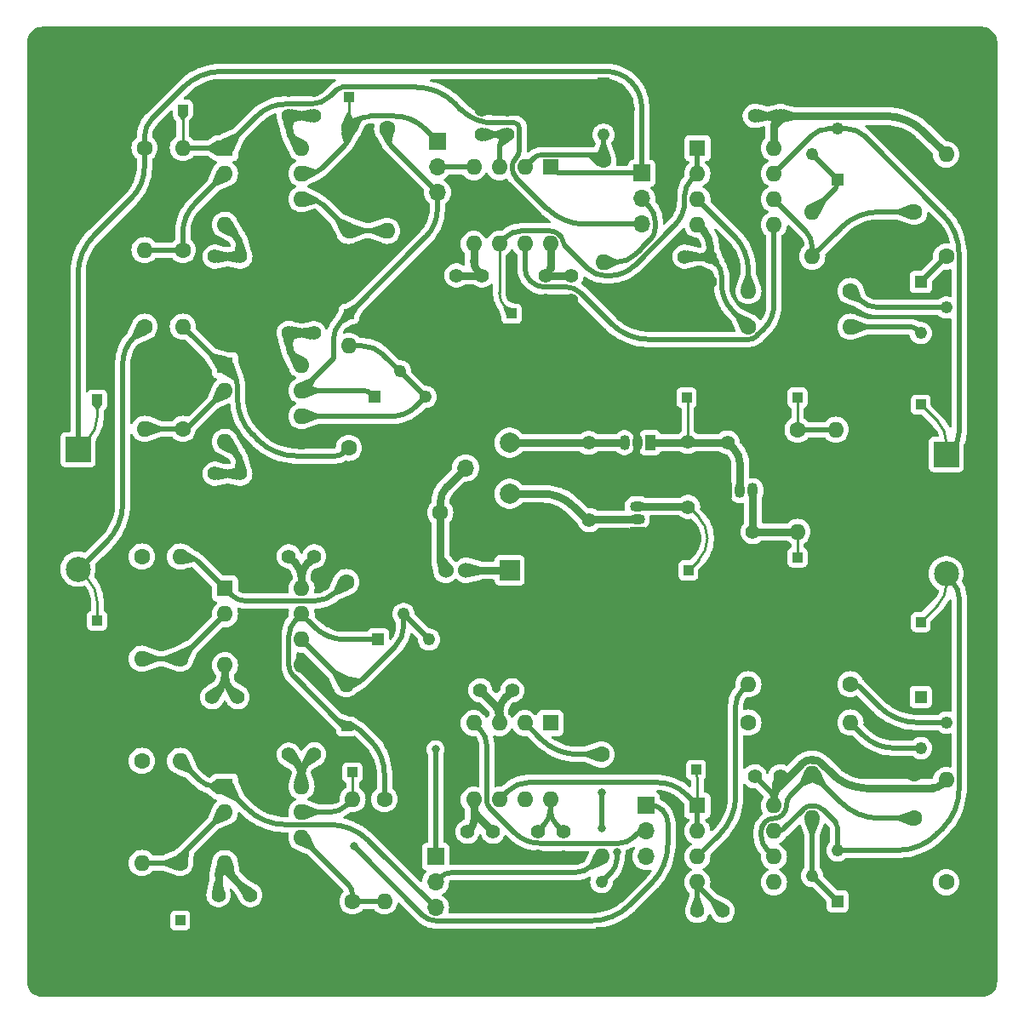
<source format=gbr>
%TF.GenerationSoftware,KiCad,Pcbnew,8.0.3*%
%TF.CreationDate,2024-07-03T16:17:34-06:00*%
%TF.ProjectId,pincushion2,70696e63-7573-4686-996f-6e322e6b6963,rev?*%
%TF.SameCoordinates,Original*%
%TF.FileFunction,Copper,L1,Top*%
%TF.FilePolarity,Positive*%
%FSLAX46Y46*%
G04 Gerber Fmt 4.6, Leading zero omitted, Abs format (unit mm)*
G04 Created by KiCad (PCBNEW 8.0.3) date 2024-07-03 16:17:34*
%MOMM*%
%LPD*%
G01*
G04 APERTURE LIST*
%TA.AperFunction,ComponentPad*%
%ADD10C,1.400000*%
%TD*%
%TA.AperFunction,ComponentPad*%
%ADD11R,1.222000X1.222000*%
%TD*%
%TA.AperFunction,ComponentPad*%
%ADD12C,1.222000*%
%TD*%
%TA.AperFunction,ComponentPad*%
%ADD13R,1.000000X1.000000*%
%TD*%
%TA.AperFunction,ComponentPad*%
%ADD14R,2.500000X2.500000*%
%TD*%
%TA.AperFunction,ComponentPad*%
%ADD15C,2.500000*%
%TD*%
%TA.AperFunction,ComponentPad*%
%ADD16C,1.600000*%
%TD*%
%TA.AperFunction,ComponentPad*%
%ADD17O,1.600000X1.600000*%
%TD*%
%TA.AperFunction,ComponentPad*%
%ADD18C,0.800000*%
%TD*%
%TA.AperFunction,ComponentPad*%
%ADD19C,7.400000*%
%TD*%
%TA.AperFunction,ComponentPad*%
%ADD20R,1.600000X1.600000*%
%TD*%
%TA.AperFunction,ComponentPad*%
%ADD21R,1.700000X1.700000*%
%TD*%
%TA.AperFunction,ComponentPad*%
%ADD22O,1.700000X1.700000*%
%TD*%
%TA.AperFunction,ComponentPad*%
%ADD23R,2.000000X2.000000*%
%TD*%
%TA.AperFunction,ComponentPad*%
%ADD24C,2.000000*%
%TD*%
%TA.AperFunction,ComponentPad*%
%ADD25R,1.050000X1.500000*%
%TD*%
%TA.AperFunction,ComponentPad*%
%ADD26O,1.050000X1.500000*%
%TD*%
%TA.AperFunction,ComponentPad*%
%ADD27C,1.524000*%
%TD*%
%TA.AperFunction,ComponentPad*%
%ADD28R,1.500000X1.050000*%
%TD*%
%TA.AperFunction,ComponentPad*%
%ADD29O,1.500000X1.050000*%
%TD*%
%TA.AperFunction,ViaPad*%
%ADD30C,0.800000*%
%TD*%
%TA.AperFunction,Conductor*%
%ADD31C,0.762000*%
%TD*%
%TA.AperFunction,Conductor*%
%ADD32C,0.508000*%
%TD*%
%TA.AperFunction,Conductor*%
%ADD33C,0.250000*%
%TD*%
%TA.AperFunction,Conductor*%
%ADD34C,0.254000*%
%TD*%
%TA.AperFunction,Conductor*%
%ADD35C,0.500000*%
%TD*%
G04 APERTURE END LIST*
D10*
%TO.P,C36,1*%
%TO.N,+9V*%
X92543100Y-64208800D03*
%TO.P,C36,2*%
%TO.N,GND*%
X95043100Y-64208800D03*
%TD*%
%TO.P,C7,1*%
%TO.N,+9V*%
X77022800Y-47599200D03*
%TO.P,C7,2*%
%TO.N,GND*%
X77022800Y-50099200D03*
%TD*%
D11*
%TO.P,VR4,1*%
%TO.N,Net-(R13-Pad2)*%
X103505000Y-38100000D03*
D12*
%TO.P,VR4,2*%
X100965000Y-35560000D03*
%TO.P,VR4,3*%
%TO.N,X_OUT*%
X103505000Y-33020000D03*
%TD*%
D13*
%TO.P,TP13,1,1*%
%TO.N,+9V*%
X88468200Y-59763800D03*
%TD*%
D10*
%TO.P,C30,1*%
%TO.N,GND*%
X89525000Y-113312144D03*
%TO.P,C30,2*%
%TO.N,-9V*%
X89525000Y-110812144D03*
%TD*%
D14*
%TO.P,J7,1,1*%
%TO.N,X_OUT*%
X114300000Y-65405000D03*
D15*
%TO.P,J7,2,2*%
%TO.N,GND*%
X114300000Y-69365000D03*
%TO.P,J7,3,3*%
X114300000Y-73325000D03*
%TO.P,J7,4,4*%
%TO.N,Y_OUT*%
X114300000Y-77285000D03*
%TD*%
D16*
%TO.P,R9,1*%
%TO.N,Y_IN*%
X34554000Y-52695000D03*
D17*
%TO.P,R9,2*%
%TO.N,Net-(U2A--)*%
X34554000Y-62855000D03*
%TD*%
D10*
%TO.P,C11,1*%
%TO.N,GND*%
X44079000Y-69820000D03*
%TO.P,C11,2*%
%TO.N,-9V*%
X44079000Y-67320000D03*
%TD*%
D18*
%TO.P,H1,1,1*%
%TO.N,GND*%
X25165000Y-27940000D03*
X25977779Y-25977779D03*
X25977779Y-29902221D03*
X27940000Y-25165000D03*
D19*
X27940000Y-27940000D03*
D18*
X27940000Y-30715000D03*
X29902221Y-25977779D03*
X29902221Y-29902221D03*
X30715000Y-27940000D03*
%TD*%
%TO.P,H3,1,1*%
%TO.N,GND*%
X25165000Y-114300000D03*
X25977779Y-112337779D03*
X25977779Y-116262221D03*
X27940000Y-111525000D03*
D19*
X27940000Y-114300000D03*
D18*
X27940000Y-117075000D03*
X29902221Y-112337779D03*
X29902221Y-116262221D03*
X30715000Y-114300000D03*
%TD*%
D16*
%TO.P,R15,1*%
%TO.N,/amps-y/X_COR*%
X58420000Y-99695000D03*
D17*
%TO.P,R15,2*%
%TO.N,Net-(U4B--)*%
X58420000Y-109855000D03*
%TD*%
D16*
%TO.P,R21,1*%
%TO.N,Net-(R21-Pad1)*%
X54610000Y-78105000D03*
D17*
%TO.P,R21,2*%
%TO.N,Net-(U5B--)*%
X54610000Y-88265000D03*
%TD*%
D10*
%TO.P,C38,1*%
%TO.N,+1V*%
X68132800Y-33589200D03*
%TO.P,C38,2*%
%TO.N,GND*%
X68132800Y-31089200D03*
%TD*%
%TO.P,C34,1*%
%TO.N,+12V*%
X78740000Y-64256600D03*
%TO.P,C34,2*%
%TO.N,GND*%
X78740000Y-66756600D03*
%TD*%
%TO.P,C23,1*%
%TO.N,+9V*%
X76200000Y-102930000D03*
%TO.P,C23,2*%
%TO.N,GND*%
X76200000Y-105430000D03*
%TD*%
D13*
%TO.P,TP2,1,1*%
%TO.N,/amps-x/~{Y_COR}*%
X54874000Y-29835000D03*
%TD*%
D16*
%TO.P,R7,1*%
%TO.N,-9V*%
X94615000Y-52705000D03*
D17*
%TO.P,R7,2*%
%TO.N,Net-(R7-Pad2)*%
X104775000Y-52705000D03*
%TD*%
D10*
%TO.P,C43,1*%
%TO.N,-9V*%
X88620600Y-70632000D03*
%TO.P,C43,2*%
%TO.N,GND*%
X88620600Y-73132000D03*
%TD*%
D11*
%TO.P,VR1,1*%
%TO.N,Net-(R3-Pad1)*%
X111760000Y-48260000D03*
D12*
%TO.P,VR1,2*%
%TO.N,Net-(R4-Pad1)*%
X114300000Y-50800000D03*
%TO.P,VR1,3*%
%TO.N,Net-(R7-Pad2)*%
X111760000Y-53340000D03*
%TD*%
D16*
%TO.P,R28,1*%
%TO.N,GND*%
X103318100Y-73098800D03*
D17*
%TO.P,R28,2*%
%TO.N,+1V*%
X103318100Y-62938800D03*
%TD*%
D20*
%TO.P,IC1,1,X1*%
%TO.N,X_IN*%
X74920000Y-36840000D03*
D17*
%TO.P,IC1,2,X2*%
%TO.N,/amps-x/X_LIN*%
X72380000Y-36840000D03*
%TO.P,IC1,3,Y1*%
%TO.N,+1V*%
X69840000Y-36840000D03*
%TO.P,IC1,4,Y2*%
%TO.N,Net-(IC1-Y2)*%
X67300000Y-36840000D03*
%TO.P,IC1,5,-VS*%
%TO.N,-9V*%
X67300000Y-44460000D03*
%TO.P,IC1,6,Z*%
%TO.N,/amps-x/X_CEN*%
X69840000Y-44460000D03*
%TO.P,IC1,7,W*%
%TO.N,Net-(IC1-W)*%
X72380000Y-44460000D03*
%TO.P,IC1,8,+VS*%
%TO.N,+9V*%
X74920000Y-44460000D03*
%TD*%
D10*
%TO.P,C22,1*%
%TO.N,+9V*%
X97790000Y-97417144D03*
%TO.P,C22,2*%
%TO.N,GND*%
X97790000Y-94917144D03*
%TD*%
D21*
%TO.P,J3,1,Pin_1*%
%TO.N,Y_IN*%
X63500000Y-105410000D03*
D22*
%TO.P,J3,2,Pin_2*%
%TO.N,Net-(J3-Pin_2)*%
X63500000Y-107950000D03*
%TO.P,J3,3,Pin_3*%
%TO.N,/amps-y/~{Y_IN}*%
X63500000Y-110490000D03*
%TD*%
D10*
%TO.P,C24,1*%
%TO.N,+9V*%
X73660000Y-102890000D03*
%TO.P,C24,2*%
%TO.N,GND*%
X73660000Y-105390000D03*
%TD*%
D13*
%TO.P,TP14,1,1*%
%TO.N,+1V5*%
X99508100Y-75638800D03*
%TD*%
D10*
%TO.P,C4,1*%
%TO.N,+9V*%
X51435000Y-53350000D03*
%TO.P,C4,2*%
%TO.N,GND*%
X51435000Y-50850000D03*
%TD*%
D16*
%TO.P,R22,1*%
%TO.N,X_IN*%
X34290000Y-75565000D03*
D17*
%TO.P,R22,2*%
%TO.N,Net-(U5A--)*%
X34290000Y-85725000D03*
%TD*%
D10*
%TO.P,C39,1*%
%TO.N,+1V*%
X70672800Y-33589200D03*
%TO.P,C39,2*%
%TO.N,GND*%
X70672800Y-31089200D03*
%TD*%
D16*
%TO.P,R2,1*%
%TO.N,/amps-x/Y_COR*%
X58684000Y-33010000D03*
D17*
%TO.P,R2,2*%
%TO.N,Net-(U1B--)*%
X58684000Y-43170000D03*
%TD*%
D16*
%TO.P,R19,1*%
%TO.N,Net-(U4B--)*%
X55245000Y-109855000D03*
D17*
%TO.P,R19,2*%
%TO.N,/amps-y/~{X_COR}*%
X55245000Y-99695000D03*
%TD*%
D13*
%TO.P,TP1,1,1*%
%TO.N,/amps-x/~{X_IN}*%
X38364000Y-31105000D03*
%TD*%
D20*
%TO.P,U4,1*%
%TO.N,/amps-y/~{Y_IN}*%
X42545000Y-98435000D03*
D17*
%TO.P,U4,2,-*%
%TO.N,Net-(U4A--)*%
X42545000Y-100975000D03*
%TO.P,U4,3,+*%
%TO.N,GND*%
X42545000Y-103515000D03*
%TO.P,U4,4,V-*%
%TO.N,-9V*%
X42545000Y-106055000D03*
%TO.P,U4,5,+*%
%TO.N,GND*%
X50165000Y-106055000D03*
%TO.P,U4,6,-*%
%TO.N,Net-(U4B--)*%
X50165000Y-103515000D03*
%TO.P,U4,7*%
%TO.N,/amps-y/~{X_COR}*%
X50165000Y-100975000D03*
%TO.P,U4,8,V+*%
%TO.N,+9V*%
X50165000Y-98435000D03*
%TD*%
D16*
%TO.P,R25,1*%
%TO.N,GND*%
X111125000Y-97155000D03*
D17*
%TO.P,R25,2*%
%TO.N,Net-(U6B--)*%
X100965000Y-97155000D03*
%TD*%
D20*
%TO.P,U5,1*%
%TO.N,Net-(R21-Pad1)*%
X42555000Y-78750000D03*
D17*
%TO.P,U5,2,-*%
%TO.N,Net-(U5A--)*%
X42555000Y-81290000D03*
%TO.P,U5,3,+*%
%TO.N,GND*%
X42555000Y-83830000D03*
%TO.P,U5,4,V-*%
%TO.N,-9V*%
X42555000Y-86370000D03*
%TO.P,U5,5,+*%
%TO.N,GND*%
X50175000Y-86370000D03*
%TO.P,U5,6,-*%
%TO.N,Net-(U5B--)*%
X50175000Y-83830000D03*
%TO.P,U5,7*%
%TO.N,/amps-y/X_COR*%
X50175000Y-81290000D03*
%TO.P,U5,8,V+*%
%TO.N,+9V*%
X50175000Y-78750000D03*
%TD*%
D13*
%TO.P,TP7,1,1*%
%TO.N,/amps-y/~{Y_IN}*%
X38100000Y-111760000D03*
%TD*%
D10*
%TO.P,C14,1*%
%TO.N,GND*%
X88265000Y-48240000D03*
%TO.P,C14,2*%
%TO.N,-9V*%
X88265000Y-45740000D03*
%TD*%
%TO.P,C12,1*%
%TO.N,GND*%
X41539000Y-69820000D03*
%TO.P,C12,2*%
%TO.N,-9V*%
X41539000Y-67320000D03*
%TD*%
D13*
%TO.P,TP12,1,1*%
%TO.N,Y_OUT*%
X111760000Y-82072000D03*
%TD*%
%TO.P,TP10,1,1*%
%TO.N,/amps-y/X_COR*%
X54610000Y-92456000D03*
%TD*%
D20*
%TO.P,IC2,1,X1*%
%TO.N,Y_IN*%
X74920000Y-92125000D03*
D17*
%TO.P,IC2,2,X2*%
%TO.N,/amps-y/Y_LIN*%
X72380000Y-92125000D03*
%TO.P,IC2,3,Y1*%
%TO.N,+1V*%
X69840000Y-92125000D03*
%TO.P,IC2,4,Y2*%
%TO.N,Net-(IC2-Y2)*%
X67300000Y-92125000D03*
%TO.P,IC2,5,-VS*%
%TO.N,-9V*%
X67300000Y-99745000D03*
%TO.P,IC2,6,Z*%
%TO.N,/amps-y/Y_CEN*%
X69840000Y-99745000D03*
%TO.P,IC2,7,W*%
%TO.N,Net-(IC2-W)*%
X72380000Y-99745000D03*
%TO.P,IC2,8,+VS*%
%TO.N,+9V*%
X74920000Y-99745000D03*
%TD*%
D23*
%TO.P,PS1,1,+VIN*%
%TO.N,Net-(PS1-+VIN)*%
X70866000Y-76936600D03*
D24*
%TO.P,PS1,2,-VIN*%
%TO.N,GND*%
X70866000Y-74396600D03*
%TO.P,PS1,4,-VOUT*%
%TO.N,-12V*%
X70866000Y-69316600D03*
%TO.P,PS1,5,COM*%
%TO.N,GND*%
X70866000Y-66776600D03*
%TO.P,PS1,6,+VOUT*%
%TO.N,+12V*%
X70866000Y-64236600D03*
%TD*%
D10*
%TO.P,C6,1*%
%TO.N,+9V*%
X97790000Y-31730000D03*
%TO.P,C6,2*%
%TO.N,GND*%
X97790000Y-29230000D03*
%TD*%
%TO.P,C40,1*%
%TO.N,+1V*%
X67945000Y-88860000D03*
%TO.P,C40,2*%
%TO.N,GND*%
X67945000Y-86360000D03*
%TD*%
D16*
%TO.P,R20,1*%
%TO.N,-9V*%
X94615000Y-92075000D03*
D17*
%TO.P,R20,2*%
%TO.N,Net-(R20-Pad2)*%
X104775000Y-92075000D03*
%TD*%
D16*
%TO.P,R17,1*%
%TO.N,Net-(R17-Pad1)*%
X104775000Y-88265000D03*
D17*
%TO.P,R17,2*%
%TO.N,Net-(U6A-+)*%
X94615000Y-88265000D03*
%TD*%
D11*
%TO.P,VR7,1*%
%TO.N,GND*%
X80010000Y-113030000D03*
D12*
%TO.P,VR7,2*%
X77470000Y-110490000D03*
%TO.P,VR7,3*%
%TO.N,/amps-y/Y_LIN*%
X80010000Y-107950000D03*
%TD*%
D10*
%TO.P,C25,1*%
%TO.N,GND*%
X45085000Y-111740000D03*
%TO.P,C25,2*%
%TO.N,-9V*%
X45085000Y-109240000D03*
%TD*%
D16*
%TO.P,R10,1*%
%TO.N,Net-(U2A--)*%
X38364000Y-62855000D03*
D17*
%TO.P,R10,2*%
%TO.N,Net-(R10-Pad2)*%
X38364000Y-52695000D03*
%TD*%
D25*
%TO.P,U8,1,GND*%
%TO.N,GND*%
X92523100Y-69013800D03*
D26*
%TO.P,U8,2,VI*%
%TO.N,+9V*%
X93793100Y-69013800D03*
%TO.P,U8,3,VO*%
%TO.N,+1V5*%
X95063100Y-69013800D03*
%TD*%
D10*
%TO.P,C20,1*%
%TO.N,+9V*%
X51435000Y-75545000D03*
%TO.P,C20,2*%
%TO.N,GND*%
X51435000Y-73045000D03*
%TD*%
D13*
%TO.P,TP8,1,1*%
%TO.N,/amps-y/~{X_COR}*%
X55245000Y-97028000D03*
%TD*%
D10*
%TO.P,C27,1*%
%TO.N,GND*%
X43815000Y-92055000D03*
%TO.P,C27,2*%
%TO.N,-9V*%
X43815000Y-89555000D03*
%TD*%
D16*
%TO.P,R6,1*%
%TO.N,Net-(U1B--)*%
X54874000Y-43170000D03*
D17*
%TO.P,R6,2*%
%TO.N,/amps-x/~{Y_COR}*%
X54874000Y-33010000D03*
%TD*%
D10*
%TO.P,C16,1*%
%TO.N,GND*%
X68132800Y-50099200D03*
%TO.P,C16,2*%
%TO.N,-9V*%
X68132800Y-47599200D03*
%TD*%
D16*
%TO.P,C33,1*%
%TO.N,+5V*%
X63968100Y-71193800D03*
%TO.P,C33,2*%
%TO.N,GND*%
X66468100Y-71193800D03*
%TD*%
D18*
%TO.P,H4,1,1*%
%TO.N,GND*%
X111525000Y-114300000D03*
X112337779Y-112337779D03*
X112337779Y-116262221D03*
X114300000Y-111525000D03*
D19*
X114300000Y-114300000D03*
D18*
X114300000Y-117075000D03*
X116262221Y-112337779D03*
X116262221Y-116262221D03*
X117075000Y-114300000D03*
%TD*%
D10*
%TO.P,C5,1*%
%TO.N,+9V*%
X95250000Y-31730000D03*
%TO.P,C5,2*%
%TO.N,GND*%
X95250000Y-29230000D03*
%TD*%
D16*
%TO.P,R11,1*%
%TO.N,/amps-x/X_LIN*%
X80197800Y-36149200D03*
D17*
%TO.P,R11,2*%
%TO.N,Net-(J1-Pin_2)*%
X80197800Y-46309200D03*
%TD*%
D16*
%TO.P,R3,1*%
%TO.N,Net-(R3-Pad1)*%
X114300000Y-45720000D03*
D17*
%TO.P,R3,2*%
%TO.N,+9V*%
X114300000Y-35560000D03*
%TD*%
D13*
%TO.P,TP16,1,1*%
%TO.N,-9V*%
X88646000Y-76936600D03*
%TD*%
%TO.P,TP5,1,1*%
%TO.N,Y_IN*%
X29845000Y-81915000D03*
%TD*%
D10*
%TO.P,C37,1*%
%TO.N,+1V5*%
X95063100Y-73118800D03*
%TO.P,C37,2*%
%TO.N,GND*%
X95063100Y-75618800D03*
%TD*%
%TO.P,C1,1*%
%TO.N,+9V*%
X48895000Y-31720000D03*
%TO.P,C1,2*%
%TO.N,GND*%
X48895000Y-29220000D03*
%TD*%
D16*
%TO.P,R13,1*%
%TO.N,Net-(U3B--)*%
X111125000Y-41275000D03*
D17*
%TO.P,R13,2*%
%TO.N,Net-(R13-Pad2)*%
X100965000Y-41275000D03*
%TD*%
D20*
%TO.P,U3,1*%
%TO.N,/amps-x/X_CEN*%
X89545000Y-34935000D03*
D17*
%TO.P,U3,2,-*%
X89545000Y-37475000D03*
%TO.P,U3,3,+*%
%TO.N,Net-(U3A-+)*%
X89545000Y-40015000D03*
%TO.P,U3,4,V-*%
%TO.N,-9V*%
X89545000Y-42555000D03*
%TO.P,U3,5,+*%
%TO.N,Net-(IC1-W)*%
X97165000Y-42555000D03*
%TO.P,U3,6,-*%
%TO.N,Net-(U3B--)*%
X97165000Y-40015000D03*
%TO.P,U3,7*%
%TO.N,X_OUT*%
X97165000Y-37475000D03*
%TO.P,U3,8,V+*%
%TO.N,+9V*%
X97165000Y-34935000D03*
%TD*%
D16*
%TO.P,R1,1*%
%TO.N,X_IN*%
X34554000Y-34915000D03*
D17*
%TO.P,R1,2*%
%TO.N,Net-(U1A--)*%
X34554000Y-45075000D03*
%TD*%
D10*
%TO.P,C2,1*%
%TO.N,+9V*%
X51435000Y-31720000D03*
%TO.P,C2,2*%
%TO.N,GND*%
X51435000Y-29220000D03*
%TD*%
D16*
%TO.P,R4,1*%
%TO.N,Net-(R4-Pad1)*%
X104775000Y-49149000D03*
D17*
%TO.P,R4,2*%
%TO.N,Net-(U3A-+)*%
X94615000Y-49149000D03*
%TD*%
D10*
%TO.P,C21,1*%
%TO.N,+9V*%
X95250000Y-97417144D03*
%TO.P,C21,2*%
%TO.N,GND*%
X95250000Y-94917144D03*
%TD*%
%TO.P,C19,1*%
%TO.N,+9V*%
X48895000Y-75545000D03*
%TO.P,C19,2*%
%TO.N,GND*%
X48895000Y-73045000D03*
%TD*%
D16*
%TO.P,R18,1*%
%TO.N,Net-(U4A--)*%
X38100000Y-106045000D03*
D17*
%TO.P,R18,2*%
%TO.N,/amps-y/~{Y_IN}*%
X38100000Y-95885000D03*
%TD*%
D13*
%TO.P,TP6,1,1*%
%TO.N,X_OUT*%
X111760000Y-60452000D03*
%TD*%
%TO.P,TP15,1,1*%
%TO.N,+1V*%
X99508100Y-59763800D03*
%TD*%
D16*
%TO.P,R8,1*%
%TO.N,Net-(R10-Pad2)*%
X54874000Y-64760000D03*
D17*
%TO.P,R8,2*%
%TO.N,Net-(U2B--)*%
X54874000Y-54600000D03*
%TD*%
D16*
%TO.P,R23,1*%
%TO.N,Net-(U5A--)*%
X38100000Y-85725000D03*
D17*
%TO.P,R23,2*%
%TO.N,Net-(R21-Pad1)*%
X38100000Y-75565000D03*
%TD*%
D11*
%TO.P,VR6,1*%
%TO.N,/amps-y/X_COR*%
X57785000Y-83820000D03*
D12*
%TO.P,VR6,2*%
%TO.N,Net-(U5B--)*%
X60325000Y-81280000D03*
%TO.P,VR6,3*%
X62865000Y-83820000D03*
%TD*%
D10*
%TO.P,C15,1*%
%TO.N,GND*%
X65592800Y-50099200D03*
%TO.P,C15,2*%
%TO.N,-9V*%
X65592800Y-47599200D03*
%TD*%
D11*
%TO.P,VR2,1*%
%TO.N,/amps-x/Y_COR*%
X57414000Y-59680000D03*
D12*
%TO.P,VR2,2*%
%TO.N,Net-(U2B--)*%
X59954000Y-57140000D03*
%TO.P,VR2,3*%
X62494000Y-59680000D03*
%TD*%
D21*
%TO.P,J5,1,Pin_1*%
%TO.N,GND*%
X61423100Y-66748800D03*
D22*
%TO.P,J5,2,Pin_2*%
X63963100Y-66748800D03*
%TO.P,J5,3,Pin_3*%
%TO.N,+5V*%
X66503100Y-66748800D03*
%TD*%
D20*
%TO.P,U2,1*%
%TO.N,Net-(R10-Pad2)*%
X42555000Y-56525000D03*
D17*
%TO.P,U2,2,-*%
%TO.N,Net-(U2A--)*%
X42555000Y-59065000D03*
%TO.P,U2,3,+*%
%TO.N,GND*%
X42555000Y-61605000D03*
%TO.P,U2,4,V-*%
%TO.N,-9V*%
X42555000Y-64145000D03*
%TO.P,U2,5,+*%
%TO.N,GND*%
X50175000Y-64145000D03*
%TO.P,U2,6,-*%
%TO.N,Net-(U2B--)*%
X50175000Y-61605000D03*
%TO.P,U2,7*%
%TO.N,/amps-x/Y_COR*%
X50175000Y-59065000D03*
%TO.P,U2,8,V+*%
%TO.N,+9V*%
X50175000Y-56525000D03*
%TD*%
D13*
%TO.P,TP3,1,1*%
%TO.N,/amps-x/X_CEN*%
X71069200Y-51404200D03*
%TD*%
D20*
%TO.P,U1,1*%
%TO.N,/amps-x/~{X_IN}*%
X42555000Y-34935000D03*
D17*
%TO.P,U1,2,-*%
%TO.N,Net-(U1A--)*%
X42555000Y-37475000D03*
%TO.P,U1,3,+*%
%TO.N,GND*%
X42555000Y-40015000D03*
%TO.P,U1,4,V-*%
%TO.N,-9V*%
X42555000Y-42555000D03*
%TO.P,U1,5,+*%
%TO.N,GND*%
X50175000Y-42555000D03*
%TO.P,U1,6,-*%
%TO.N,Net-(U1B--)*%
X50175000Y-40015000D03*
%TO.P,U1,7*%
%TO.N,/amps-x/~{Y_COR}*%
X50175000Y-37475000D03*
%TO.P,U1,8,V+*%
%TO.N,+9V*%
X50175000Y-34935000D03*
%TD*%
D10*
%TO.P,C9,1*%
%TO.N,GND*%
X44079000Y-48230000D03*
%TO.P,C9,2*%
%TO.N,-9V*%
X44079000Y-45730000D03*
%TD*%
%TO.P,C32,1*%
%TO.N,GND*%
X69215000Y-105430000D03*
%TO.P,C32,2*%
%TO.N,-9V*%
X69215000Y-102930000D03*
%TD*%
D16*
%TO.P,R26,1*%
%TO.N,Net-(U6B--)*%
X111125000Y-101600000D03*
D17*
%TO.P,R26,2*%
%TO.N,Net-(R26-Pad2)*%
X100965000Y-101600000D03*
%TD*%
D11*
%TO.P,VR8,1*%
%TO.N,Net-(R26-Pad2)*%
X103495000Y-109855000D03*
D12*
%TO.P,VR8,2*%
X100955000Y-107315000D03*
%TO.P,VR8,3*%
%TO.N,Y_OUT*%
X103495000Y-104775000D03*
%TD*%
D10*
%TO.P,C35,1*%
%TO.N,+9V*%
X88595200Y-64155000D03*
%TO.P,C35,2*%
%TO.N,GND*%
X88595200Y-66655000D03*
%TD*%
D13*
%TO.P,TP9,1,1*%
%TO.N,/amps-y/Y_CEN*%
X89408000Y-96774000D03*
%TD*%
D10*
%TO.P,C41,1*%
%TO.N,+1V*%
X71120000Y-88880000D03*
%TO.P,C41,2*%
%TO.N,GND*%
X71120000Y-86380000D03*
%TD*%
D21*
%TO.P,J2,1,Pin_1*%
%TO.N,/amps-x/~{Y_COR}*%
X63687800Y-34259200D03*
D22*
%TO.P,J2,2,Pin_2*%
%TO.N,Net-(IC1-Y2)*%
X63687800Y-36799200D03*
%TO.P,J2,3,Pin_3*%
%TO.N,/amps-x/Y_COR*%
X63687800Y-39339200D03*
%TD*%
D10*
%TO.P,C17,1*%
%TO.N,+9V*%
X48895000Y-95250000D03*
%TO.P,C17,2*%
%TO.N,GND*%
X48895000Y-92750000D03*
%TD*%
D25*
%TO.P,U7,1,VO*%
%TO.N,+9V*%
X84836000Y-64236600D03*
D26*
%TO.P,U7,2,GND*%
%TO.N,GND*%
X83566000Y-64236600D03*
%TO.P,U7,3,VI*%
%TO.N,+12V*%
X82296000Y-64236600D03*
%TD*%
D10*
%TO.P,C29,1*%
%TO.N,GND*%
X92065000Y-113312144D03*
%TO.P,C29,2*%
%TO.N,-9V*%
X92065000Y-110812144D03*
%TD*%
D11*
%TO.P,VR5,1*%
%TO.N,Net-(R16-Pad1)*%
X111760000Y-89535000D03*
D12*
%TO.P,VR5,2*%
%TO.N,Net-(R17-Pad1)*%
X114300000Y-92075000D03*
%TO.P,VR5,3*%
%TO.N,Net-(R20-Pad2)*%
X111760000Y-94615000D03*
%TD*%
D11*
%TO.P,VR3,1*%
%TO.N,GND*%
X80197800Y-28529200D03*
D12*
%TO.P,VR3,2*%
X82737800Y-31069200D03*
%TO.P,VR3,3*%
%TO.N,/amps-x/X_LIN*%
X80197800Y-33609200D03*
%TD*%
D10*
%TO.P,C42,1*%
%TO.N,-12V*%
X78790800Y-71927400D03*
%TO.P,C42,2*%
%TO.N,GND*%
X78790800Y-74427400D03*
%TD*%
D27*
%TO.P,L1,1,1*%
%TO.N,+5V*%
X64516000Y-76936600D03*
%TO.P,L1,2,2*%
%TO.N,Net-(PS1-+VIN)*%
X66516000Y-76936600D03*
%TD*%
D10*
%TO.P,C8,1*%
%TO.N,+9V*%
X74482800Y-47599200D03*
%TO.P,C8,2*%
%TO.N,GND*%
X74482800Y-50099200D03*
%TD*%
D13*
%TO.P,TP4,1,1*%
%TO.N,/amps-x/Y_COR*%
X54874000Y-51425000D03*
%TD*%
D14*
%TO.P,J6,1,1*%
%TO.N,X_IN*%
X27940000Y-64932500D03*
D15*
%TO.P,J6,2,2*%
%TO.N,GND*%
X27940000Y-68892500D03*
%TO.P,J6,3,3*%
X27940000Y-72852500D03*
%TO.P,J6,4,4*%
%TO.N,Y_IN*%
X27940000Y-76812500D03*
%TD*%
D16*
%TO.P,R16,1*%
%TO.N,Net-(R16-Pad1)*%
X114300000Y-107950000D03*
D17*
%TO.P,R16,2*%
%TO.N,+9V*%
X114300000Y-97790000D03*
%TD*%
D21*
%TO.P,J4,1,Pin_1*%
%TO.N,/amps-y/~{X_COR}*%
X84455000Y-100330000D03*
D22*
%TO.P,J4,2,Pin_2*%
%TO.N,Net-(IC2-Y2)*%
X84455000Y-102870000D03*
%TO.P,J4,3,Pin_3*%
%TO.N,/amps-y/X_COR*%
X84455000Y-105410000D03*
%TD*%
D16*
%TO.P,R5,1*%
%TO.N,Net-(U1A--)*%
X38364000Y-45075000D03*
D17*
%TO.P,R5,2*%
%TO.N,/amps-x/~{X_IN}*%
X38364000Y-34915000D03*
%TD*%
D10*
%TO.P,C26,1*%
%TO.N,GND*%
X41910000Y-111740000D03*
%TO.P,C26,2*%
%TO.N,-9V*%
X41910000Y-109240000D03*
%TD*%
D18*
%TO.P,H2,1,1*%
%TO.N,GND*%
X111525000Y-27940000D03*
X112337779Y-25977779D03*
X112337779Y-29902221D03*
X114300000Y-25165000D03*
D19*
X114300000Y-27940000D03*
D18*
X114300000Y-30715000D03*
X116262221Y-25977779D03*
X116262221Y-29902221D03*
X117075000Y-27940000D03*
%TD*%
D16*
%TO.P,R24,1*%
%TO.N,/amps-y/Y_LIN*%
X80010000Y-95250000D03*
D17*
%TO.P,R24,2*%
%TO.N,Net-(J3-Pin_2)*%
X80010000Y-105410000D03*
%TD*%
D16*
%TO.P,R27,1*%
%TO.N,+1V*%
X99508100Y-62938800D03*
D17*
%TO.P,R27,2*%
%TO.N,+1V5*%
X99508100Y-73098800D03*
%TD*%
D10*
%TO.P,C10,1*%
%TO.N,GND*%
X41539000Y-48230000D03*
%TO.P,C10,2*%
%TO.N,-9V*%
X41539000Y-45730000D03*
%TD*%
%TO.P,C18,1*%
%TO.N,+9V*%
X51435000Y-95230000D03*
%TO.P,C18,2*%
%TO.N,GND*%
X51435000Y-92730000D03*
%TD*%
D13*
%TO.P,TP11,1,1*%
%TO.N,X_IN*%
X29845000Y-59944000D03*
%TD*%
D10*
%TO.P,C31,1*%
%TO.N,GND*%
X66675000Y-105430000D03*
%TO.P,C31,2*%
%TO.N,-9V*%
X66675000Y-102930000D03*
%TD*%
D20*
%TO.P,U6,1*%
%TO.N,/amps-y/Y_CEN*%
X89535000Y-100340000D03*
D17*
%TO.P,U6,2,-*%
X89535000Y-102880000D03*
%TO.P,U6,3,+*%
%TO.N,Net-(U6A-+)*%
X89535000Y-105420000D03*
%TO.P,U6,4,V-*%
%TO.N,-9V*%
X89535000Y-107960000D03*
%TO.P,U6,5,+*%
%TO.N,Net-(IC2-W)*%
X97155000Y-107960000D03*
%TO.P,U6,6,-*%
%TO.N,Net-(U6B--)*%
X97155000Y-105420000D03*
%TO.P,U6,7*%
%TO.N,Y_OUT*%
X97155000Y-102880000D03*
%TO.P,U6,8,V+*%
%TO.N,+9V*%
X97155000Y-100340000D03*
%TD*%
D21*
%TO.P,J1,1,Pin_1*%
%TO.N,X_IN*%
X84007800Y-37434200D03*
D22*
%TO.P,J1,2,Pin_2*%
%TO.N,Net-(J1-Pin_2)*%
X84007800Y-39974200D03*
%TO.P,J1,3,Pin_3*%
%TO.N,/amps-x/~{X_IN}*%
X84007800Y-42514200D03*
%TD*%
D10*
%TO.P,C28,1*%
%TO.N,GND*%
X41275000Y-92055000D03*
%TO.P,C28,2*%
%TO.N,-9V*%
X41275000Y-89555000D03*
%TD*%
%TO.P,C3,1*%
%TO.N,+9V*%
X48895000Y-53310000D03*
%TO.P,C3,2*%
%TO.N,GND*%
X48895000Y-50810000D03*
%TD*%
D16*
%TO.P,R14,1*%
%TO.N,Y_IN*%
X34290000Y-95885000D03*
D17*
%TO.P,R14,2*%
%TO.N,Net-(U4A--)*%
X34290000Y-106045000D03*
%TD*%
D16*
%TO.P,R12,1*%
%TO.N,GND*%
X111125000Y-45720000D03*
D17*
%TO.P,R12,2*%
%TO.N,Net-(U3B--)*%
X100965000Y-45720000D03*
%TD*%
D10*
%TO.P,C13,1*%
%TO.N,GND*%
X90805000Y-48240000D03*
%TO.P,C13,2*%
%TO.N,-9V*%
X90805000Y-45740000D03*
%TD*%
D28*
%TO.P,U9,1,GND*%
%TO.N,GND*%
X83566000Y-73126600D03*
D29*
%TO.P,U9,2,VI*%
%TO.N,-12V*%
X83566000Y-71856600D03*
%TO.P,U9,3,VO*%
%TO.N,-9V*%
X83566000Y-70586600D03*
%TD*%
D30*
%TO.N,/amps-y/Y_LIN*%
X81534000Y-104938000D03*
X80010000Y-102616000D03*
X80010000Y-99060000D03*
%TO.N,/amps-y/~{X_COR}*%
X55372000Y-104394000D03*
%TO.N,Y_IN*%
X63500000Y-94742000D03*
%TD*%
D31*
%TO.N,+9V*%
X51415000Y-53330000D02*
X51435000Y-53350000D01*
D32*
X97199147Y-100295853D02*
X97155000Y-100340000D01*
D31*
X49535000Y-76185000D02*
X48895000Y-75545000D01*
X50165000Y-98435000D02*
X50165000Y-97418025D01*
X49535000Y-34295000D02*
X50175000Y-34935000D01*
D32*
X97199147Y-98185720D02*
X97199147Y-100295853D01*
X74920000Y-100739045D02*
X74920000Y-99745000D01*
X97155000Y-100340000D02*
X97155000Y-99831072D01*
D31*
X50800000Y-95865000D02*
X51435000Y-95230000D01*
X106344239Y-98589999D02*
X112934316Y-98589999D01*
X100925514Y-95774000D02*
X101002376Y-95774001D01*
X102945028Y-97181999D02*
X101915095Y-96152066D01*
X97348058Y-31730000D02*
X95250000Y-31730000D01*
X92495642Y-64236600D02*
X88646000Y-64236600D01*
X50175000Y-78750000D02*
X50175000Y-77730096D01*
D32*
X74920000Y-100744903D02*
X74920000Y-99745000D01*
X96795133Y-98962277D02*
X95250000Y-97417144D01*
D31*
X99881593Y-96206406D02*
X97652449Y-98435550D01*
X97165000Y-34935000D02*
X97165000Y-32796941D01*
X113900000Y-98189999D02*
X114300000Y-97790000D01*
X49535000Y-55885000D02*
X50175000Y-56525000D01*
X93793100Y-66342683D02*
X93793100Y-69013800D01*
X49530000Y-95885000D02*
X48895000Y-95250000D01*
X50175000Y-78750000D02*
X50175000Y-77695954D01*
X74920000Y-46852852D02*
X74920000Y-44460000D01*
D33*
X88595200Y-59980602D02*
X88595200Y-64155000D01*
D31*
X50805000Y-76175000D02*
X51435000Y-75545000D01*
X108236036Y-31750000D02*
X98448000Y-31750000D01*
X74791947Y-47599200D02*
X77022800Y-47599200D01*
X97155000Y-99636500D02*
X97155000Y-99831072D01*
X50165000Y-97398025D02*
X50165000Y-98435000D01*
X48895000Y-31720000D02*
X51435000Y-31720000D01*
X48895000Y-54339903D02*
X48895000Y-53310000D01*
D33*
X88531700Y-59827300D02*
X88468200Y-59763800D01*
D32*
X97790000Y-97417144D02*
X97472500Y-97734644D01*
D31*
X92557000Y-64222700D02*
X93168100Y-64833800D01*
D32*
X74290000Y-102260000D02*
X73660000Y-102890000D01*
X97165000Y-34935000D02*
X97165000Y-33033000D01*
X75560000Y-102290000D02*
X76200000Y-102930000D01*
D31*
X112083792Y-33343792D02*
X114300000Y-35560000D01*
X48895000Y-31720000D02*
X48895000Y-32749903D01*
X84836000Y-64236600D02*
X88632110Y-64236600D01*
X51366715Y-53310000D02*
X48895000Y-53310000D01*
D32*
X96795133Y-98962277D02*
G75*
G02*
X97155008Y-99831072I-868833J-868823D01*
G01*
D31*
X97155000Y-99831072D02*
X97155000Y-99831072D01*
D32*
X97472500Y-97734644D02*
G75*
G03*
X97199165Y-98185726I802700J-794756D01*
G01*
D33*
X88595200Y-59980602D02*
G75*
G03*
X88531701Y-59827299I-216800J2D01*
G01*
D32*
X75560000Y-102290000D02*
G75*
G02*
X74919999Y-100744903I1545100J1545100D01*
G01*
D31*
X102945028Y-97181999D02*
G75*
G03*
X106344239Y-98589974I3399172J3399199D01*
G01*
X112083792Y-33343792D02*
G75*
G03*
X108236036Y-31749989I-3847792J-3847808D01*
G01*
X49535000Y-76185000D02*
G75*
G02*
X50175001Y-77730096I-1545100J-1545100D01*
G01*
X49535000Y-34295000D02*
G75*
G02*
X48894999Y-32749903I1545100J1545100D01*
G01*
X113900000Y-98189999D02*
G75*
G02*
X112934316Y-98590005I-965700J965699D01*
G01*
X92529200Y-64222700D02*
G75*
G02*
X92557000Y-64222700I13900J-13899D01*
G01*
X74701400Y-47380600D02*
G75*
G03*
X74791947Y-47599086I90500J-90500D01*
G01*
D32*
X97155000Y-99831072D02*
X97155000Y-99831072D01*
D31*
X51366715Y-53310000D02*
G75*
G02*
X51414995Y-53330005I-15J-68300D01*
G01*
X93168100Y-64833800D02*
G75*
G02*
X93793107Y-66342683I-1508900J-1508900D01*
G01*
X50805000Y-76175000D02*
G75*
G03*
X50175023Y-77695954I1520900J-1520900D01*
G01*
X50165000Y-97418025D02*
G75*
G03*
X49530008Y-95884992I-2168000J25D01*
G01*
X101002376Y-95774001D02*
G75*
G02*
X101915113Y-96152048I24J-1290799D01*
G01*
X100925514Y-95774000D02*
G75*
G03*
X99881592Y-96206405I-14J-1476300D01*
G01*
X97477500Y-32042500D02*
G75*
G03*
X97348058Y-31730101I-129400J129400D01*
G01*
X97652449Y-98435550D02*
G75*
G03*
X97155000Y-99636500I1200951J-1200950D01*
G01*
X50165000Y-97398025D02*
G75*
G02*
X50799992Y-95864992I2168000J25D01*
G01*
D32*
X97155000Y-99831072D02*
X97155000Y-99831072D01*
D31*
X74701400Y-47380600D02*
G75*
G03*
X74920022Y-46852852I-527800J527800D01*
G01*
D32*
X74920000Y-100739045D02*
G75*
G02*
X74289987Y-102259987I-2151000J45D01*
G01*
D31*
X92529200Y-64222700D02*
G75*
G02*
X92495642Y-64236618I-33600J33600D01*
G01*
X49535000Y-55885000D02*
G75*
G02*
X48894999Y-54339903I1545100J1545100D01*
G01*
X97477500Y-32042500D02*
G75*
G03*
X97165017Y-32796941I754400J-754400D01*
G01*
%TO.N,-9V*%
X44079000Y-67320000D02*
X44079000Y-66494500D01*
X42555000Y-87404045D02*
X42555000Y-86370000D01*
D32*
X89648895Y-108396039D02*
X92065000Y-110812144D01*
X89535000Y-110795072D02*
X89535000Y-108121072D01*
D31*
X67543921Y-47599200D02*
X65592800Y-47599200D01*
D32*
X89530000Y-110807144D02*
X89525000Y-110812144D01*
D31*
X88597900Y-70634700D02*
X88646000Y-70682800D01*
X90175000Y-43185000D02*
X89545000Y-42555000D01*
X88481776Y-70586600D02*
X83566000Y-70586600D01*
X67300000Y-46177521D02*
X67300000Y-44460000D01*
D34*
X89652974Y-71593574D02*
X88646000Y-70586600D01*
D31*
X89988998Y-45740000D02*
X88265000Y-45740000D01*
X90805000Y-44705954D02*
X90805000Y-44923998D01*
D32*
X93074460Y-51164460D02*
X94615000Y-52705000D01*
D31*
X43495283Y-43495283D02*
X42555000Y-42555000D01*
D34*
X89652974Y-75929625D02*
X88646000Y-76936600D01*
D31*
X44079000Y-44904500D02*
X44079000Y-45730000D01*
X43495283Y-65085283D02*
X42555000Y-64145000D01*
X43185000Y-88925000D02*
X43815000Y-89555000D01*
X42773041Y-106928041D02*
X45085000Y-109240000D01*
X44079000Y-45730000D02*
X41539000Y-45730000D01*
X67749012Y-101464012D02*
X69215000Y-102930000D01*
X67300000Y-101863058D02*
X67300000Y-100380000D01*
X66987500Y-102617500D02*
X66675000Y-102930000D01*
X41910000Y-107139012D02*
X41910000Y-109240000D01*
X41915000Y-88915000D02*
X41275000Y-89555000D01*
X42227500Y-106372500D02*
X42316958Y-106283041D01*
X42555000Y-87369903D02*
X42555000Y-86370000D01*
D32*
X91959000Y-47710001D02*
X91959000Y-48471500D01*
D31*
X44079000Y-67320000D02*
X41539000Y-67320000D01*
X89988998Y-45740000D02*
G75*
G03*
X90805000Y-44923998I2J816000D01*
G01*
X43495283Y-43495283D02*
G75*
G02*
X44079010Y-44904500I-1409183J-1409217D01*
G01*
X67300000Y-46177521D02*
G75*
G03*
X67716406Y-47182794I1421700J21D01*
G01*
D32*
X89648895Y-108396039D02*
G75*
G02*
X89535031Y-108121072I275005J274939D01*
G01*
D34*
X89652974Y-71593574D02*
G75*
G02*
X90550986Y-73761600I-2168074J-2168026D01*
G01*
D31*
X67749012Y-101464012D02*
G75*
G02*
X67299992Y-100380000I1083988J1084012D01*
G01*
X67300000Y-100380000D02*
X67300000Y-100380000D01*
X42227500Y-106372500D02*
G75*
G03*
X41910005Y-107139012I766500J-766500D01*
G01*
X88481776Y-70586600D02*
G75*
G02*
X88597907Y-70634693I24J-164200D01*
G01*
X42545000Y-106377500D02*
G75*
G03*
X42773038Y-106928044I778600J0D01*
G01*
X42316958Y-106283041D02*
G75*
G02*
X42544973Y-106377500I94442J-94459D01*
G01*
D32*
X91382000Y-46317000D02*
G75*
G03*
X89988998Y-45740001I-1393000J-1393000D01*
G01*
D31*
X90805000Y-44705954D02*
G75*
G03*
X90174987Y-43185013I-2151000J-46D01*
G01*
X66987500Y-102617500D02*
G75*
G03*
X67299953Y-101863058I-754500J754400D01*
G01*
X67543921Y-47599200D02*
G75*
G03*
X67716363Y-47182837I-21J243900D01*
G01*
D32*
X89535000Y-108121072D02*
X89535000Y-108121072D01*
X89535000Y-110795072D02*
G75*
G02*
X89530020Y-110807163I-17100J-28D01*
G01*
D31*
X42555000Y-87369903D02*
G75*
G02*
X41914999Y-88914999I-2185100J3D01*
G01*
X43495283Y-65085283D02*
G75*
G02*
X44079010Y-66494500I-1409183J-1409217D01*
G01*
X42555000Y-87404045D02*
G75*
G03*
X43185034Y-88924966I2150900J45D01*
G01*
D32*
X91959000Y-47710001D02*
G75*
G03*
X91382000Y-46317000I-1970000J1D01*
G01*
X93074460Y-51164460D02*
G75*
G02*
X91958994Y-48471500I2692940J2692960D01*
G01*
D31*
X91382000Y-46317000D02*
G75*
G02*
X90805001Y-44923998I1393000J1393000D01*
G01*
D34*
X89652974Y-75929625D02*
G75*
G03*
X90550985Y-73761600I-2168074J2168025D01*
G01*
D31*
%TO.N,+12V*%
X78486000Y-64236600D02*
X82296000Y-64236600D01*
X78486000Y-64236600D02*
X70866000Y-64236600D01*
%TO.N,-12V*%
X78486000Y-71856600D02*
X83566000Y-71856600D01*
X74149948Y-69316600D02*
X70866000Y-69316600D01*
X77216000Y-70586600D02*
X78486000Y-71856600D01*
X74149948Y-69316600D02*
G75*
G02*
X77215986Y-70586614I-48J-4336100D01*
G01*
D34*
%TO.N,+1V5*%
X99508100Y-73112942D02*
X99508100Y-75638800D01*
D31*
X95063100Y-73118800D02*
X95063100Y-69013800D01*
X95063100Y-73118800D02*
X99473957Y-73118800D01*
D34*
X99508100Y-73112942D02*
G75*
G03*
X99498028Y-73108728I-5900J42D01*
G01*
D31*
X99498100Y-73108800D02*
G75*
G02*
X99473957Y-73118783I-24100J24100D01*
G01*
%TO.N,+1V*%
X69355631Y-90270631D02*
X67945000Y-88860000D01*
D35*
X103238550Y-62938800D02*
X99508100Y-62938800D01*
D32*
X70083921Y-33589200D02*
X68132800Y-33589200D01*
D31*
X69840000Y-91065096D02*
X69840000Y-91440000D01*
D32*
X69840000Y-35010878D02*
X69840000Y-36840000D01*
X71110000Y-88870000D02*
X71100000Y-88860000D01*
D34*
X99508100Y-62938800D02*
X99508100Y-59763800D01*
D31*
X71110000Y-88890000D02*
X70480000Y-89520000D01*
D35*
X103430600Y-63130849D02*
X103430600Y-63469800D01*
X103238550Y-62938800D02*
G75*
G02*
X103374365Y-62995035I50J-192000D01*
G01*
D32*
X70256400Y-34005600D02*
G75*
G03*
X70083921Y-33589148I-172500J172500D01*
G01*
D31*
X69840000Y-91065096D02*
G75*
G02*
X70480001Y-89520001I2185100J-4D01*
G01*
D32*
X70256400Y-34005600D02*
G75*
G03*
X69839991Y-35010878I1005300J-1005300D01*
G01*
X71110000Y-88870000D02*
G75*
G02*
X71110000Y-88890000I-10000J-10000D01*
G01*
D35*
X103430600Y-63130849D02*
G75*
G03*
X103374365Y-62995035I-192000J49D01*
G01*
D31*
X69355631Y-90270631D02*
G75*
G02*
X69840011Y-91440000I-1169331J-1169369D01*
G01*
X69840000Y-91440000D02*
X69840000Y-91440000D01*
D32*
%TO.N,/amps-x/X_LIN*%
X74063361Y-35586000D02*
X79236357Y-35586000D01*
X73330396Y-35889604D02*
X72380000Y-36840000D01*
X80197800Y-35750957D02*
X80197800Y-33609200D01*
X74063361Y-35586000D02*
G75*
G03*
X73330409Y-35889617I39J-1036600D01*
G01*
X79916200Y-35867600D02*
G75*
G03*
X80197697Y-35750957I116600J116600D01*
G01*
X79916200Y-35867600D02*
G75*
G03*
X79236357Y-35586018I-679800J-679800D01*
G01*
%TO.N,Net-(IC2-Y2)*%
X73909828Y-104084000D02*
X81747572Y-104084000D01*
X71341909Y-103020333D02*
X68930676Y-100609100D01*
X84137500Y-102870000D02*
X84455000Y-102870000D01*
X68580000Y-99762493D02*
X68580000Y-94310096D01*
X83595493Y-103094506D02*
X83212999Y-103476999D01*
X67940000Y-92765000D02*
X67300000Y-92125000D01*
X84137500Y-102870000D02*
G75*
G03*
X83595496Y-103094509I0J-766500D01*
G01*
X67940000Y-92765000D02*
G75*
G02*
X68580001Y-94310096I-1545100J-1545100D01*
G01*
X81747572Y-104084000D02*
G75*
G03*
X83213008Y-103477008I28J2072400D01*
G01*
X68580000Y-99762493D02*
G75*
G03*
X68930669Y-100609107I1197300J-7D01*
G01*
X71341909Y-103020333D02*
G75*
G03*
X73909828Y-104083976I2567891J2567933D01*
G01*
%TO.N,Net-(U3A-+)*%
X94615000Y-47117000D02*
X94615000Y-49149000D01*
X93178159Y-43648159D02*
X89545000Y-40015000D01*
X93178159Y-43648159D02*
G75*
G02*
X94614995Y-47117000I-3468859J-3468841D01*
G01*
%TO.N,Net-(U3B--)*%
X107663963Y-41275000D02*
X111125000Y-41275000D01*
X100291480Y-43141480D02*
X97165000Y-40015000D01*
X100965000Y-45720000D02*
X100965000Y-44767500D01*
X103816207Y-42868792D02*
X100965000Y-45720000D01*
X103816207Y-42868792D02*
G75*
G02*
X107663963Y-41274959I3847793J-3847708D01*
G01*
X100291480Y-43141480D02*
G75*
G02*
X100965011Y-44767500I-1625980J-1626020D01*
G01*
D34*
%TO.N,/amps-x/X_CEN*%
X70454600Y-50789600D02*
X71069200Y-51404200D01*
D32*
X83308783Y-46597480D02*
X87270551Y-42635712D01*
X78682484Y-46932484D02*
X76344916Y-44594916D01*
X88918000Y-38102000D02*
X89231500Y-37788500D01*
X70160000Y-44140000D02*
X70480000Y-43820000D01*
X76003083Y-43769659D02*
X75793712Y-43560288D01*
X88291000Y-39615711D02*
X88291000Y-40172132D01*
X89545000Y-37031644D02*
X89545000Y-34935000D01*
D34*
X69840000Y-44912548D02*
X69840000Y-49305824D01*
D32*
X72025096Y-43180000D02*
X74875615Y-43180000D01*
X80828132Y-47625000D02*
X80354397Y-47625004D01*
X76003083Y-43769659D02*
G75*
G02*
X76174021Y-44182288I-412583J-412641D01*
G01*
X83308783Y-46597480D02*
G75*
G02*
X80828132Y-47625013I-2480683J2480680D01*
G01*
D34*
X70454600Y-50789600D02*
G75*
G02*
X69839990Y-49305824I1483800J1483800D01*
G01*
D32*
X87270551Y-42635712D02*
G75*
G03*
X88291030Y-40172132I-2463551J2463612D01*
G01*
X89545000Y-37031644D02*
G75*
G02*
X89231487Y-37788487I-1070400J44D01*
G01*
X70480000Y-43820000D02*
G75*
G02*
X72025096Y-43179999I1545100J-1545100D01*
G01*
X70160000Y-44140000D02*
G75*
G03*
X69840020Y-44912548I772500J-772500D01*
G01*
X78682484Y-46932484D02*
G75*
G03*
X80354397Y-47625024I1671916J1671884D01*
G01*
X88918000Y-38102000D02*
G75*
G03*
X88291005Y-39615711I1513700J-1513700D01*
G01*
X76174000Y-44182288D02*
G75*
G03*
X76344919Y-44594913I583500J-12D01*
G01*
X75793712Y-43560288D02*
G75*
G03*
X74875615Y-43179994I-918112J-918112D01*
G01*
%TO.N,Net-(U2A--)*%
X37963000Y-62855000D02*
X34554000Y-62855000D01*
X38364000Y-62855000D02*
X38564500Y-62855000D01*
X38906774Y-62713225D02*
X42555000Y-59065000D01*
X38364000Y-62855000D02*
X37963000Y-62855000D01*
X38564500Y-62855000D02*
G75*
G03*
X38906785Y-62713236I0J484100D01*
G01*
%TO.N,/amps-y/Y_CEN*%
X72743788Y-98044000D02*
X85615482Y-98044000D01*
D34*
X89535000Y-100340000D02*
X89535000Y-97498802D01*
X89408000Y-97192197D02*
X89408000Y-96520000D01*
D32*
X89535000Y-100340000D02*
X89535000Y-102880000D01*
X70690500Y-98894500D02*
X69840000Y-99745000D01*
X88387000Y-99192000D02*
X89535000Y-100340000D01*
D34*
X89535000Y-97498802D02*
G75*
G03*
X89471501Y-97345499I-216800J2D01*
G01*
D32*
X88387000Y-99192000D02*
G75*
G03*
X85615482Y-98044007I-2771500J-2771500D01*
G01*
X72743788Y-98044000D02*
G75*
G03*
X70690503Y-98894503I12J-2903800D01*
G01*
D34*
X89408000Y-97192197D02*
G75*
G03*
X89471499Y-97345501I216800J-3D01*
G01*
D32*
%TO.N,Net-(U2B--)*%
X58312025Y-55498025D02*
X59954000Y-57140000D01*
X56144000Y-54600000D02*
X54874000Y-54600000D01*
X59207819Y-61605000D02*
X50175000Y-61605000D01*
X61531500Y-60642500D02*
X62494000Y-59680000D01*
X59954000Y-57140000D02*
X62494000Y-59680000D01*
X61531500Y-60642500D02*
G75*
G02*
X59207819Y-61605008I-2323700J2323700D01*
G01*
X58312025Y-55498025D02*
G75*
G03*
X56144000Y-54600014I-2168025J-2168075D01*
G01*
%TO.N,Net-(U5B--)*%
X60325000Y-81280000D02*
X62865000Y-83820000D01*
X56141369Y-87865000D02*
X59475987Y-84530382D01*
X54410000Y-88065000D02*
X50175000Y-83830000D01*
X55175685Y-88265000D02*
X54892842Y-88265000D01*
X60325000Y-81280000D02*
X60325000Y-82480685D01*
X59475987Y-84530382D02*
G75*
G03*
X60324992Y-82480685I-2049687J2049682D01*
G01*
X55175685Y-88265000D02*
G75*
G03*
X56141380Y-87865011I15J1365700D01*
G01*
X54410000Y-88065000D02*
G75*
G03*
X54892842Y-88264982I482800J482800D01*
G01*
%TO.N,/amps-y/Y_LIN*%
X77714708Y-95250000D02*
X80010000Y-95250000D01*
X73942500Y-93687500D02*
X72380000Y-92125000D01*
X81534000Y-105682000D02*
X81534000Y-104938000D01*
X80010000Y-102616000D02*
X80010000Y-99060000D01*
X81007912Y-106952087D02*
X80010000Y-107950000D01*
X81007912Y-106952087D02*
G75*
G03*
X81533992Y-105682000I-1270112J1270087D01*
G01*
X77714708Y-95250000D02*
G75*
G02*
X73942497Y-93687503I-8J5334700D01*
G01*
D31*
%TO.N,+5V*%
X64643386Y-68608513D02*
X66503100Y-66748800D01*
X64496000Y-76916600D02*
X64516000Y-76936600D01*
X63968100Y-71193800D02*
X63968100Y-76077845D01*
X64207907Y-76656792D02*
X64447715Y-76896600D01*
X63968100Y-71193800D02*
X63968100Y-70238800D01*
X64447715Y-76896600D02*
G75*
G02*
X64495995Y-76916605I-15J-68300D01*
G01*
X64643386Y-68608513D02*
G75*
G03*
X63968107Y-70238800I1630314J-1630287D01*
G01*
X64207907Y-76656792D02*
G75*
G02*
X63968052Y-76077845I578893J578992D01*
G01*
%TO.N,Net-(PS1-+VIN)*%
X70866000Y-76936600D02*
X66516000Y-76936600D01*
D32*
%TO.N,/amps-y/~{Y_IN}*%
X42545000Y-98435000D02*
X44745207Y-100635207D01*
X56832792Y-103822792D02*
X63500000Y-110490000D01*
X52985036Y-102229000D02*
X48592963Y-102229000D01*
X39980016Y-97765016D02*
X38100000Y-95885000D01*
X41597500Y-98435000D02*
X42545000Y-98435000D01*
X52985036Y-102229000D02*
G75*
G02*
X56832784Y-103822800I-36J-5441600D01*
G01*
X48592963Y-102229000D02*
G75*
G02*
X44745215Y-100635199I37J5441600D01*
G01*
X41597500Y-98435000D02*
G75*
G02*
X39980009Y-97765023I0J2287500D01*
G01*
%TO.N,/amps-y/~{X_COR}*%
X55372000Y-104394000D02*
X62245522Y-111267522D01*
D34*
X55245000Y-99242451D02*
X55245000Y-97028000D01*
D32*
X85026500Y-100330000D02*
X84455000Y-100330000D01*
X86614000Y-102064420D02*
X86614000Y-104172036D01*
X78992036Y-111794000D02*
X63516552Y-111794000D01*
X82839792Y-110200207D02*
X85020207Y-108019792D01*
X86106000Y-100838000D02*
X86002111Y-100734111D01*
X53059903Y-100975000D02*
X50165000Y-100975000D01*
X54605000Y-100335000D02*
X54925000Y-100015000D01*
X85026500Y-100330000D02*
G75*
G02*
X86002106Y-100734116I0J-1379700D01*
G01*
X86614000Y-104172036D02*
G75*
G02*
X85020200Y-108019785I-5441600J36D01*
G01*
X82839792Y-110200207D02*
G75*
G02*
X78992036Y-111794010I-3847792J3847807D01*
G01*
X53059903Y-100975000D02*
G75*
G03*
X54604999Y-100334999I-3J2185100D01*
G01*
D34*
X55245000Y-99242451D02*
G75*
G02*
X54924985Y-100014985I-1092600J51D01*
G01*
D32*
X86614000Y-102064420D02*
G75*
G03*
X86106006Y-100837994I-1734400J20D01*
G01*
X62245522Y-111267522D02*
G75*
G03*
X63516552Y-111794036I1271078J1271022D01*
G01*
%TO.N,/amps-y/X_COR*%
X54493980Y-83820000D02*
X57785000Y-83820000D01*
X58420000Y-97225656D02*
X58420000Y-99695000D01*
X56075012Y-92905012D02*
X57023000Y-93853000D01*
X48921000Y-83430711D02*
X48921000Y-86388827D01*
X54131493Y-92231493D02*
X49368014Y-87468014D01*
X54673500Y-92456000D02*
X54991000Y-92456000D01*
X50802000Y-81917000D02*
X51440000Y-82555000D01*
X49368014Y-87468014D02*
G75*
G02*
X48920981Y-86388827I1079186J1079214D01*
G01*
X54991000Y-92456000D02*
G75*
G02*
X56075007Y-92905017I0J-1533000D01*
G01*
X54493980Y-83820000D02*
G75*
G02*
X51440006Y-82554994I20J4319000D01*
G01*
X50802000Y-81917000D02*
G75*
G03*
X49548000Y-81917000I-627000J-627000D01*
G01*
X58420000Y-97225656D02*
G75*
G03*
X57022999Y-93853001I-4769660J-4D01*
G01*
X54131493Y-92231493D02*
G75*
G03*
X54673500Y-92456004I542007J541993D01*
G01*
X49548000Y-81917000D02*
G75*
G03*
X48921005Y-83430711I1513700J-1513700D01*
G01*
%TO.N,/amps-x/~{Y_COR}*%
X54874000Y-33645000D02*
X54874000Y-32375000D01*
D34*
X54874000Y-32375000D02*
X54874000Y-29835000D01*
D32*
X55323012Y-32560987D02*
X55500999Y-32382999D01*
X59414570Y-31756000D02*
X57014711Y-31756000D01*
X50927000Y-37475000D02*
X50175000Y-37475000D01*
X62436200Y-33007600D02*
X63687800Y-34259200D01*
X52210744Y-36943255D02*
X54424987Y-34729012D01*
X54424987Y-34729012D02*
G75*
G03*
X54874007Y-33645000I-1083987J1084012D01*
G01*
X50927000Y-37475000D02*
G75*
G03*
X52210747Y-36943258I0J1815500D01*
G01*
X57014711Y-31756000D02*
G75*
G03*
X55500997Y-32382997I-11J-2140700D01*
G01*
X55323012Y-32560987D02*
G75*
G03*
X54873992Y-33645000I1083988J-1084013D01*
G01*
D34*
X55323012Y-32560987D02*
G75*
G02*
X54873957Y-32375000I-186012J185987D01*
G01*
D32*
X62436200Y-33007600D02*
G75*
G03*
X59414570Y-31756012I-3021600J-3021600D01*
G01*
%TO.N,/amps-x/Y_COR*%
X63687800Y-39339200D02*
X59152599Y-34803999D01*
X53340000Y-55862100D02*
X53340000Y-54043701D01*
X53347000Y-55893000D02*
X50175000Y-59065000D01*
X57106500Y-59372500D02*
X57414000Y-59680000D01*
X63687800Y-39339200D02*
X63687800Y-40975200D01*
X56364129Y-59065000D02*
X50175000Y-59065000D01*
X54107000Y-52192000D02*
X54874000Y-51425000D01*
X58684000Y-33672700D02*
X58684000Y-33010000D01*
X54874000Y-51425000D02*
X62530973Y-43768026D01*
X53340000Y-55862100D02*
G75*
G03*
X53347000Y-55879000I23900J0D01*
G01*
X56364129Y-59065000D02*
G75*
G02*
X57106491Y-59372509I-29J-1049900D01*
G01*
X62530973Y-43768026D02*
G75*
G03*
X63687786Y-40975200I-2792873J2792826D01*
G01*
X53347000Y-55893000D02*
G75*
G03*
X53347000Y-55879000I-7000J7000D01*
G01*
X54107000Y-52192000D02*
G75*
G03*
X53340001Y-54043701I1851700J-1851700D01*
G01*
X59152599Y-34803999D02*
G75*
G02*
X58684000Y-33672700I1131301J1131299D01*
G01*
%TO.N,/amps-x/~{X_IN}*%
X42555000Y-34935000D02*
X38398142Y-34935000D01*
X66020019Y-31095019D02*
X65399792Y-30474792D01*
X54240092Y-28881000D02*
X61552036Y-28881000D01*
X71522493Y-37867493D02*
X74575407Y-40920407D01*
X78423163Y-42514200D02*
X84007800Y-42514200D01*
X42555000Y-34935000D02*
X45765054Y-31724945D01*
X53693661Y-29107339D02*
X53077500Y-29723500D01*
X71826800Y-32905678D02*
X71826800Y-35119992D01*
D34*
X38364000Y-34900857D02*
X38364000Y-31105000D01*
D32*
X71120000Y-36895788D02*
X71120000Y-36826359D01*
X51043525Y-30566000D02*
X48562993Y-30566000D01*
X69255501Y-32435200D02*
X71356321Y-32435200D01*
X71522493Y-37867493D02*
G75*
G02*
X71120009Y-36895788I971707J971693D01*
G01*
X48562993Y-30566000D02*
G75*
G03*
X45765054Y-31724945I7J-3956900D01*
G01*
X71689000Y-32573000D02*
G75*
G02*
X71826809Y-32905678I-332700J-332700D01*
G01*
X71473400Y-35973176D02*
G75*
G03*
X71119976Y-36826359I853200J-853224D01*
G01*
X61552036Y-28881000D02*
G75*
G02*
X65399784Y-30474800I-36J-5441600D01*
G01*
X66020019Y-31095019D02*
G75*
G03*
X69255501Y-32435188I3235481J3235519D01*
G01*
D34*
X38364000Y-34900857D02*
G75*
G03*
X38373988Y-34925012I34100J-43D01*
G01*
D32*
X71473400Y-35973176D02*
G75*
G03*
X71826790Y-35119992I-853200J853176D01*
G01*
X54240092Y-28881000D02*
G75*
G03*
X53693659Y-29107337I8J-772800D01*
G01*
X51043525Y-30566000D02*
G75*
G03*
X53077493Y-29723493I-25J2876500D01*
G01*
X74575407Y-40920407D02*
G75*
G03*
X78423163Y-42514211I3847793J3847807D01*
G01*
X38398142Y-34935000D02*
G75*
G02*
X38373988Y-34925012I-42J34100D01*
G01*
X71689000Y-32573000D02*
G75*
G03*
X71356321Y-32435191I-332700J-332700D01*
G01*
%TO.N,Net-(U1A--)*%
X39569263Y-40460736D02*
X42555000Y-37475000D01*
X38364000Y-45075000D02*
X38364000Y-43370500D01*
X38364000Y-45075000D02*
X34554000Y-45075000D01*
X38364000Y-43370500D02*
G75*
G02*
X39569269Y-40460742I4115000J0D01*
G01*
%TO.N,Net-(U1B--)*%
X54874000Y-43170000D02*
X58684000Y-43170000D01*
X50947000Y-40015000D02*
X50175000Y-40015000D01*
X54874000Y-43170000D02*
X52264886Y-40560886D01*
X52264886Y-40560886D02*
G75*
G03*
X50947000Y-40015008I-1317886J-1317914D01*
G01*
%TO.N,Net-(U4B--)*%
X55875000Y-109855000D02*
X58420000Y-109855000D01*
X54799522Y-108149522D02*
X50165000Y-103515000D01*
X55245000Y-109225000D02*
G75*
G03*
X55875000Y-109855000I630000J0D01*
G01*
X54799522Y-108149522D02*
G75*
G02*
X55244987Y-109225000I-1075522J-1075478D01*
G01*
%TO.N,Net-(IC1-W)*%
X94598447Y-53975000D02*
X84803963Y-53975000D01*
X96141712Y-52951712D02*
X95486103Y-53607321D01*
X77915641Y-49340641D02*
X80956207Y-52381207D01*
X74323028Y-48753200D02*
X76497433Y-48753200D01*
X97165000Y-50481276D02*
X97165000Y-42555000D01*
X72380000Y-46810171D02*
X72380000Y-44460000D01*
X80956207Y-52381207D02*
G75*
G03*
X84803963Y-53975011I3847793J3847807D01*
G01*
X95486103Y-53607321D02*
G75*
G02*
X94598447Y-53975044I-887703J887621D01*
G01*
X72380000Y-46810171D02*
G75*
G03*
X72949092Y-48184108I1943000J-29D01*
G01*
X77915641Y-49340641D02*
G75*
G03*
X76497433Y-48753162I-1418241J-1418159D01*
G01*
X96141712Y-52951712D02*
G75*
G03*
X97164990Y-50481276I-2470412J2470412D01*
G01*
X74323028Y-48753200D02*
G75*
G02*
X72949092Y-48184108I-28J1943000D01*
G01*
%TO.N,Net-(IC1-Y2)*%
X63757449Y-36840000D02*
X67300000Y-36840000D01*
X63708200Y-36819600D02*
X63687800Y-36799200D01*
X63708200Y-36819600D02*
G75*
G03*
X63757449Y-36839979I49200J49200D01*
G01*
%TO.N,Net-(R3-Pad1)*%
X114300000Y-45720000D02*
X111760000Y-48260000D01*
%TO.N,Net-(U6A-+)*%
X93988000Y-88892000D02*
X94615000Y-88265000D01*
X93361000Y-99340036D02*
X93361000Y-90405711D01*
X91767207Y-103187792D02*
X89535000Y-105420000D01*
X93988000Y-88892000D02*
G75*
G03*
X93361005Y-90405711I1513700J-1513700D01*
G01*
X93361000Y-99340036D02*
G75*
G02*
X91767200Y-103187785I-5441600J36D01*
G01*
%TO.N,Net-(R4-Pad1)*%
X107593433Y-50800000D02*
X114300000Y-50800000D01*
X105600500Y-49974500D02*
X104775000Y-49149000D01*
X107593433Y-50800000D02*
G75*
G02*
X105600490Y-49974510I-33J2818400D01*
G01*
%TO.N,Net-(R7-Pad2)*%
X110675987Y-52705000D02*
X104775000Y-52705000D01*
X111442500Y-53022500D02*
X111760000Y-53340000D01*
X111442500Y-53022500D02*
G75*
G03*
X110675987Y-52705005I-766500J-766500D01*
G01*
%TO.N,Net-(R10-Pad2)*%
X45825206Y-63966206D02*
X45283671Y-63424671D01*
X54474000Y-65159999D02*
X54874000Y-64760000D01*
X49672962Y-65559999D02*
X53508316Y-65559999D01*
X43809000Y-59864500D02*
X43809000Y-58665711D01*
X42066367Y-56397367D02*
X38364000Y-52695000D01*
X42682632Y-56652632D02*
X43182000Y-57152000D01*
X45825206Y-63966206D02*
G75*
G03*
X49672962Y-65560011I3847794J3847806D01*
G01*
X42682632Y-56652632D02*
G75*
G03*
X42374500Y-56525010I-308132J-308168D01*
G01*
X42374500Y-56525000D02*
G75*
G02*
X42066360Y-56397374I0J435800D01*
G01*
X53508316Y-65559999D02*
G75*
G03*
X54473996Y-65159995I-16J1365699D01*
G01*
X43809000Y-58665711D02*
G75*
G03*
X43182003Y-57151997I-2140700J11D01*
G01*
X45283671Y-63424671D02*
G75*
G02*
X43808988Y-59864500I3560129J3560171D01*
G01*
%TO.N,Net-(R13-Pad2)*%
X103505000Y-38417500D02*
X103505000Y-38258750D01*
X103280493Y-38959506D02*
X100965000Y-41275000D01*
X103392746Y-37987746D02*
X100965000Y-35560000D01*
X103505000Y-38417500D02*
G75*
G02*
X103280491Y-38959504I-766500J0D01*
G01*
X103392746Y-37987746D02*
G75*
G02*
X103504952Y-38258750I-271046J-270954D01*
G01*
%TO.N,Net-(U4A--)*%
X37787500Y-106045000D02*
X34290000Y-106045000D01*
X38320970Y-105199029D02*
X42545000Y-100975000D01*
X38100000Y-105732500D02*
G75*
G02*
X38320979Y-105199038I754400J0D01*
G01*
X37787500Y-106045000D02*
G75*
G03*
X38100000Y-105732500I0J312500D01*
G01*
%TO.N,Net-(R17-Pad1)*%
X105092500Y-88265000D02*
X104775000Y-88265000D01*
X105634506Y-88489506D02*
X107626207Y-90481207D01*
X111473963Y-92075000D02*
X114300000Y-92075000D01*
X111473963Y-92075000D02*
G75*
G02*
X107626215Y-90481199I37J5441600D01*
G01*
X105092500Y-88265000D02*
G75*
G02*
X105634503Y-88489509I0J-766500D01*
G01*
%TO.N,Net-(R20-Pad2)*%
X106045000Y-93345000D02*
X104775000Y-92075000D01*
X109111051Y-94615000D02*
X111760000Y-94615000D01*
X109111051Y-94615000D02*
G75*
G02*
X106045014Y-93344986I49J4336100D01*
G01*
%TO.N,Net-(R21-Pad1)*%
X43182000Y-79377000D02*
X42868500Y-79063500D01*
X38735000Y-75565000D02*
X38100000Y-75565000D01*
X42241500Y-78436500D02*
X42868500Y-79063500D01*
X44695711Y-80004000D02*
X51368204Y-80004000D01*
X42241500Y-78436500D02*
X39819012Y-76014012D01*
X53660500Y-79054500D02*
X54610000Y-78105000D01*
X43182000Y-79377000D02*
G75*
G03*
X44695711Y-80003995I1513700J1513700D01*
G01*
X53660500Y-79054500D02*
G75*
G02*
X51368204Y-80004002I-2292300J2292300D01*
G01*
X38735000Y-75565000D02*
G75*
G02*
X39819007Y-76014017I0J-1533000D01*
G01*
%TO.N,Net-(U5A--)*%
X42527928Y-81297071D02*
X38100000Y-85725000D01*
X38100000Y-85725000D02*
X34290000Y-85725000D01*
X42545000Y-81290000D02*
X42555000Y-81290000D01*
X42527928Y-81297071D02*
G75*
G02*
X42545000Y-81289987I17072J-17029D01*
G01*
%TO.N,Net-(U6B--)*%
X96512000Y-104777000D02*
X97155000Y-105420000D01*
X103816207Y-100006207D02*
X100965000Y-97155000D01*
X96273288Y-101988288D02*
X96305601Y-101955974D01*
X98038711Y-101229711D02*
X98024398Y-101244025D01*
X98409000Y-100285212D02*
X98409000Y-100335757D01*
X107663963Y-101600000D02*
X111125000Y-101600000D01*
D35*
X95885000Y-103263288D02*
X95885000Y-102925698D01*
X98815029Y-99304970D02*
X100965000Y-97155000D01*
X95885000Y-103263288D02*
G75*
G03*
X96511997Y-104777003I2140700J-12D01*
G01*
X97165000Y-101600000D02*
G75*
G03*
X98024404Y-101244031I0J1215400D01*
G01*
X95885000Y-102925698D02*
G75*
G02*
X96273289Y-101988289I1325700J-2D01*
G01*
X98038711Y-101229711D02*
G75*
G03*
X98408981Y-100335757I-893911J893911D01*
G01*
X98815029Y-99304970D02*
G75*
G03*
X98409016Y-100285212I980271J-980230D01*
G01*
X97165000Y-101600000D02*
G75*
G03*
X96305596Y-101955969I0J-1215400D01*
G01*
D32*
X103816207Y-100006207D02*
G75*
G03*
X107663963Y-101600011I3847793J3847807D01*
G01*
%TO.N,Net-(R26-Pad2)*%
X100965000Y-107297928D02*
X100965000Y-101600000D01*
X100960000Y-107320000D02*
X103495000Y-109855000D01*
X100965000Y-107297928D02*
G75*
G02*
X100959992Y-107309992I-17100J28D01*
G01*
X100960000Y-107320000D02*
G75*
G02*
X100960000Y-107310000I5000J5000D01*
G01*
%TO.N,X_IN*%
X84007800Y-37434200D02*
X75934362Y-37434200D01*
X84007800Y-30877633D02*
X84007800Y-37434200D01*
X27940000Y-47480963D02*
X27940000Y-65105000D01*
X35317321Y-31992678D02*
X38411207Y-28898792D01*
X34554000Y-34915000D02*
X34554000Y-33835500D01*
D34*
X29845000Y-61680461D02*
X29845000Y-59944000D01*
D32*
X42258963Y-27305000D02*
X80435166Y-27305000D01*
X75217100Y-37137100D02*
X74920000Y-36840000D01*
D34*
X28892500Y-63980000D02*
X27940000Y-64932500D01*
D32*
X29533792Y-43633207D02*
X33246559Y-39920440D01*
X34554000Y-34915000D02*
X34554000Y-36764000D01*
X82961400Y-28351400D02*
G75*
G03*
X80435166Y-27305014I-2526200J-2526200D01*
G01*
X29533792Y-43633207D02*
G75*
G03*
X27939959Y-47480963I3847708J-3847793D01*
G01*
X75217100Y-37137100D02*
G75*
G03*
X75934362Y-37434215I717300J717300D01*
G01*
X84007800Y-30877633D02*
G75*
G03*
X82961410Y-28351390I-3572600J33D01*
G01*
X42258963Y-27305000D02*
G75*
G03*
X38411236Y-28898821I37J-5441500D01*
G01*
D34*
X28892500Y-63980000D02*
G75*
G03*
X29844984Y-61680461I-2299500J2299500D01*
G01*
D32*
X35317321Y-31992678D02*
G75*
G03*
X34553987Y-33835500I1842779J-1842822D01*
G01*
X34554000Y-36764000D02*
G75*
G02*
X33246563Y-39920444I-4463900J0D01*
G01*
%TO.N,Y_IN*%
X32385000Y-56397714D02*
X32385000Y-70263036D01*
D34*
X29845000Y-80064538D02*
X29845000Y-81915000D01*
D32*
X27940000Y-76973500D02*
X27940000Y-76985000D01*
X63500000Y-94742000D02*
X63500000Y-105410000D01*
X30791207Y-74110792D02*
X27948131Y-76953868D01*
D34*
X28892500Y-77765000D02*
X27940000Y-76812500D01*
D32*
X33469500Y-53779500D02*
X34554000Y-52695000D01*
X32385000Y-56397714D02*
G75*
G02*
X33469496Y-53779496I3702700J14D01*
G01*
D34*
X28892500Y-77765000D02*
G75*
G02*
X29844984Y-80064538I-2299500J-2299500D01*
G01*
D32*
X30791207Y-74110792D02*
G75*
G03*
X32385010Y-70263036I-3847807J3847792D01*
G01*
X27948131Y-76953868D02*
G75*
G03*
X27940010Y-76973500I19669J-19632D01*
G01*
%TO.N,X_OUT*%
X104457500Y-33020000D02*
X103505000Y-33020000D01*
D34*
X114300000Y-64198500D02*
X114300000Y-64955987D01*
D32*
X106083519Y-33693519D02*
X113976207Y-41586207D01*
X100953551Y-33686448D02*
X97165000Y-37475000D01*
X102562500Y-33020000D02*
X103505000Y-33020000D01*
X115570000Y-63236974D02*
X115570000Y-45433963D01*
X114935000Y-64770000D02*
X114617500Y-65087500D01*
D34*
X113446875Y-62138875D02*
X111760000Y-60452000D01*
D32*
X115570000Y-45433963D02*
G75*
G03*
X113976199Y-41586215I-5441600J-37D01*
G01*
X102562500Y-33020000D02*
G75*
G03*
X100953551Y-33686448I0J-2275400D01*
G01*
D34*
X114300000Y-64955987D02*
G75*
G03*
X114617522Y-65087522I186000J-13D01*
G01*
X113446875Y-62138875D02*
G75*
G02*
X114300014Y-64198500I-2059575J-2059625D01*
G01*
D32*
X104457500Y-33020000D02*
G75*
G02*
X106083511Y-33693527I0J-2299500D01*
G01*
X115570000Y-63236974D02*
G75*
G02*
X114935008Y-64770008I-2168000J-26D01*
G01*
%TO.N,Y_OUT*%
X113976206Y-102558792D02*
X113353792Y-103181207D01*
X100094410Y-100697165D02*
X98179065Y-102612509D01*
X102029807Y-100759807D02*
X103280493Y-102010493D01*
X103505000Y-102552500D02*
X103505000Y-102862928D01*
X103495000Y-104775000D02*
X103495000Y-102887071D01*
X115570000Y-98711036D02*
X115570000Y-79638025D01*
X103495000Y-104775000D02*
X109506036Y-104775000D01*
D34*
X113505565Y-80326434D02*
X111760000Y-82072000D01*
D32*
X97533288Y-102880000D02*
X97155000Y-102880000D01*
X114935000Y-78105000D02*
X114300000Y-77470000D01*
D34*
X114300000Y-78408500D02*
X114300000Y-77285000D01*
D32*
X101030788Y-100346000D02*
X100942185Y-100346001D01*
X100094410Y-100697165D02*
G75*
G02*
X100942185Y-100345983I847790J-847735D01*
G01*
X102029807Y-100759807D02*
G75*
G03*
X101030788Y-100346001I-999007J-998993D01*
G01*
X103495000Y-102887071D02*
G75*
G02*
X103500008Y-102875008I17100J-29D01*
G01*
X109506036Y-104775000D02*
G75*
G03*
X113353785Y-103181200I-36J5441600D01*
G01*
X114935000Y-78105000D02*
G75*
G02*
X115569989Y-79638025I-1533000J-1533000D01*
G01*
X103505000Y-102552500D02*
G75*
G03*
X103280490Y-102010496I-766500J0D01*
G01*
D34*
X114300000Y-78408500D02*
G75*
G02*
X113505572Y-80326441I-2712400J0D01*
G01*
D32*
X103505000Y-102862928D02*
G75*
G02*
X103499992Y-102874992I-17100J28D01*
G01*
X115570000Y-98711036D02*
G75*
G02*
X113976199Y-102558785I-5441600J36D01*
G01*
X97533288Y-102880000D02*
G75*
G03*
X98179079Y-102612523I12J913300D01*
G01*
%TO.N,Net-(J1-Pin_2)*%
X84291238Y-44613760D02*
X84901300Y-44003700D01*
X85347600Y-42246067D02*
X85347600Y-42926236D01*
X84291238Y-44613760D02*
X83726160Y-45178838D01*
X81396800Y-46309200D02*
X80197800Y-46309200D01*
X84695600Y-40672000D02*
X84043600Y-40020000D01*
X83726160Y-45178838D02*
X83443621Y-45461378D01*
X84695600Y-40672000D02*
G75*
G02*
X85347614Y-42246067I-1574100J-1574100D01*
G01*
X81396800Y-46309200D02*
G75*
G03*
X83443613Y-45461370I0J2894600D01*
G01*
X84901300Y-44003700D02*
G75*
G03*
X85347615Y-42926236I-1077500J1077500D01*
G01*
%TO.N,Net-(J3-Pin_2)*%
X79217000Y-106203000D02*
X80010000Y-105410000D01*
X77302528Y-106996000D02*
X65128579Y-106996000D01*
X63977000Y-107473000D02*
X63500000Y-107950000D01*
X79217000Y-106203000D02*
G75*
G02*
X77302528Y-106996012I-1914500J1914500D01*
G01*
X63977000Y-107473000D02*
G75*
G02*
X65128579Y-106995992I1151600J-1151600D01*
G01*
%TD*%
%TA.AperFunction,Conductor*%
%TO.N,GND*%
G36*
X83331548Y-104452530D02*
G01*
X83372918Y-104508836D01*
X83377280Y-104578569D01*
X83357929Y-104622253D01*
X83280965Y-104732169D01*
X83280964Y-104732171D01*
X83181098Y-104946335D01*
X83181094Y-104946344D01*
X83119938Y-105174586D01*
X83119936Y-105174596D01*
X83099341Y-105409999D01*
X83099341Y-105410000D01*
X83119936Y-105645403D01*
X83119938Y-105645413D01*
X83181094Y-105873655D01*
X83181096Y-105873659D01*
X83181097Y-105873663D01*
X83273925Y-106072732D01*
X83280965Y-106087830D01*
X83280967Y-106087834D01*
X83310484Y-106129988D01*
X83416505Y-106281401D01*
X83583599Y-106448495D01*
X83668425Y-106507891D01*
X83777165Y-106584032D01*
X83777167Y-106584033D01*
X83777170Y-106584035D01*
X83991337Y-106683903D01*
X83991343Y-106683904D01*
X83991344Y-106683905D01*
X84017764Y-106690984D01*
X84219592Y-106745063D01*
X84396034Y-106760500D01*
X84454999Y-106765659D01*
X84455000Y-106765659D01*
X84455001Y-106765659D01*
X84513966Y-106760500D01*
X84690408Y-106745063D01*
X84853936Y-106701246D01*
X84923783Y-106702909D01*
X84981646Y-106742071D01*
X85009150Y-106806300D01*
X84997564Y-106875202D01*
X84989130Y-106889911D01*
X84967051Y-106922955D01*
X84961327Y-106930832D01*
X84739516Y-107212199D01*
X84733193Y-107219603D01*
X84488189Y-107484648D01*
X84484814Y-107488158D01*
X82307992Y-109664980D01*
X82304482Y-109668355D01*
X82039611Y-109913200D01*
X82032207Y-109919524D01*
X81750836Y-110141337D01*
X81742960Y-110147059D01*
X81445066Y-110346106D01*
X81436764Y-110351193D01*
X81124159Y-110526261D01*
X81115484Y-110530682D01*
X80790114Y-110680680D01*
X80781119Y-110684406D01*
X80444972Y-110808419D01*
X80435712Y-110811427D01*
X80090893Y-110908677D01*
X80081426Y-110910950D01*
X79730023Y-110980850D01*
X79720406Y-110982373D01*
X79364611Y-111024486D01*
X79354905Y-111025250D01*
X78994728Y-111039404D01*
X78989859Y-111039500D01*
X64912503Y-111039500D01*
X64845464Y-111019815D01*
X64799709Y-110967011D01*
X64789765Y-110897853D01*
X64792728Y-110883407D01*
X64810734Y-110816206D01*
X64835063Y-110725408D01*
X64855659Y-110490000D01*
X64835063Y-110254592D01*
X64773903Y-110026337D01*
X64674035Y-109812171D01*
X64672942Y-109810609D01*
X64538494Y-109618597D01*
X64371402Y-109451506D01*
X64371396Y-109451501D01*
X64185842Y-109321575D01*
X64142217Y-109266998D01*
X64135023Y-109197500D01*
X64166546Y-109135145D01*
X64185842Y-109118425D01*
X64267139Y-109061500D01*
X64371401Y-108988495D01*
X64538495Y-108821401D01*
X64674035Y-108627830D01*
X64773903Y-108413663D01*
X64835063Y-108185408D01*
X64855659Y-107950000D01*
X64851599Y-107903600D01*
X64865365Y-107835102D01*
X64913979Y-107784918D01*
X64946176Y-107772220D01*
X64971826Y-107766062D01*
X64982363Y-107763533D01*
X65001576Y-107760489D01*
X65123634Y-107750882D01*
X65133364Y-107750500D01*
X77223230Y-107750500D01*
X77223235Y-107750501D01*
X77251161Y-107750500D01*
X77251199Y-107750511D01*
X77302536Y-107750510D01*
X77302536Y-107750511D01*
X77472611Y-107750509D01*
X77811124Y-107717165D01*
X78144738Y-107650803D01*
X78470242Y-107552060D01*
X78784500Y-107421888D01*
X78786446Y-107420847D01*
X78786898Y-107420753D01*
X78787248Y-107420588D01*
X78787287Y-107420672D01*
X78854846Y-107406601D01*
X78920092Y-107431596D01*
X78961467Y-107487898D01*
X78965834Y-107557631D01*
X78964172Y-107564136D01*
X78912744Y-107744884D01*
X78893738Y-107949999D01*
X78893738Y-107950000D01*
X78912744Y-108155113D01*
X78969117Y-108353243D01*
X79060931Y-108537629D01*
X79060933Y-108537632D01*
X79060935Y-108537636D01*
X79060938Y-108537640D01*
X79060940Y-108537643D01*
X79117646Y-108612734D01*
X79185072Y-108702021D01*
X79337302Y-108840796D01*
X79512439Y-108949237D01*
X79704520Y-109023649D01*
X79907004Y-109061500D01*
X79907006Y-109061500D01*
X80112994Y-109061500D01*
X80112996Y-109061500D01*
X80315480Y-109023649D01*
X80507561Y-108949237D01*
X80682698Y-108840796D01*
X80834928Y-108702021D01*
X80959065Y-108537636D01*
X81004602Y-108446185D01*
X81050882Y-108353243D01*
X81058658Y-108325913D01*
X81107256Y-108155113D01*
X81126262Y-107950000D01*
X81126262Y-107949998D01*
X81126791Y-107944291D01*
X81128514Y-107944450D01*
X81145947Y-107885084D01*
X81162581Y-107864442D01*
X81505104Y-107521919D01*
X81505132Y-107521903D01*
X81541434Y-107485599D01*
X81541435Y-107485600D01*
X81642722Y-107384311D01*
X81821340Y-107160326D01*
X81973758Y-106917752D01*
X82098057Y-106659637D01*
X82192676Y-106389228D01*
X82256424Y-106109926D01*
X82258055Y-106095455D01*
X82270285Y-105986904D01*
X82288500Y-105825242D01*
X82288500Y-105682000D01*
X82288500Y-105602699D01*
X82288500Y-105465392D01*
X82305113Y-105403392D01*
X82311537Y-105392266D01*
X82361179Y-105306284D01*
X82419674Y-105126256D01*
X82439460Y-104938000D01*
X82431611Y-104863324D01*
X82444180Y-104794598D01*
X82491912Y-104743574D01*
X82518933Y-104731706D01*
X82701078Y-104676456D01*
X82957692Y-104570164D01*
X83197903Y-104441770D01*
X83266304Y-104427530D01*
X83331548Y-104452530D01*
G37*
%TD.AperFunction*%
%TA.AperFunction,Conductor*%
G36*
X88267247Y-42862639D02*
G01*
X88294608Y-42913223D01*
X88318259Y-43001490D01*
X88318261Y-43001497D01*
X88414431Y-43207732D01*
X88414432Y-43207734D01*
X88544954Y-43394141D01*
X88705858Y-43555045D01*
X88705861Y-43555047D01*
X88892266Y-43685568D01*
X89098504Y-43781739D01*
X89318308Y-43840635D01*
X89545000Y-43860468D01*
X89545001Y-43860467D01*
X89549827Y-43860890D01*
X89614896Y-43886342D01*
X89633309Y-43903885D01*
X89667939Y-43944432D01*
X89674719Y-43952370D01*
X89686155Y-43968110D01*
X89780044Y-44121319D01*
X89788878Y-44138656D01*
X89857645Y-44304671D01*
X89863657Y-44323175D01*
X89905605Y-44497886D01*
X89908650Y-44517105D01*
X89923118Y-44700891D01*
X89923500Y-44710622D01*
X89923500Y-44734500D01*
X89903815Y-44801539D01*
X89851011Y-44847294D01*
X89799500Y-44858500D01*
X89759191Y-44858500D01*
X89730858Y-44855220D01*
X89372911Y-44771208D01*
X88658046Y-44603425D01*
X88658004Y-44603415D01*
X88657281Y-44603246D01*
X88657304Y-44603147D01*
X88640802Y-44598149D01*
X88606429Y-44584833D01*
X88594940Y-44580382D01*
X88376243Y-44539500D01*
X88153757Y-44539500D01*
X87935060Y-44580382D01*
X87810848Y-44628502D01*
X87727601Y-44660752D01*
X87727595Y-44660754D01*
X87538439Y-44777874D01*
X87538437Y-44777876D01*
X87374020Y-44927761D01*
X87239943Y-45105308D01*
X87239938Y-45105316D01*
X87140775Y-45304461D01*
X87140769Y-45304476D01*
X87079885Y-45518462D01*
X87079884Y-45518464D01*
X87059357Y-45739999D01*
X87059357Y-45740000D01*
X87079884Y-45961535D01*
X87079885Y-45961537D01*
X87140769Y-46175523D01*
X87140775Y-46175538D01*
X87239938Y-46374683D01*
X87239943Y-46374691D01*
X87374020Y-46552238D01*
X87538437Y-46702123D01*
X87538439Y-46702125D01*
X87727595Y-46819245D01*
X87727596Y-46819245D01*
X87727599Y-46819247D01*
X87935060Y-46899618D01*
X88153757Y-46940500D01*
X88153759Y-46940500D01*
X88376241Y-46940500D01*
X88376243Y-46940500D01*
X88594940Y-46899618D01*
X88640809Y-46881847D01*
X88657258Y-46876758D01*
X88658038Y-46876574D01*
X88658047Y-46876574D01*
X89643804Y-46645211D01*
X89730854Y-46624780D01*
X89759187Y-46621500D01*
X89902176Y-46621500D01*
X89941960Y-46621500D01*
X90008999Y-46641185D01*
X90025498Y-46653863D01*
X90078437Y-46702123D01*
X90078439Y-46702125D01*
X90267595Y-46819245D01*
X90267596Y-46819245D01*
X90267599Y-46819247D01*
X90475060Y-46899618D01*
X90693757Y-46940500D01*
X90707508Y-46940500D01*
X90774547Y-46960185D01*
X90795185Y-46976815D01*
X90820077Y-47001706D01*
X90820080Y-47001708D01*
X90964448Y-47098172D01*
X90964449Y-47098172D01*
X90964453Y-47098175D01*
X91016842Y-47119875D01*
X91071244Y-47163713D01*
X91083950Y-47186983D01*
X91141272Y-47325372D01*
X91147285Y-47343877D01*
X91187255Y-47510364D01*
X91190299Y-47529581D01*
X91195929Y-47601116D01*
X91203889Y-47702254D01*
X91204118Y-47705157D01*
X91204500Y-47714887D01*
X91204500Y-48420132D01*
X91204494Y-48420152D01*
X91204494Y-48670723D01*
X91239221Y-49067653D01*
X91239221Y-49067655D01*
X91308408Y-49460029D01*
X91308410Y-49460040D01*
X91320665Y-49505775D01*
X91411535Y-49844906D01*
X91547812Y-50219320D01*
X91547815Y-50219327D01*
X91547816Y-50219329D01*
X91547819Y-50219337D01*
X91716197Y-50580422D01*
X91716205Y-50580438D01*
X91775230Y-50682671D01*
X91875491Y-50856329D01*
X91915419Y-50925485D01*
X91915428Y-50925500D01*
X92143962Y-51251878D01*
X92400065Y-51557087D01*
X92400071Y-51557094D01*
X92400079Y-51557103D01*
X92400087Y-51557111D01*
X92485275Y-51642299D01*
X92485304Y-51642330D01*
X92859984Y-52017009D01*
X92885185Y-52053371D01*
X93336082Y-53045181D01*
X93345908Y-53114357D01*
X93316774Y-53177863D01*
X93257931Y-53215537D01*
X93223200Y-53220500D01*
X84806394Y-53220500D01*
X84801525Y-53220404D01*
X84441094Y-53206240D01*
X84431388Y-53205476D01*
X84075594Y-53163363D01*
X84065977Y-53161840D01*
X83963708Y-53141497D01*
X83714575Y-53091940D01*
X83705108Y-53089667D01*
X83700835Y-53088462D01*
X83360289Y-52992416D01*
X83351030Y-52989409D01*
X83014883Y-52865396D01*
X83005888Y-52861670D01*
X82680509Y-52711668D01*
X82671848Y-52707255D01*
X82359228Y-52532179D01*
X82350947Y-52527104D01*
X82053042Y-52328050D01*
X82045166Y-52322327D01*
X81763799Y-52100516D01*
X81756411Y-52094208D01*
X81491284Y-51849126D01*
X81487780Y-51845756D01*
X78392637Y-48750611D01*
X78392085Y-48750110D01*
X78353266Y-48711288D01*
X78143630Y-48539235D01*
X78143628Y-48539234D01*
X78101838Y-48511309D01*
X78035954Y-48467284D01*
X77991151Y-48413671D01*
X77982445Y-48344345D01*
X78005895Y-48289456D01*
X78047858Y-48233889D01*
X78147029Y-48034728D01*
X78207915Y-47820736D01*
X78211071Y-47786666D01*
X78236855Y-47721731D01*
X78293655Y-47681042D01*
X78363435Y-47677520D01*
X78413207Y-47702254D01*
X78494206Y-47768729D01*
X78494211Y-47768733D01*
X78749011Y-47938988D01*
X79019272Y-48083448D01*
X79302391Y-48200722D01*
X79595643Y-48289680D01*
X79896201Y-48349466D01*
X79896208Y-48349466D01*
X79896210Y-48349467D01*
X79980889Y-48357807D01*
X80201173Y-48379503D01*
X80272472Y-48379503D01*
X80272504Y-48379504D01*
X80280087Y-48379504D01*
X80280091Y-48379505D01*
X80383817Y-48379504D01*
X80433697Y-48379504D01*
X80448130Y-48379504D01*
X80448134Y-48379502D01*
X80748835Y-48379500D01*
X80748838Y-48379501D01*
X80776762Y-48379500D01*
X80776807Y-48379513D01*
X80828139Y-48379512D01*
X80828139Y-48379513D01*
X81014247Y-48379511D01*
X81014252Y-48379511D01*
X81014252Y-48379510D01*
X81385058Y-48347067D01*
X81751627Y-48282428D01*
X82111167Y-48186087D01*
X82460943Y-48058777D01*
X82798292Y-47901467D01*
X83120647Y-47715354D01*
X83425554Y-47501854D01*
X83710694Y-47262593D01*
X83784370Y-47188915D01*
X83784386Y-47188902D01*
X87860710Y-43112578D01*
X87861120Y-43112124D01*
X87934892Y-43038355D01*
X88079848Y-42865607D01*
X88138016Y-42826909D01*
X88207877Y-42825801D01*
X88267247Y-42862639D01*
G37*
%TD.AperFunction*%
%TA.AperFunction,Conductor*%
G36*
X80355872Y-28059501D02*
G01*
X80432123Y-28059500D01*
X80438205Y-28059648D01*
X80705324Y-28072769D01*
X80717422Y-28073961D01*
X80978953Y-28112753D01*
X80990855Y-28115120D01*
X81247339Y-28179365D01*
X81258950Y-28182887D01*
X81507896Y-28271959D01*
X81519138Y-28276616D01*
X81758124Y-28389647D01*
X81768857Y-28395383D01*
X81995630Y-28531305D01*
X82005737Y-28538058D01*
X82218091Y-28695550D01*
X82227490Y-28703263D01*
X82423284Y-28880720D01*
X82431874Y-28889310D01*
X82523556Y-28990466D01*
X82609521Y-29085314D01*
X82617241Y-29094721D01*
X82774727Y-29307068D01*
X82781487Y-29317185D01*
X82917402Y-29543945D01*
X82923139Y-29554678D01*
X83036170Y-29793666D01*
X83040827Y-29804908D01*
X83129894Y-30053835D01*
X83133426Y-30065481D01*
X83197660Y-30321929D01*
X83200034Y-30333863D01*
X83238823Y-30595373D01*
X83240016Y-30607484D01*
X83253150Y-30874874D01*
X83253299Y-30880957D01*
X83253299Y-30964521D01*
X83253300Y-30964538D01*
X83253300Y-35959700D01*
X83233615Y-36026739D01*
X83180811Y-36072494D01*
X83129305Y-36083700D01*
X83109932Y-36083700D01*
X83109923Y-36083701D01*
X83050316Y-36090108D01*
X82915471Y-36140402D01*
X82915464Y-36140406D01*
X82800255Y-36226652D01*
X82800252Y-36226655D01*
X82714006Y-36341864D01*
X82714002Y-36341871D01*
X82663708Y-36476717D01*
X82657786Y-36531804D01*
X82657301Y-36536323D01*
X82657300Y-36536335D01*
X82657300Y-36555700D01*
X82637615Y-36622739D01*
X82584811Y-36668494D01*
X82533300Y-36679700D01*
X81563630Y-36679700D01*
X81496591Y-36660015D01*
X81450836Y-36607211D01*
X81440892Y-36538053D01*
X81443855Y-36523607D01*
X81456891Y-36474956D01*
X81483435Y-36375892D01*
X81502720Y-36155462D01*
X81503268Y-36149201D01*
X81503268Y-36149198D01*
X81497537Y-36083700D01*
X81483435Y-35922508D01*
X81424539Y-35702704D01*
X81415580Y-35683492D01*
X81406841Y-35657648D01*
X81406263Y-35655012D01*
X80976521Y-34508819D01*
X80971419Y-34439137D01*
X81004799Y-34377757D01*
X81009071Y-34373670D01*
X81022728Y-34361221D01*
X81146865Y-34196836D01*
X81200666Y-34088789D01*
X81238682Y-34012443D01*
X81247487Y-33981497D01*
X81295056Y-33814313D01*
X81314062Y-33609200D01*
X81295056Y-33404087D01*
X81238683Y-33205960D01*
X81238682Y-33205956D01*
X81146868Y-33021570D01*
X81146867Y-33021569D01*
X81146865Y-33021564D01*
X81022728Y-32857179D01*
X80870498Y-32718404D01*
X80695361Y-32609963D01*
X80695360Y-32609962D01*
X80520536Y-32542236D01*
X80503280Y-32535551D01*
X80300796Y-32497700D01*
X80094804Y-32497700D01*
X79892320Y-32535551D01*
X79892317Y-32535551D01*
X79892317Y-32535552D01*
X79700239Y-32609962D01*
X79700238Y-32609963D01*
X79525106Y-32718401D01*
X79525104Y-32718402D01*
X79525102Y-32718404D01*
X79419256Y-32814895D01*
X79372872Y-32857179D01*
X79372870Y-32857181D01*
X79248740Y-33021556D01*
X79248731Y-33021570D01*
X79156917Y-33205956D01*
X79100544Y-33404086D01*
X79081538Y-33609199D01*
X79081538Y-33609200D01*
X79100544Y-33814313D01*
X79156917Y-34012443D01*
X79248731Y-34196829D01*
X79248733Y-34196832D01*
X79248735Y-34196836D01*
X79248738Y-34196840D01*
X79248740Y-34196843D01*
X79372869Y-34361218D01*
X79386509Y-34373653D01*
X79422789Y-34433365D01*
X79421027Y-34503213D01*
X79419078Y-34508817D01*
X79328263Y-34751035D01*
X79286299Y-34806894D01*
X79220793Y-34831199D01*
X79212158Y-34831500D01*
X79204554Y-34831500D01*
X79203037Y-34831491D01*
X78809891Y-34826681D01*
X78809888Y-34826681D01*
X78809881Y-34826681D01*
X78809873Y-34826681D01*
X78749637Y-34829542D01*
X78745705Y-34830132D01*
X78727338Y-34831500D01*
X74149208Y-34831500D01*
X74149151Y-34831497D01*
X74142634Y-34831497D01*
X74121109Y-34831497D01*
X74114714Y-34831498D01*
X74114652Y-34831480D01*
X73945941Y-34831485D01*
X73713168Y-34862138D01*
X73713164Y-34862139D01*
X73486382Y-34922912D01*
X73269486Y-35012759D01*
X73269476Y-35012764D01*
X73066158Y-35130155D01*
X73066141Y-35130166D01*
X72879892Y-35273082D01*
X72879883Y-35273090D01*
X72834373Y-35318602D01*
X72834371Y-35318604D01*
X72790606Y-35362368D01*
X72729283Y-35395853D01*
X72659591Y-35390867D01*
X72603658Y-35348995D01*
X72579242Y-35283531D01*
X72579986Y-35258506D01*
X72581301Y-35248523D01*
X72581300Y-35119987D01*
X72581300Y-35083892D01*
X72581300Y-32991761D01*
X72581303Y-32991688D01*
X72581302Y-32984949D01*
X72581304Y-32984944D01*
X72581302Y-32957013D01*
X72581309Y-32956988D01*
X72581307Y-32905643D01*
X72581308Y-32905643D01*
X72581304Y-32809238D01*
X72551135Y-32618804D01*
X72491548Y-32435434D01*
X72404012Y-32263641D01*
X72290680Y-32107656D01*
X72274752Y-32091728D01*
X72222512Y-32039488D01*
X72166438Y-31983414D01*
X72162021Y-31978997D01*
X72161897Y-31978885D01*
X72154340Y-31971328D01*
X72154338Y-31971326D01*
X72077317Y-31915366D01*
X71998359Y-31857998D01*
X71998354Y-31857995D01*
X71945672Y-31831151D01*
X71826562Y-31770458D01*
X71787344Y-31757714D01*
X71643197Y-31710873D01*
X71643193Y-31710872D01*
X71643192Y-31710872D01*
X71452759Y-31680704D01*
X71452757Y-31680703D01*
X71452751Y-31680703D01*
X71436783Y-31680703D01*
X71436719Y-31680700D01*
X71430633Y-31680700D01*
X71356355Y-31680700D01*
X71277054Y-31680696D01*
X71277052Y-31680696D01*
X71270659Y-31680696D01*
X71270583Y-31680700D01*
X69258207Y-31680700D01*
X69252798Y-31680582D01*
X68927870Y-31666395D01*
X68917094Y-31665452D01*
X68597332Y-31623355D01*
X68586679Y-31621477D01*
X68271791Y-31551669D01*
X68261342Y-31548869D01*
X67978849Y-31459800D01*
X67953740Y-31451883D01*
X67943577Y-31448184D01*
X67910999Y-31434690D01*
X67645609Y-31324762D01*
X67635817Y-31320197D01*
X67349710Y-31171261D01*
X67340347Y-31165855D01*
X67229609Y-31095308D01*
X67068319Y-30992556D01*
X67059471Y-30986359D01*
X66905873Y-30868501D01*
X66803594Y-30790020D01*
X66795307Y-30783067D01*
X66555706Y-30563515D01*
X66551798Y-30559773D01*
X65876618Y-29884592D01*
X65876423Y-29884415D01*
X65776832Y-29784824D01*
X65776818Y-29784810D01*
X65442336Y-29494979D01*
X65442334Y-29494977D01*
X65088033Y-29229751D01*
X65088028Y-29229748D01*
X64932592Y-29129855D01*
X64715704Y-28990470D01*
X64327258Y-28778362D01*
X64327254Y-28778360D01*
X63924677Y-28594508D01*
X63924674Y-28594507D01*
X63924670Y-28594505D01*
X63509992Y-28439837D01*
X63310166Y-28381162D01*
X63085330Y-28315143D01*
X63037169Y-28304666D01*
X62975845Y-28271181D01*
X62942361Y-28209858D01*
X62947345Y-28140166D01*
X62989217Y-28084233D01*
X63054681Y-28059816D01*
X63063527Y-28059500D01*
X80355867Y-28059500D01*
X80355872Y-28059501D01*
G37*
%TD.AperFunction*%
%TA.AperFunction,Conductor*%
G36*
X53551181Y-28079185D02*
G01*
X53596936Y-28131989D01*
X53606880Y-28201147D01*
X53577855Y-28264703D01*
X53546141Y-28290888D01*
X53389778Y-28381162D01*
X53389769Y-28381168D01*
X53230945Y-28503033D01*
X53221822Y-28512156D01*
X53214688Y-28519288D01*
X53214630Y-28519344D01*
X53165680Y-28568296D01*
X53163639Y-28570337D01*
X53160160Y-28573816D01*
X53104084Y-28629889D01*
X53104080Y-28629893D01*
X53100973Y-28633001D01*
X53100960Y-28633014D01*
X52546437Y-29187536D01*
X52541383Y-29192314D01*
X52371751Y-29343908D01*
X52360879Y-29352579D01*
X52178157Y-29482226D01*
X52166384Y-29489623D01*
X51970310Y-29597992D01*
X51957781Y-29604026D01*
X51750795Y-29689762D01*
X51737671Y-29694354D01*
X51522399Y-29756375D01*
X51508841Y-29759470D01*
X51287970Y-29796998D01*
X51274153Y-29798555D01*
X51047168Y-29811305D01*
X51040214Y-29811500D01*
X48482567Y-29811500D01*
X48482547Y-29811501D01*
X48377875Y-29811501D01*
X48008810Y-29840548D01*
X48008792Y-29840550D01*
X47643140Y-29898464D01*
X47283134Y-29984895D01*
X46931050Y-30099293D01*
X46589018Y-30240968D01*
X46589005Y-30240974D01*
X46259130Y-30409054D01*
X46259119Y-30409060D01*
X45943479Y-30602485D01*
X45943468Y-30602492D01*
X45643962Y-30820095D01*
X45643935Y-30820116D01*
X45362454Y-31060523D01*
X45362441Y-31060535D01*
X45231543Y-31191432D01*
X45231542Y-31191432D01*
X45175470Y-31247502D01*
X45175466Y-31247508D01*
X43471391Y-32951583D01*
X43438375Y-32975202D01*
X42121867Y-33621800D01*
X42067202Y-33634500D01*
X41707130Y-33634500D01*
X41707123Y-33634501D01*
X41647518Y-33640908D01*
X41618715Y-33651651D01*
X41607227Y-33655310D01*
X41591206Y-33659566D01*
X41576784Y-33666641D01*
X41565513Y-33671493D01*
X41512668Y-33691203D01*
X41512667Y-33691204D01*
X41495236Y-33704252D01*
X41475550Y-33716304D01*
X41462048Y-33722928D01*
X41462033Y-33722937D01*
X40823230Y-34158920D01*
X40756761Y-34180452D01*
X40753329Y-34180500D01*
X39501866Y-34180500D01*
X39434827Y-34160815D01*
X39400291Y-34127623D01*
X39364045Y-34075858D01*
X39203141Y-33914954D01*
X39044377Y-33803787D01*
X39000752Y-33749210D01*
X38991500Y-33702212D01*
X38991500Y-32320637D01*
X39011185Y-32253598D01*
X39016092Y-32246516D01*
X39263131Y-31915366D01*
X39273275Y-31901268D01*
X39280091Y-31887638D01*
X39291728Y-31868794D01*
X39298161Y-31860201D01*
X39307796Y-31847331D01*
X39327604Y-31794219D01*
X39332877Y-31782101D01*
X39337637Y-31772586D01*
X39339959Y-31765602D01*
X39341975Y-31757714D01*
X39345927Y-31745094D01*
X39358091Y-31712483D01*
X39364500Y-31652873D01*
X39364499Y-30557128D01*
X39358091Y-30497517D01*
X39325096Y-30409054D01*
X39307797Y-30362671D01*
X39307793Y-30362664D01*
X39221547Y-30247455D01*
X39221544Y-30247452D01*
X39106335Y-30161206D01*
X39106328Y-30161202D01*
X38971482Y-30110908D01*
X38971483Y-30110908D01*
X38911883Y-30104501D01*
X38911881Y-30104500D01*
X38911873Y-30104500D01*
X38911865Y-30104500D01*
X38571884Y-30104500D01*
X38504845Y-30084815D01*
X38459090Y-30032011D01*
X38449146Y-29962853D01*
X38478171Y-29899297D01*
X38484203Y-29892819D01*
X38620647Y-29756375D01*
X38878439Y-29498582D01*
X38878449Y-29498575D01*
X38890770Y-29486254D01*
X38943001Y-29434021D01*
X38946458Y-29430697D01*
X39211402Y-29185779D01*
X39218789Y-29179470D01*
X39500162Y-28957648D01*
X39508022Y-28951937D01*
X39805952Y-28752862D01*
X39814235Y-28747786D01*
X40126851Y-28572709D01*
X40135503Y-28568301D01*
X40460905Y-28418286D01*
X40469857Y-28414577D01*
X40806039Y-28290549D01*
X40815256Y-28287555D01*
X41160108Y-28190294D01*
X41169571Y-28188021D01*
X41520978Y-28118120D01*
X41530583Y-28116598D01*
X41886405Y-28074481D01*
X41896075Y-28073720D01*
X42255507Y-28059595D01*
X42260376Y-28059500D01*
X53484142Y-28059500D01*
X53551181Y-28079185D01*
G37*
%TD.AperFunction*%
%TA.AperFunction,Conductor*%
G36*
X117860853Y-22860381D02*
G01*
X118084682Y-22877997D01*
X118103891Y-22881040D01*
X118317459Y-22932313D01*
X118335952Y-22938322D01*
X118501411Y-23006857D01*
X118538867Y-23022372D01*
X118556204Y-23031206D01*
X118743462Y-23145958D01*
X118759203Y-23157394D01*
X118926209Y-23300030D01*
X118939969Y-23313790D01*
X119082605Y-23480796D01*
X119094041Y-23496537D01*
X119208793Y-23683795D01*
X119217627Y-23701132D01*
X119301675Y-23904041D01*
X119307688Y-23922547D01*
X119358958Y-24136103D01*
X119362002Y-24155321D01*
X119379618Y-24379146D01*
X119380000Y-24388875D01*
X119380000Y-117851124D01*
X119379618Y-117860853D01*
X119362002Y-118084678D01*
X119358958Y-118103896D01*
X119307688Y-118317452D01*
X119301675Y-118335958D01*
X119217627Y-118538867D01*
X119208793Y-118556204D01*
X119094041Y-118743462D01*
X119082605Y-118759203D01*
X118939969Y-118926209D01*
X118926209Y-118939969D01*
X118759203Y-119082605D01*
X118743462Y-119094041D01*
X118556204Y-119208793D01*
X118538867Y-119217627D01*
X118335958Y-119301675D01*
X118317452Y-119307688D01*
X118103896Y-119358958D01*
X118084678Y-119362002D01*
X117860854Y-119379618D01*
X117851125Y-119380000D01*
X24388875Y-119380000D01*
X24379146Y-119379618D01*
X24155321Y-119362002D01*
X24136103Y-119358958D01*
X23922547Y-119307688D01*
X23904041Y-119301675D01*
X23701132Y-119217627D01*
X23683795Y-119208793D01*
X23496537Y-119094041D01*
X23480796Y-119082605D01*
X23313790Y-118939969D01*
X23300030Y-118926209D01*
X23157394Y-118759203D01*
X23145958Y-118743462D01*
X23031206Y-118556204D01*
X23022372Y-118538867D01*
X23006857Y-118501411D01*
X22938322Y-118335952D01*
X22932313Y-118317459D01*
X22881040Y-118103891D01*
X22877997Y-118084678D01*
X22860382Y-117860853D01*
X22860000Y-117851124D01*
X22860000Y-111212135D01*
X37099500Y-111212135D01*
X37099500Y-112307870D01*
X37099501Y-112307876D01*
X37105908Y-112367483D01*
X37156202Y-112502328D01*
X37156206Y-112502335D01*
X37242452Y-112617544D01*
X37242455Y-112617547D01*
X37357664Y-112703793D01*
X37357671Y-112703797D01*
X37492517Y-112754091D01*
X37492516Y-112754091D01*
X37499444Y-112754835D01*
X37552127Y-112760500D01*
X38647872Y-112760499D01*
X38707483Y-112754091D01*
X38842331Y-112703796D01*
X38957546Y-112617546D01*
X39043796Y-112502331D01*
X39094091Y-112367483D01*
X39100500Y-112307873D01*
X39100499Y-111212128D01*
X39094091Y-111152517D01*
X39093672Y-111151394D01*
X39043797Y-111017671D01*
X39043793Y-111017664D01*
X38957547Y-110902455D01*
X38957544Y-110902452D01*
X38842335Y-110816206D01*
X38842328Y-110816202D01*
X38707482Y-110765908D01*
X38707483Y-110765908D01*
X38647883Y-110759501D01*
X38647881Y-110759500D01*
X38647873Y-110759500D01*
X38647864Y-110759500D01*
X37552129Y-110759500D01*
X37552123Y-110759501D01*
X37492516Y-110765908D01*
X37357671Y-110816202D01*
X37357664Y-110816206D01*
X37242455Y-110902452D01*
X37242452Y-110902455D01*
X37156206Y-111017664D01*
X37156202Y-111017671D01*
X37105908Y-111152517D01*
X37102951Y-111180028D01*
X37099501Y-111212123D01*
X37099500Y-111212135D01*
X22860000Y-111212135D01*
X22860000Y-109239999D01*
X40704357Y-109239999D01*
X40704357Y-109240000D01*
X40724884Y-109461535D01*
X40724885Y-109461537D01*
X40785769Y-109675523D01*
X40785775Y-109675538D01*
X40884938Y-109874683D01*
X40884943Y-109874691D01*
X41019020Y-110052238D01*
X41183437Y-110202123D01*
X41183439Y-110202125D01*
X41372595Y-110319245D01*
X41372596Y-110319245D01*
X41372599Y-110319247D01*
X41580060Y-110399618D01*
X41798757Y-110440500D01*
X41798759Y-110440500D01*
X42021241Y-110440500D01*
X42021243Y-110440500D01*
X42239940Y-110399618D01*
X42447401Y-110319247D01*
X42636562Y-110202124D01*
X42800981Y-110052236D01*
X42935058Y-109874689D01*
X43034229Y-109675528D01*
X43095115Y-109461536D01*
X43115643Y-109240000D01*
X43112146Y-109202266D01*
X43095115Y-109018464D01*
X43095114Y-109018462D01*
X43094374Y-109015862D01*
X43048589Y-108854943D01*
X43047135Y-108849343D01*
X43046574Y-108846952D01*
X43023777Y-108749822D01*
X43027623Y-108680059D01*
X43068575Y-108623449D01*
X43133632Y-108597966D01*
X43202138Y-108611701D01*
X43232178Y-108633808D01*
X43405133Y-108806763D01*
X43422848Y-108829117D01*
X43433940Y-108847012D01*
X43814833Y-109461536D01*
X43861125Y-109536221D01*
X43912184Y-109618597D01*
X44003393Y-109765751D01*
X44008782Y-109774205D01*
X44010402Y-109776746D01*
X44016839Y-109788128D01*
X44059936Y-109874679D01*
X44059943Y-109874691D01*
X44194020Y-110052238D01*
X44358437Y-110202123D01*
X44358439Y-110202125D01*
X44547595Y-110319245D01*
X44547596Y-110319245D01*
X44547599Y-110319247D01*
X44755060Y-110399618D01*
X44973757Y-110440500D01*
X44973759Y-110440500D01*
X45196241Y-110440500D01*
X45196243Y-110440500D01*
X45414940Y-110399618D01*
X45622401Y-110319247D01*
X45811562Y-110202124D01*
X45975981Y-110052236D01*
X46110058Y-109874689D01*
X46209229Y-109675528D01*
X46270115Y-109461536D01*
X46290643Y-109240000D01*
X46287146Y-109202266D01*
X46270115Y-109018464D01*
X46270114Y-109018462D01*
X46269374Y-109015862D01*
X46209229Y-108804472D01*
X46209225Y-108804464D01*
X46209221Y-108804454D01*
X46110061Y-108605316D01*
X46110056Y-108605308D01*
X45975979Y-108427761D01*
X45811562Y-108277876D01*
X45811560Y-108277874D01*
X45622404Y-108160754D01*
X45622392Y-108160748D01*
X45612232Y-108156813D01*
X45591697Y-108146582D01*
X44674117Y-107577848D01*
X44651763Y-107560133D01*
X44018192Y-106926563D01*
X43984707Y-106865240D01*
X43983389Y-106858212D01*
X43845887Y-105986138D01*
X43843831Y-105974206D01*
X43842503Y-105963960D01*
X43833975Y-105866488D01*
X43830635Y-105828308D01*
X43771739Y-105608504D01*
X43675568Y-105402266D01*
X43572552Y-105255142D01*
X43545045Y-105215858D01*
X43384141Y-105054954D01*
X43197734Y-104924432D01*
X43197732Y-104924431D01*
X42991497Y-104828261D01*
X42991488Y-104828258D01*
X42771697Y-104769366D01*
X42771693Y-104769365D01*
X42771692Y-104769365D01*
X42771691Y-104769364D01*
X42771686Y-104769364D01*
X42545002Y-104749532D01*
X42544998Y-104749532D01*
X42318313Y-104769364D01*
X42318302Y-104769366D01*
X42098511Y-104828258D01*
X42098502Y-104828261D01*
X41892267Y-104924431D01*
X41892265Y-104924432D01*
X41705858Y-105054954D01*
X41544954Y-105215858D01*
X41414432Y-105402265D01*
X41414431Y-105402267D01*
X41318261Y-105608502D01*
X41318258Y-105608511D01*
X41259366Y-105828302D01*
X41259364Y-105828312D01*
X41247149Y-105967926D01*
X41244465Y-105984916D01*
X41244010Y-105986892D01*
X41187699Y-106347551D01*
X41176912Y-106382205D01*
X41175257Y-106385642D01*
X41175249Y-106385661D01*
X41102337Y-106594035D01*
X41102335Y-106594041D01*
X41053214Y-106809261D01*
X41053211Y-106809281D01*
X41028499Y-107028632D01*
X41028499Y-107028636D01*
X41028500Y-107084106D01*
X41028500Y-107366865D01*
X41027665Y-107381229D01*
X41027124Y-107385859D01*
X41026982Y-107387693D01*
X41028475Y-107488115D01*
X41028371Y-107488116D01*
X41028500Y-107490040D01*
X41028500Y-107745808D01*
X41025220Y-107774142D01*
X40863583Y-108462819D01*
X40830745Y-108602734D01*
X40773411Y-108847012D01*
X40773292Y-108847550D01*
X40771508Y-108854598D01*
X40725626Y-109015861D01*
X40724884Y-109018468D01*
X40704357Y-109239999D01*
X22860000Y-109239999D01*
X22860000Y-106044998D01*
X32984532Y-106044998D01*
X32984532Y-106045001D01*
X33004364Y-106271686D01*
X33004366Y-106271697D01*
X33063258Y-106491488D01*
X33063261Y-106491497D01*
X33159431Y-106697732D01*
X33159432Y-106697734D01*
X33289954Y-106884141D01*
X33450858Y-107045045D01*
X33450861Y-107045047D01*
X33637266Y-107175568D01*
X33843504Y-107271739D01*
X33843509Y-107271740D01*
X33843511Y-107271741D01*
X33845116Y-107272171D01*
X34063308Y-107330635D01*
X34225230Y-107344801D01*
X34289998Y-107350468D01*
X34290000Y-107350468D01*
X34290002Y-107350468D01*
X34346673Y-107345509D01*
X34516692Y-107330635D01*
X34736496Y-107271739D01*
X34942734Y-107175568D01*
X35129139Y-107045047D01*
X35290047Y-106884139D01*
X35312287Y-106852377D01*
X35366863Y-106808752D01*
X35413862Y-106799500D01*
X36372538Y-106799500D01*
X36416070Y-106807393D01*
X37605797Y-107253458D01*
X37605809Y-107253462D01*
X37605812Y-107253463D01*
X37626587Y-107260209D01*
X37640686Y-107265762D01*
X37653504Y-107271739D01*
X37653509Y-107271740D01*
X37653511Y-107271741D01*
X37655116Y-107272171D01*
X37873308Y-107330635D01*
X38035230Y-107344801D01*
X38099998Y-107350468D01*
X38100000Y-107350468D01*
X38100002Y-107350468D01*
X38156673Y-107345509D01*
X38326692Y-107330635D01*
X38546496Y-107271739D01*
X38752734Y-107175568D01*
X38939139Y-107045047D01*
X39100047Y-106884139D01*
X39230568Y-106697734D01*
X39326739Y-106491496D01*
X39385635Y-106271692D01*
X39400912Y-106097062D01*
X39403534Y-106080350D01*
X39404714Y-106075169D01*
X39411882Y-105986904D01*
X39439611Y-105645408D01*
X39479934Y-105148817D01*
X39504980Y-105083594D01*
X39515838Y-105071183D01*
X41857014Y-102730008D01*
X41893370Y-102704812D01*
X43050068Y-102178956D01*
X43090373Y-102158410D01*
X43090378Y-102158405D01*
X43095287Y-102155293D01*
X43095488Y-102155610D01*
X43111950Y-102145569D01*
X43197734Y-102105568D01*
X43384139Y-101975047D01*
X43545047Y-101814139D01*
X43675568Y-101627734D01*
X43771739Y-101421496D01*
X43830635Y-101201692D01*
X43840767Y-101085872D01*
X43866219Y-101020806D01*
X43922810Y-100979828D01*
X43992572Y-100975949D01*
X44051975Y-101008999D01*
X44155619Y-101112643D01*
X44155621Y-101112646D01*
X44211696Y-101168720D01*
X44211698Y-101168722D01*
X44268601Y-101225626D01*
X44268766Y-101225775D01*
X44316422Y-101273431D01*
X44368180Y-101325189D01*
X44598054Y-101524376D01*
X44702664Y-101615021D01*
X45056965Y-101880247D01*
X45056970Y-101880250D01*
X45429295Y-102119529D01*
X45751208Y-102295308D01*
X45817745Y-102331640D01*
X45817752Y-102331644D01*
X46220315Y-102515488D01*
X46220319Y-102515489D01*
X46220329Y-102515494D01*
X46635007Y-102670163D01*
X46924175Y-102755070D01*
X47059665Y-102794855D01*
X47492126Y-102888933D01*
X47492130Y-102888933D01*
X47492132Y-102888934D01*
X47930210Y-102951923D01*
X48340089Y-102981240D01*
X48371665Y-102983499D01*
X48371666Y-102983499D01*
X48504209Y-102983499D01*
X48504217Y-102983500D01*
X48592958Y-102983500D01*
X48672259Y-102983501D01*
X48672264Y-102983500D01*
X48799438Y-102983500D01*
X48866477Y-103003185D01*
X48912232Y-103055989D01*
X48922176Y-103125147D01*
X48919213Y-103139590D01*
X48915640Y-103152927D01*
X48879366Y-103288302D01*
X48879364Y-103288313D01*
X48859532Y-103514998D01*
X48859532Y-103515001D01*
X48879364Y-103741686D01*
X48879366Y-103741697D01*
X48938258Y-103961488D01*
X48938261Y-103961497D01*
X49034431Y-104167732D01*
X49034432Y-104167734D01*
X49164954Y-104354141D01*
X49325858Y-104515045D01*
X49325861Y-104515047D01*
X49512266Y-104645568D01*
X49626388Y-104698784D01*
X49640845Y-104706737D01*
X49652646Y-104714292D01*
X49659929Y-104718955D01*
X50117425Y-104926942D01*
X50117426Y-104926942D01*
X50816624Y-105244810D01*
X50852986Y-105270011D01*
X54258481Y-108675505D01*
X54261681Y-108678705D01*
X54269855Y-108687723D01*
X54335242Y-108767400D01*
X54362554Y-108831710D01*
X54350761Y-108900578D01*
X54327069Y-108933744D01*
X54244951Y-109015862D01*
X54114432Y-109202265D01*
X54114431Y-109202267D01*
X54018261Y-109408502D01*
X54018258Y-109408511D01*
X53959366Y-109628302D01*
X53959364Y-109628313D01*
X53939532Y-109854998D01*
X53939532Y-109855001D01*
X53959364Y-110081686D01*
X53959366Y-110081697D01*
X54018258Y-110301488D01*
X54018261Y-110301497D01*
X54114431Y-110507732D01*
X54114432Y-110507734D01*
X54244954Y-110694141D01*
X54405858Y-110855045D01*
X54405861Y-110855047D01*
X54592266Y-110985568D01*
X54798504Y-111081739D01*
X55018308Y-111140635D01*
X55180230Y-111154801D01*
X55244998Y-111160468D01*
X55245000Y-111160468D01*
X55245002Y-111160468D01*
X55301673Y-111155509D01*
X55471692Y-111140635D01*
X55691496Y-111081739D01*
X55897734Y-110985568D01*
X56084139Y-110855047D01*
X56245047Y-110694139D01*
X56267287Y-110662377D01*
X56321863Y-110618752D01*
X56368862Y-110609500D01*
X57296138Y-110609500D01*
X57363177Y-110629185D01*
X57397713Y-110662377D01*
X57419954Y-110694141D01*
X57580858Y-110855045D01*
X57580861Y-110855047D01*
X57767266Y-110985568D01*
X57973504Y-111081739D01*
X58193308Y-111140635D01*
X58355230Y-111154801D01*
X58419998Y-111160468D01*
X58420000Y-111160468D01*
X58420002Y-111160468D01*
X58476673Y-111155509D01*
X58646692Y-111140635D01*
X58866496Y-111081739D01*
X59072734Y-110985568D01*
X59259139Y-110855047D01*
X59420047Y-110694139D01*
X59550568Y-110507734D01*
X59646739Y-110301496D01*
X59705635Y-110081692D01*
X59705636Y-110081679D01*
X59706574Y-110076363D01*
X59707922Y-110076600D01*
X59730996Y-110017598D01*
X59787583Y-109976614D01*
X59857344Y-109972730D01*
X59916759Y-110005784D01*
X61768632Y-111857658D01*
X61769170Y-111858145D01*
X61813358Y-111902336D01*
X61813359Y-111902337D01*
X61813362Y-111902339D01*
X62037456Y-112081057D01*
X62280151Y-112233560D01*
X62538396Y-112357932D01*
X62694539Y-112412573D01*
X62808928Y-112452603D01*
X62808941Y-112452607D01*
X63088386Y-112516396D01*
X63309013Y-112541260D01*
X63373213Y-112548496D01*
X63373215Y-112548496D01*
X63433960Y-112548496D01*
X63433998Y-112548500D01*
X63516532Y-112548500D01*
X63595833Y-112548502D01*
X63595837Y-112548500D01*
X63602597Y-112548501D01*
X63602634Y-112548500D01*
X78912735Y-112548500D01*
X78912740Y-112548501D01*
X78940667Y-112548500D01*
X78940699Y-112548509D01*
X78992041Y-112548509D01*
X78992041Y-112548510D01*
X79213333Y-112548509D01*
X79654790Y-112516933D01*
X80092869Y-112453944D01*
X80099015Y-112452607D01*
X80525336Y-112359865D01*
X80564435Y-112348384D01*
X80949995Y-112235172D01*
X81364674Y-112080504D01*
X81767263Y-111896647D01*
X82155709Y-111684538D01*
X82528035Y-111445259D01*
X82530002Y-111443785D01*
X82882334Y-111180035D01*
X82899449Y-111165205D01*
X83216826Y-110890197D01*
X83313690Y-110793331D01*
X83313695Y-110793328D01*
X83320755Y-110786267D01*
X83320758Y-110786266D01*
X85487435Y-108619586D01*
X85487440Y-108619583D01*
X85497644Y-108609378D01*
X85497646Y-108609378D01*
X85553720Y-108553303D01*
X85606265Y-108500758D01*
X85606266Y-108500755D01*
X85610756Y-108496266D01*
X85610883Y-108496124D01*
X85710190Y-108396819D01*
X86000020Y-108062336D01*
X86265251Y-107708029D01*
X86504530Y-107335704D01*
X86716638Y-106947258D01*
X86900495Y-106544670D01*
X87055163Y-106129992D01*
X87179855Y-105705336D01*
X87192612Y-105646697D01*
X87273934Y-105272872D01*
X87274230Y-105270815D01*
X87336923Y-104834789D01*
X87368499Y-104393333D01*
X87368500Y-104172041D01*
X87368501Y-104092740D01*
X87368500Y-104092735D01*
X87368500Y-101990108D01*
X87368500Y-101984062D01*
X87368492Y-101983902D01*
X87368492Y-101967874D01*
X87368493Y-101924654D01*
X87353528Y-101791820D01*
X87337198Y-101646877D01*
X87337195Y-101646857D01*
X87334281Y-101634091D01*
X87274992Y-101374319D01*
X87182664Y-101110455D01*
X87061373Y-100858588D01*
X87053149Y-100845500D01*
X86958613Y-100695045D01*
X86912644Y-100621886D01*
X86912642Y-100621883D01*
X86912639Y-100621879D01*
X86738354Y-100403330D01*
X86588169Y-100253145D01*
X86588167Y-100253142D01*
X86478792Y-100143767D01*
X86478697Y-100143681D01*
X86450873Y-100115857D01*
X86263460Y-99966396D01*
X86060493Y-99838862D01*
X86054060Y-99835764D01*
X85875696Y-99749867D01*
X85823837Y-99703045D01*
X85805499Y-99638148D01*
X85805499Y-99432129D01*
X85805498Y-99432123D01*
X85805497Y-99432116D01*
X85799091Y-99372517D01*
X85791211Y-99351390D01*
X85748797Y-99237671D01*
X85748793Y-99237664D01*
X85662547Y-99122455D01*
X85662544Y-99122452D01*
X85547335Y-99036206D01*
X85539546Y-99031953D01*
X85541124Y-99029061D01*
X85498042Y-98996811D01*
X85473625Y-98931347D01*
X85488476Y-98863074D01*
X85537881Y-98813668D01*
X85597309Y-98798500D01*
X85612434Y-98798500D01*
X85618518Y-98798649D01*
X85919634Y-98813440D01*
X85931737Y-98814632D01*
X86226927Y-98858418D01*
X86238856Y-98860791D01*
X86528340Y-98933302D01*
X86539962Y-98936827D01*
X86820961Y-99037369D01*
X86832182Y-99042017D01*
X87101976Y-99169620D01*
X87112684Y-99175344D01*
X87368647Y-99328762D01*
X87378762Y-99335520D01*
X87526367Y-99444991D01*
X87618464Y-99513295D01*
X87627870Y-99521015D01*
X87828555Y-99702905D01*
X87851122Y-99723358D01*
X87855530Y-99727555D01*
X88198181Y-100070206D01*
X88231666Y-100131529D01*
X88234500Y-100157887D01*
X88234500Y-101187870D01*
X88234501Y-101187876D01*
X88240908Y-101247483D01*
X88291202Y-101382328D01*
X88291206Y-101382335D01*
X88377452Y-101497544D01*
X88377455Y-101497547D01*
X88492664Y-101583793D01*
X88492671Y-101583797D01*
X88627516Y-101634091D01*
X88662596Y-101637863D01*
X88727146Y-101664602D01*
X88766994Y-101721994D01*
X88769487Y-101791820D01*
X88733834Y-101851908D01*
X88720464Y-101862726D01*
X88695861Y-101879953D01*
X88534951Y-102040862D01*
X88404432Y-102227265D01*
X88404431Y-102227267D01*
X88308261Y-102433502D01*
X88308258Y-102433511D01*
X88249366Y-102653302D01*
X88249364Y-102653313D01*
X88229532Y-102879998D01*
X88229532Y-102880001D01*
X88249364Y-103106686D01*
X88249366Y-103106697D01*
X88308258Y-103326488D01*
X88308261Y-103326497D01*
X88404431Y-103532732D01*
X88404432Y-103532734D01*
X88534954Y-103719141D01*
X88695858Y-103880045D01*
X88730103Y-103904023D01*
X88882266Y-104010568D01*
X88914749Y-104025715D01*
X88940275Y-104037618D01*
X88992714Y-104083791D01*
X89011866Y-104150984D01*
X88991650Y-104217865D01*
X88940275Y-104262382D01*
X88882267Y-104289431D01*
X88882265Y-104289432D01*
X88695858Y-104419954D01*
X88534954Y-104580858D01*
X88404432Y-104767265D01*
X88404431Y-104767267D01*
X88308261Y-104973502D01*
X88308258Y-104973511D01*
X88249366Y-105193302D01*
X88249364Y-105193313D01*
X88229532Y-105419998D01*
X88229532Y-105420001D01*
X88249364Y-105646686D01*
X88249366Y-105646697D01*
X88308258Y-105866488D01*
X88308261Y-105866497D01*
X88404431Y-106072732D01*
X88404432Y-106072734D01*
X88534954Y-106259141D01*
X88695858Y-106420045D01*
X88695861Y-106420047D01*
X88882266Y-106550568D01*
X88908886Y-106562981D01*
X88940275Y-106577618D01*
X88992714Y-106623791D01*
X89011866Y-106690984D01*
X88991650Y-106757865D01*
X88940275Y-106802381D01*
X88926614Y-106808752D01*
X88882267Y-106829431D01*
X88882265Y-106829432D01*
X88695858Y-106959954D01*
X88534954Y-107120858D01*
X88404432Y-107307265D01*
X88404431Y-107307267D01*
X88308261Y-107513502D01*
X88308258Y-107513511D01*
X88249366Y-107733302D01*
X88249364Y-107733313D01*
X88229532Y-107959998D01*
X88229532Y-107960001D01*
X88249364Y-108186686D01*
X88249366Y-108186697D01*
X88308258Y-108406488D01*
X88308261Y-108406497D01*
X88404431Y-108612732D01*
X88404432Y-108612734D01*
X88534954Y-108799141D01*
X88695856Y-108960043D01*
X88695859Y-108960045D01*
X88695861Y-108960047D01*
X88727623Y-108982286D01*
X88771247Y-109036860D01*
X88780500Y-109083861D01*
X88780500Y-109291290D01*
X88773305Y-109332913D01*
X88428158Y-110301496D01*
X88405439Y-110365251D01*
X88402455Y-110372267D01*
X88400770Y-110376617D01*
X88339885Y-110590605D01*
X88339884Y-110590608D01*
X88319357Y-110812143D01*
X88319357Y-110812144D01*
X88339884Y-111033679D01*
X88339885Y-111033681D01*
X88400769Y-111247667D01*
X88400775Y-111247682D01*
X88499938Y-111446827D01*
X88499943Y-111446835D01*
X88634020Y-111624382D01*
X88798437Y-111774267D01*
X88798439Y-111774269D01*
X88987595Y-111891389D01*
X88987596Y-111891389D01*
X88987599Y-111891391D01*
X89195060Y-111971762D01*
X89413757Y-112012644D01*
X89413759Y-112012644D01*
X89636241Y-112012644D01*
X89636243Y-112012644D01*
X89854940Y-111971762D01*
X90062401Y-111891391D01*
X90251562Y-111774268D01*
X90415981Y-111624380D01*
X90550058Y-111446833D01*
X90649229Y-111247672D01*
X90666955Y-111185370D01*
X90704231Y-111126282D01*
X90767540Y-111096724D01*
X90836780Y-111106085D01*
X90889967Y-111151394D01*
X90897793Y-111165205D01*
X90958634Y-111290673D01*
X90976969Y-111325042D01*
X90980057Y-111329748D01*
X90979728Y-111329963D01*
X90989014Y-111344557D01*
X91039942Y-111446833D01*
X91174020Y-111624382D01*
X91338437Y-111774267D01*
X91338439Y-111774269D01*
X91527595Y-111891389D01*
X91527596Y-111891389D01*
X91527599Y-111891391D01*
X91735060Y-111971762D01*
X91953757Y-112012644D01*
X91953759Y-112012644D01*
X92176241Y-112012644D01*
X92176243Y-112012644D01*
X92394940Y-111971762D01*
X92602401Y-111891391D01*
X92791562Y-111774268D01*
X92955981Y-111624380D01*
X93090058Y-111446833D01*
X93189229Y-111247672D01*
X93250115Y-111033680D01*
X93270643Y-110812144D01*
X93268899Y-110793328D01*
X93250115Y-110590608D01*
X93250114Y-110590606D01*
X93245242Y-110573483D01*
X93189229Y-110376616D01*
X93189224Y-110376605D01*
X93090061Y-110177460D01*
X93090056Y-110177452D01*
X92955979Y-109999905D01*
X92791562Y-109850020D01*
X92791560Y-109850018D01*
X92602405Y-109732899D01*
X92602402Y-109732898D01*
X92602401Y-109732897D01*
X92571515Y-109720931D01*
X92546889Y-109708050D01*
X92543523Y-109705775D01*
X92543521Y-109705774D01*
X92543515Y-109705770D01*
X91556937Y-109227372D01*
X91523359Y-109203479D01*
X90804888Y-108485007D01*
X90771403Y-108423684D01*
X90772793Y-108365238D01*
X90820635Y-108186692D01*
X90840468Y-107960000D01*
X90820635Y-107733308D01*
X90763994Y-107521919D01*
X90761741Y-107513511D01*
X90761738Y-107513502D01*
X90719017Y-107421888D01*
X90665568Y-107307266D01*
X90535047Y-107120861D01*
X90535045Y-107120858D01*
X90374141Y-106959954D01*
X90187734Y-106829432D01*
X90187728Y-106829429D01*
X90143386Y-106808752D01*
X90129724Y-106802381D01*
X90077285Y-106756210D01*
X90058133Y-106689017D01*
X90078348Y-106622135D01*
X90129725Y-106577618D01*
X90187734Y-106550568D01*
X90374139Y-106420047D01*
X90535047Y-106259139D01*
X90665568Y-106072734D01*
X90761739Y-105866496D01*
X90820635Y-105646692D01*
X90840468Y-105420000D01*
X90826324Y-105258338D01*
X90840090Y-105189840D01*
X90862168Y-105159854D01*
X92353266Y-103668758D01*
X92353266Y-103668757D01*
X92357733Y-103664291D01*
X92357877Y-103664130D01*
X92457190Y-103564819D01*
X92747020Y-103230336D01*
X93012251Y-102876029D01*
X93251530Y-102503704D01*
X93463638Y-102115258D01*
X93647495Y-101712670D01*
X93802163Y-101297992D01*
X93915375Y-100912432D01*
X93926856Y-100873333D01*
X94020934Y-100440872D01*
X94021219Y-100438890D01*
X94083923Y-100002789D01*
X94115499Y-99561333D01*
X94115500Y-99340041D01*
X94115501Y-99260740D01*
X94115500Y-99260735D01*
X94115500Y-98276874D01*
X94135185Y-98209835D01*
X94187989Y-98164080D01*
X94257147Y-98154136D01*
X94320703Y-98183161D01*
X94338451Y-98202144D01*
X94359019Y-98229380D01*
X94359021Y-98229382D01*
X94445745Y-98308441D01*
X94521859Y-98377829D01*
X94523437Y-98379267D01*
X94523439Y-98379269D01*
X94712595Y-98496389D01*
X94712596Y-98496389D01*
X94712599Y-98496391D01*
X94920060Y-98576762D01*
X95138757Y-98617644D01*
X95138759Y-98617644D01*
X95332113Y-98617644D01*
X95399152Y-98637329D01*
X95419794Y-98653963D01*
X96127397Y-99361566D01*
X96160882Y-99422889D01*
X96155898Y-99492581D01*
X96141292Y-99520369D01*
X96024431Y-99687267D01*
X95928261Y-99893502D01*
X95928258Y-99893511D01*
X95869366Y-100113302D01*
X95869364Y-100113313D01*
X95849532Y-100339998D01*
X95849532Y-100340001D01*
X95869364Y-100566686D01*
X95869366Y-100566697D01*
X95928258Y-100786488D01*
X95928260Y-100786492D01*
X95928261Y-100786496D01*
X95969796Y-100875567D01*
X96024431Y-100992733D01*
X96024432Y-100992735D01*
X96055573Y-101037209D01*
X96077900Y-101103415D01*
X96060890Y-101171183D01*
X96028023Y-101206988D01*
X96028341Y-101207386D01*
X96025795Y-101209415D01*
X96025755Y-101209460D01*
X96025620Y-101209555D01*
X95852999Y-101347211D01*
X95850319Y-101349892D01*
X95831542Y-101365301D01*
X95824626Y-101369922D01*
X95824622Y-101369925D01*
X95687225Y-101507328D01*
X95687219Y-101507335D01*
X95682613Y-101514229D01*
X95667200Y-101533010D01*
X95660159Y-101540051D01*
X95514764Y-101722370D01*
X95390697Y-101919822D01*
X95289523Y-102129911D01*
X95289517Y-102129925D01*
X95212504Y-102350015D01*
X95212500Y-102350027D01*
X95160610Y-102577373D01*
X95160607Y-102577387D01*
X95134501Y-102809092D01*
X95134500Y-102809098D01*
X95134500Y-103342740D01*
X95134504Y-103342829D01*
X95134504Y-103405320D01*
X95137003Y-103430691D01*
X95162345Y-103688012D01*
X95162345Y-103688015D01*
X95162347Y-103688025D01*
X95217765Y-103966640D01*
X95300226Y-104238480D01*
X95300228Y-104238485D01*
X95388881Y-104452516D01*
X95408935Y-104500930D01*
X95429697Y-104539773D01*
X95542839Y-104751448D01*
X95542856Y-104751476D01*
X95700658Y-104987645D01*
X95700668Y-104987658D01*
X95837290Y-105154134D01*
X95864602Y-105218444D01*
X95864964Y-105243605D01*
X95849532Y-105419997D01*
X95849532Y-105420001D01*
X95869364Y-105646686D01*
X95869366Y-105646697D01*
X95928258Y-105866488D01*
X95928261Y-105866497D01*
X96024431Y-106072732D01*
X96024432Y-106072734D01*
X96154954Y-106259141D01*
X96315858Y-106420045D01*
X96315861Y-106420047D01*
X96502266Y-106550568D01*
X96528886Y-106562981D01*
X96560275Y-106577618D01*
X96612714Y-106623791D01*
X96631866Y-106690984D01*
X96611650Y-106757865D01*
X96560275Y-106802381D01*
X96546614Y-106808752D01*
X96502267Y-106829431D01*
X96502265Y-106829432D01*
X96315858Y-106959954D01*
X96154954Y-107120858D01*
X96024432Y-107307265D01*
X96024431Y-107307267D01*
X95928261Y-107513502D01*
X95928258Y-107513511D01*
X95869366Y-107733302D01*
X95869364Y-107733313D01*
X95849532Y-107959998D01*
X95849532Y-107960001D01*
X95869364Y-108186686D01*
X95869366Y-108186697D01*
X95928258Y-108406488D01*
X95928261Y-108406497D01*
X96024431Y-108612732D01*
X96024432Y-108612734D01*
X96154954Y-108799141D01*
X96315858Y-108960045D01*
X96315861Y-108960047D01*
X96502266Y-109090568D01*
X96708504Y-109186739D01*
X96928308Y-109245635D01*
X97090230Y-109259801D01*
X97154998Y-109265468D01*
X97155000Y-109265468D01*
X97155002Y-109265468D01*
X97211673Y-109260509D01*
X97381692Y-109245635D01*
X97601496Y-109186739D01*
X97807734Y-109090568D01*
X97994139Y-108960047D01*
X98155047Y-108799139D01*
X98285568Y-108612734D01*
X98381739Y-108406496D01*
X98440635Y-108186692D01*
X98460468Y-107960000D01*
X98440635Y-107733308D01*
X98383994Y-107521919D01*
X98381741Y-107513511D01*
X98381738Y-107513502D01*
X98339017Y-107421888D01*
X98285568Y-107307266D01*
X98155047Y-107120861D01*
X98155045Y-107120858D01*
X97994141Y-106959954D01*
X97807734Y-106829432D01*
X97807728Y-106829429D01*
X97763386Y-106808752D01*
X97749724Y-106802381D01*
X97697285Y-106756210D01*
X97678133Y-106689017D01*
X97698348Y-106622135D01*
X97749725Y-106577618D01*
X97807734Y-106550568D01*
X97994139Y-106420047D01*
X98155047Y-106259139D01*
X98285568Y-106072734D01*
X98381739Y-105866496D01*
X98440635Y-105646692D01*
X98460468Y-105420000D01*
X98458916Y-105402266D01*
X98450519Y-105306284D01*
X98440635Y-105193308D01*
X98381739Y-104973504D01*
X98285568Y-104767266D01*
X98155047Y-104580861D01*
X98155045Y-104580858D01*
X97994141Y-104419954D01*
X97807734Y-104289432D01*
X97807728Y-104289429D01*
X97749725Y-104262382D01*
X97697285Y-104216210D01*
X97678133Y-104149017D01*
X97698348Y-104082135D01*
X97749725Y-104037618D01*
X97807734Y-104010568D01*
X97994139Y-103880047D01*
X98155047Y-103719139D01*
X98285568Y-103532734D01*
X98316627Y-103466126D01*
X98362797Y-103413689D01*
X98367012Y-103411143D01*
X98446007Y-103365538D01*
X98461817Y-103356411D01*
X98550570Y-103288313D01*
X98635255Y-103223337D01*
X98635258Y-103223333D01*
X98635263Y-103223330D01*
X98654361Y-103204231D01*
X98654403Y-103204195D01*
X98712555Y-103146043D01*
X98712559Y-103146039D01*
X98768635Y-103089967D01*
X98768636Y-103089963D01*
X98774264Y-103084337D01*
X98774294Y-103084302D01*
X99622507Y-102236089D01*
X99683828Y-102202606D01*
X99753520Y-102207590D01*
X99809453Y-102249462D01*
X99826291Y-102280237D01*
X100194078Y-103261184D01*
X100202607Y-103283932D01*
X100210500Y-103327464D01*
X100210500Y-106434907D01*
X100190815Y-106501946D01*
X100170039Y-106526543D01*
X100130074Y-106562976D01*
X100005935Y-106727363D01*
X100005931Y-106727370D01*
X99914117Y-106911756D01*
X99857744Y-107109886D01*
X99838738Y-107314999D01*
X99838738Y-107315000D01*
X99857744Y-107520113D01*
X99914117Y-107718243D01*
X100005931Y-107902629D01*
X100005933Y-107902632D01*
X100005935Y-107902636D01*
X100005938Y-107902640D01*
X100005940Y-107902643D01*
X100008624Y-107906197D01*
X100130072Y-108067021D01*
X100282302Y-108205796D01*
X100457439Y-108314237D01*
X100649520Y-108388649D01*
X100852004Y-108426500D01*
X100948113Y-108426500D01*
X101015152Y-108446185D01*
X101035794Y-108462819D01*
X102347181Y-109774205D01*
X102380666Y-109835528D01*
X102383500Y-109861886D01*
X102383500Y-110513870D01*
X102383501Y-110513876D01*
X102389908Y-110573483D01*
X102440202Y-110708328D01*
X102440206Y-110708335D01*
X102526452Y-110823544D01*
X102526455Y-110823547D01*
X102641664Y-110909793D01*
X102641671Y-110909797D01*
X102776517Y-110960091D01*
X102776516Y-110960091D01*
X102783444Y-110960835D01*
X102836127Y-110966500D01*
X104153872Y-110966499D01*
X104213483Y-110960091D01*
X104348331Y-110909796D01*
X104463546Y-110823546D01*
X104549796Y-110708331D01*
X104600091Y-110573483D01*
X104606500Y-110513873D01*
X104606499Y-109196128D01*
X104600091Y-109136517D01*
X104599579Y-109135145D01*
X104549797Y-109001671D01*
X104549793Y-109001664D01*
X104463547Y-108886455D01*
X104463544Y-108886452D01*
X104348335Y-108800206D01*
X104348328Y-108800202D01*
X104213482Y-108749908D01*
X104213483Y-108749908D01*
X104153883Y-108743501D01*
X104153881Y-108743500D01*
X104153873Y-108743500D01*
X104153865Y-108743500D01*
X103501886Y-108743500D01*
X103434847Y-108723815D01*
X103414205Y-108707181D01*
X102657023Y-107949998D01*
X112994532Y-107949998D01*
X112994532Y-107950001D01*
X113014364Y-108176686D01*
X113014366Y-108176697D01*
X113073258Y-108396488D01*
X113073261Y-108396497D01*
X113169431Y-108602732D01*
X113169432Y-108602734D01*
X113299954Y-108789141D01*
X113460858Y-108950045D01*
X113460861Y-108950047D01*
X113647266Y-109080568D01*
X113853504Y-109176739D01*
X114073308Y-109235635D01*
X114235230Y-109249801D01*
X114299998Y-109255468D01*
X114300000Y-109255468D01*
X114300002Y-109255468D01*
X114356673Y-109250509D01*
X114526692Y-109235635D01*
X114746496Y-109176739D01*
X114952734Y-109080568D01*
X115139139Y-108950047D01*
X115300047Y-108789139D01*
X115430568Y-108602734D01*
X115526739Y-108396496D01*
X115585635Y-108176692D01*
X115605468Y-107950000D01*
X115604982Y-107944450D01*
X115595416Y-107835102D01*
X115585635Y-107723308D01*
X115529420Y-107513511D01*
X115526741Y-107503511D01*
X115526738Y-107503502D01*
X115430568Y-107297266D01*
X115300047Y-107110861D01*
X115300045Y-107110858D01*
X115139141Y-106949954D01*
X114952734Y-106819432D01*
X114952732Y-106819431D01*
X114746497Y-106723261D01*
X114746488Y-106723258D01*
X114526697Y-106664366D01*
X114526693Y-106664365D01*
X114526692Y-106664365D01*
X114526691Y-106664364D01*
X114526686Y-106664364D01*
X114300002Y-106644532D01*
X114299998Y-106644532D01*
X114073313Y-106664364D01*
X114073302Y-106664366D01*
X113853511Y-106723258D01*
X113853502Y-106723261D01*
X113647267Y-106819431D01*
X113647265Y-106819432D01*
X113460858Y-106949954D01*
X113299954Y-107110858D01*
X113169432Y-107297265D01*
X113169431Y-107297267D01*
X113073261Y-107503502D01*
X113073258Y-107503511D01*
X113014366Y-107723302D01*
X113014364Y-107723313D01*
X112994532Y-107949998D01*
X102657023Y-107949998D01*
X102107581Y-107400556D01*
X102074096Y-107339233D01*
X102072101Y-107320680D01*
X102071791Y-107320709D01*
X102067293Y-107272169D01*
X102052256Y-107109887D01*
X101995883Y-106911760D01*
X101995882Y-106911756D01*
X101904068Y-106727370D01*
X101904064Y-106727363D01*
X101779928Y-106562979D01*
X101779925Y-106562976D01*
X101759960Y-106544775D01*
X101723680Y-106485063D01*
X101719500Y-106453140D01*
X101719500Y-103327465D01*
X101727392Y-103283933D01*
X102139585Y-102184542D01*
X102181550Y-102128684D01*
X102247056Y-102104379D01*
X102315304Y-102119347D01*
X102343372Y-102140397D01*
X102714181Y-102511206D01*
X102747666Y-102572529D01*
X102750500Y-102598887D01*
X102750500Y-102748292D01*
X102748087Y-102772635D01*
X102740614Y-102809956D01*
X102740500Y-102811103D01*
X102740500Y-102812759D01*
X102740500Y-102886382D01*
X102740496Y-102888933D01*
X102740358Y-102970044D01*
X102740500Y-102972781D01*
X102740500Y-103904023D01*
X102720815Y-103971062D01*
X102700039Y-103995659D01*
X102670074Y-104022976D01*
X102545935Y-104187363D01*
X102545931Y-104187370D01*
X102454117Y-104371756D01*
X102397744Y-104569886D01*
X102378738Y-104774999D01*
X102378738Y-104775000D01*
X102397744Y-104980113D01*
X102454117Y-105178243D01*
X102545931Y-105362629D01*
X102545933Y-105362632D01*
X102545935Y-105362636D01*
X102545938Y-105362640D01*
X102545940Y-105362643D01*
X102568310Y-105392266D01*
X102670072Y-105527021D01*
X102822302Y-105665796D01*
X102997439Y-105774237D01*
X103189520Y-105848649D01*
X103392004Y-105886500D01*
X103392006Y-105886500D01*
X103597994Y-105886500D01*
X103597996Y-105886500D01*
X103800480Y-105848649D01*
X103992561Y-105774237D01*
X104167698Y-105665796D01*
X104281708Y-105561862D01*
X104344512Y-105531246D01*
X104365246Y-105529500D01*
X109426735Y-105529500D01*
X109426740Y-105529501D01*
X109454667Y-105529500D01*
X109454699Y-105529509D01*
X109506041Y-105529509D01*
X109506041Y-105529510D01*
X109727333Y-105529509D01*
X110168790Y-105497933D01*
X110606869Y-105434944D01*
X110606874Y-105434943D01*
X111039336Y-105340865D01*
X111078435Y-105329384D01*
X111463995Y-105216172D01*
X111878674Y-105061504D01*
X112281263Y-104877647D01*
X112669709Y-104665538D01*
X113042035Y-104426259D01*
X113044002Y-104424785D01*
X113396334Y-104161035D01*
X113446576Y-104117500D01*
X113730826Y-103871197D01*
X113887303Y-103714720D01*
X113943378Y-103658646D01*
X113943379Y-103658643D01*
X113950440Y-103651583D01*
X113950446Y-103651575D01*
X114443434Y-103158586D01*
X114443439Y-103158583D01*
X114453643Y-103148378D01*
X114453645Y-103148378D01*
X114509719Y-103092303D01*
X114562265Y-103039757D01*
X114562266Y-103039754D01*
X114566756Y-103035265D01*
X114566883Y-103035123D01*
X114666189Y-102935819D01*
X114956020Y-102601337D01*
X115221250Y-102247030D01*
X115460529Y-101874705D01*
X115672638Y-101486259D01*
X115856495Y-101083671D01*
X116011163Y-100668992D01*
X116135855Y-100244337D01*
X116137120Y-100238525D01*
X116229933Y-99811873D01*
X116230218Y-99809890D01*
X116292923Y-99373789D01*
X116324499Y-98932333D01*
X116324500Y-98711041D01*
X116324501Y-98631740D01*
X116324500Y-98631735D01*
X116324500Y-79563713D01*
X116324500Y-79557807D01*
X116324490Y-79557601D01*
X116324490Y-79535024D01*
X116324491Y-79494459D01*
X116296348Y-79208692D01*
X116240331Y-78927059D01*
X116239946Y-78925791D01*
X116217469Y-78851690D01*
X116156978Y-78652273D01*
X116047092Y-78386981D01*
X115911731Y-78133737D01*
X115907192Y-78126944D01*
X115886316Y-78060268D01*
X115894868Y-78012754D01*
X115977420Y-77802416D01*
X116035802Y-77546630D01*
X116036544Y-77536726D01*
X116055408Y-77285004D01*
X116055408Y-77284995D01*
X116035803Y-77023379D01*
X116035802Y-77023374D01*
X116035802Y-77023370D01*
X115977420Y-76767584D01*
X115881568Y-76523357D01*
X115750386Y-76296143D01*
X115586805Y-76091019D01*
X115586804Y-76091018D01*
X115586801Y-76091014D01*
X115394479Y-75912567D01*
X115359515Y-75888729D01*
X115177704Y-75764772D01*
X115177700Y-75764770D01*
X115177697Y-75764768D01*
X115177696Y-75764767D01*
X114941325Y-75650938D01*
X114941327Y-75650938D01*
X114690623Y-75573606D01*
X114690619Y-75573605D01*
X114690615Y-75573604D01*
X114565823Y-75554794D01*
X114431187Y-75534500D01*
X114431182Y-75534500D01*
X114168818Y-75534500D01*
X114168812Y-75534500D01*
X114007247Y-75558853D01*
X113909385Y-75573604D01*
X113909382Y-75573605D01*
X113909376Y-75573606D01*
X113658673Y-75650938D01*
X113422303Y-75764767D01*
X113422302Y-75764768D01*
X113205520Y-75912567D01*
X113013198Y-76091014D01*
X112849614Y-76296143D01*
X112718432Y-76523356D01*
X112622582Y-76767578D01*
X112622576Y-76767597D01*
X112564197Y-77023374D01*
X112564196Y-77023379D01*
X112544592Y-77284995D01*
X112544592Y-77285004D01*
X112564196Y-77546620D01*
X112564197Y-77546625D01*
X112622576Y-77802402D01*
X112622578Y-77802411D01*
X112622580Y-77802416D01*
X112718432Y-78046643D01*
X112849614Y-78273857D01*
X112939838Y-78386994D01*
X113013198Y-78478985D01*
X113194753Y-78647441D01*
X113205521Y-78657433D01*
X113422296Y-78805228D01*
X113422299Y-78805229D01*
X113422300Y-78805230D01*
X113518775Y-78851690D01*
X113570634Y-78898513D01*
X113588947Y-78965940D01*
X113584127Y-78997737D01*
X113557431Y-79090404D01*
X113552838Y-79103530D01*
X113468700Y-79306658D01*
X113462667Y-79319185D01*
X113356310Y-79511627D01*
X113348912Y-79523402D01*
X113221675Y-79702728D01*
X113213007Y-79713597D01*
X113168135Y-79763810D01*
X113064295Y-79880008D01*
X113059516Y-79885062D01*
X111909398Y-81035181D01*
X111848075Y-81068666D01*
X111821717Y-81071500D01*
X111212129Y-81071500D01*
X111212123Y-81071501D01*
X111152516Y-81077908D01*
X111017671Y-81128202D01*
X111017664Y-81128206D01*
X110902455Y-81214452D01*
X110902452Y-81214455D01*
X110816206Y-81329664D01*
X110816202Y-81329671D01*
X110765908Y-81464517D01*
X110759501Y-81524116D01*
X110759500Y-81524135D01*
X110759500Y-82619870D01*
X110759501Y-82619876D01*
X110765908Y-82679483D01*
X110816202Y-82814328D01*
X110816206Y-82814335D01*
X110902452Y-82929544D01*
X110902455Y-82929547D01*
X111017664Y-83015793D01*
X111017671Y-83015797D01*
X111152517Y-83066091D01*
X111152516Y-83066091D01*
X111159444Y-83066835D01*
X111212127Y-83072500D01*
X112307872Y-83072499D01*
X112367483Y-83066091D01*
X112502331Y-83015796D01*
X112617546Y-82929546D01*
X112703796Y-82814331D01*
X112754091Y-82679483D01*
X112760500Y-82619873D01*
X112760499Y-82010279D01*
X112780183Y-81943241D01*
X112796813Y-81922603D01*
X113886492Y-80832924D01*
X113886504Y-80832915D01*
X113895401Y-80824017D01*
X113895403Y-80824017D01*
X113912952Y-80806466D01*
X113912982Y-80806450D01*
X113949284Y-80770146D01*
X113949285Y-80770147D01*
X114065304Y-80654126D01*
X114273481Y-80400458D01*
X114455792Y-80127607D01*
X114582143Y-79891218D01*
X114631103Y-79841376D01*
X114699241Y-79825915D01*
X114764921Y-79849746D01*
X114807290Y-79905303D01*
X114815500Y-79949673D01*
X114815500Y-90901695D01*
X114795815Y-90968734D01*
X114743011Y-91014489D01*
X114673853Y-91024433D01*
X114646706Y-91017322D01*
X114639995Y-91014722D01*
X114605480Y-91001351D01*
X114402996Y-90963500D01*
X114197004Y-90963500D01*
X113994520Y-91001351D01*
X113994517Y-91001351D01*
X113994517Y-91001352D01*
X113802439Y-91075762D01*
X113802438Y-91075763D01*
X113627300Y-91184205D01*
X113627299Y-91184205D01*
X113513292Y-91288137D01*
X113450488Y-91318754D01*
X113429754Y-91320500D01*
X111476394Y-91320500D01*
X111471525Y-91320404D01*
X111111094Y-91306240D01*
X111101388Y-91305476D01*
X110745594Y-91263363D01*
X110735977Y-91261840D01*
X110689505Y-91252596D01*
X110384575Y-91191940D01*
X110375108Y-91189667D01*
X110355741Y-91184205D01*
X110030289Y-91092416D01*
X110021030Y-91089409D01*
X109684883Y-90965396D01*
X109675888Y-90961670D01*
X109350509Y-90811668D01*
X109341848Y-90807255D01*
X109029228Y-90632179D01*
X109020947Y-90627104D01*
X108723042Y-90428050D01*
X108715166Y-90422327D01*
X108433799Y-90200516D01*
X108426411Y-90194208D01*
X108161284Y-89949126D01*
X108157780Y-89945756D01*
X107088160Y-88876135D01*
X110648500Y-88876135D01*
X110648500Y-90193870D01*
X110648501Y-90193876D01*
X110654908Y-90253483D01*
X110705202Y-90388328D01*
X110705206Y-90388335D01*
X110791452Y-90503544D01*
X110791455Y-90503547D01*
X110906664Y-90589793D01*
X110906671Y-90589797D01*
X111041517Y-90640091D01*
X111041516Y-90640091D01*
X111048444Y-90640835D01*
X111101127Y-90646500D01*
X112418872Y-90646499D01*
X112478483Y-90640091D01*
X112613331Y-90589796D01*
X112728546Y-90503546D01*
X112814796Y-90388331D01*
X112865091Y-90253483D01*
X112871500Y-90193873D01*
X112871499Y-88876128D01*
X112865091Y-88816517D01*
X112864705Y-88815483D01*
X112814797Y-88681671D01*
X112814793Y-88681664D01*
X112728547Y-88566455D01*
X112728544Y-88566452D01*
X112613335Y-88480206D01*
X112613328Y-88480202D01*
X112478482Y-88429908D01*
X112478483Y-88429908D01*
X112418883Y-88423501D01*
X112418881Y-88423500D01*
X112418873Y-88423500D01*
X112418864Y-88423500D01*
X111101129Y-88423500D01*
X111101123Y-88423501D01*
X111041516Y-88429908D01*
X110906671Y-88480202D01*
X110906664Y-88480206D01*
X110791455Y-88566452D01*
X110791452Y-88566455D01*
X110705206Y-88681664D01*
X110705202Y-88681671D01*
X110654908Y-88816517D01*
X110648501Y-88876116D01*
X110648501Y-88876123D01*
X110648500Y-88876135D01*
X107088160Y-88876135D01*
X106111875Y-87899850D01*
X106111823Y-87899802D01*
X106097534Y-87885513D01*
X106097529Y-87885508D01*
X106021091Y-87826854D01*
X105984196Y-87780884D01*
X105981894Y-87775947D01*
X105905568Y-87612266D01*
X105775047Y-87425861D01*
X105775045Y-87425858D01*
X105614141Y-87264954D01*
X105427734Y-87134432D01*
X105427732Y-87134431D01*
X105221497Y-87038261D01*
X105221488Y-87038258D01*
X105001697Y-86979366D01*
X105001693Y-86979365D01*
X105001692Y-86979365D01*
X105001691Y-86979364D01*
X105001686Y-86979364D01*
X104775002Y-86959532D01*
X104774998Y-86959532D01*
X104548313Y-86979364D01*
X104548302Y-86979366D01*
X104328511Y-87038258D01*
X104328502Y-87038261D01*
X104122267Y-87134431D01*
X104122265Y-87134432D01*
X103935858Y-87264954D01*
X103774954Y-87425858D01*
X103644432Y-87612265D01*
X103644431Y-87612267D01*
X103548261Y-87818502D01*
X103548258Y-87818511D01*
X103489366Y-88038302D01*
X103489364Y-88038313D01*
X103469532Y-88264998D01*
X103469532Y-88265001D01*
X103489364Y-88491686D01*
X103489366Y-88491697D01*
X103548258Y-88711488D01*
X103548261Y-88711497D01*
X103644431Y-88917732D01*
X103644432Y-88917734D01*
X103774954Y-89104141D01*
X103935858Y-89265045D01*
X103935861Y-89265047D01*
X104122266Y-89395568D01*
X104328504Y-89491739D01*
X104328509Y-89491740D01*
X104328511Y-89491741D01*
X104339521Y-89494691D01*
X104548308Y-89550635D01*
X104710230Y-89564801D01*
X104774998Y-89570468D01*
X104775000Y-89570468D01*
X104775002Y-89570468D01*
X104831673Y-89565509D01*
X105001692Y-89550635D01*
X105221496Y-89491739D01*
X105380285Y-89417693D01*
X105449361Y-89407202D01*
X105513145Y-89435721D01*
X105520370Y-89442395D01*
X106278492Y-90200516D01*
X107036619Y-90958643D01*
X107036621Y-90958646D01*
X107092696Y-91014720D01*
X107092698Y-91014722D01*
X107149601Y-91071626D01*
X107149766Y-91071775D01*
X107202944Y-91124953D01*
X107249180Y-91171189D01*
X107421494Y-91320500D01*
X107583664Y-91461021D01*
X107937965Y-91726247D01*
X107937970Y-91726250D01*
X108310295Y-91965529D01*
X108698741Y-92177638D01*
X108698745Y-92177640D01*
X108698752Y-92177644D01*
X109101315Y-92361488D01*
X109101319Y-92361489D01*
X109101329Y-92361494D01*
X109516007Y-92516163D01*
X109805175Y-92601070D01*
X109940665Y-92640855D01*
X110373126Y-92734933D01*
X110373130Y-92734933D01*
X110373132Y-92734934D01*
X110811210Y-92797923D01*
X111221089Y-92827240D01*
X111252665Y-92829499D01*
X111252666Y-92829499D01*
X111385209Y-92829499D01*
X111385217Y-92829500D01*
X111473958Y-92829500D01*
X111553259Y-92829501D01*
X111553264Y-92829500D01*
X113429754Y-92829500D01*
X113496793Y-92849185D01*
X113513292Y-92861863D01*
X113627299Y-92965794D01*
X113627301Y-92965795D01*
X113627302Y-92965796D01*
X113802439Y-93074237D01*
X113994520Y-93148649D01*
X114197004Y-93186500D01*
X114197006Y-93186500D01*
X114402994Y-93186500D01*
X114402996Y-93186500D01*
X114605480Y-93148649D01*
X114646706Y-93132677D01*
X114716327Y-93126815D01*
X114778068Y-93159523D01*
X114812324Y-93220419D01*
X114815500Y-93248304D01*
X114815500Y-96420150D01*
X114795815Y-96487189D01*
X114743011Y-96532944D01*
X114673853Y-96542888D01*
X114659407Y-96539925D01*
X114526697Y-96504366D01*
X114526693Y-96504365D01*
X114526692Y-96504365D01*
X114526691Y-96504364D01*
X114526686Y-96504364D01*
X114300002Y-96484532D01*
X114299998Y-96484532D01*
X114073313Y-96504364D01*
X114073302Y-96504366D01*
X113853511Y-96563258D01*
X113853502Y-96563261D01*
X113647267Y-96659431D01*
X113647265Y-96659432D01*
X113460858Y-96789954D01*
X113299954Y-96950858D01*
X113169432Y-97137265D01*
X113169431Y-97137267D01*
X113073261Y-97343502D01*
X113073258Y-97343511D01*
X113014366Y-97563302D01*
X113014364Y-97563312D01*
X113011565Y-97595308D01*
X112986111Y-97660377D01*
X112929520Y-97701354D01*
X112888037Y-97708499D01*
X106437185Y-97708499D01*
X106437165Y-97708498D01*
X106346936Y-97708498D01*
X106341528Y-97708380D01*
X106007488Y-97693798D01*
X105996712Y-97692855D01*
X105667910Y-97649571D01*
X105657256Y-97647693D01*
X105333462Y-97575912D01*
X105323013Y-97573112D01*
X105006715Y-97473385D01*
X104996550Y-97469685D01*
X104690156Y-97342775D01*
X104680352Y-97338204D01*
X104386172Y-97185066D01*
X104376803Y-97179657D01*
X104212163Y-97074771D01*
X104097082Y-97001457D01*
X104088234Y-96995260D01*
X103939527Y-96881155D01*
X103825122Y-96793369D01*
X103816835Y-96786416D01*
X103570712Y-96560888D01*
X103566804Y-96557146D01*
X102604127Y-95594468D01*
X102604107Y-95594446D01*
X102599789Y-95590128D01*
X102576166Y-95566506D01*
X102576123Y-95566427D01*
X102538414Y-95528720D01*
X102538415Y-95528720D01*
X102452151Y-95442459D01*
X102452146Y-95442455D01*
X102452142Y-95442451D01*
X102261392Y-95290341D01*
X102261389Y-95290338D01*
X102107813Y-95193845D01*
X102054799Y-95160536D01*
X102044200Y-95155432D01*
X101834975Y-95054678D01*
X101604677Y-94974099D01*
X101604672Y-94974097D01*
X101366809Y-94919812D01*
X101262897Y-94908106D01*
X101124353Y-94892499D01*
X101124349Y-94892499D01*
X101006479Y-94892500D01*
X100925522Y-94892500D01*
X100838705Y-94892499D01*
X100838704Y-94892499D01*
X100833608Y-94892499D01*
X100833560Y-94892501D01*
X100793102Y-94892501D01*
X100529960Y-94922147D01*
X100529943Y-94922150D01*
X100271763Y-94981077D01*
X100271757Y-94981079D01*
X100021789Y-95068545D01*
X100021785Y-95068547D01*
X99783195Y-95183445D01*
X99558956Y-95324345D01*
X99351900Y-95489467D01*
X99275715Y-95565653D01*
X99242134Y-95599236D01*
X99242131Y-95599238D01*
X98505593Y-96335775D01*
X98444270Y-96369260D01*
X98374578Y-96364276D01*
X98352635Y-96353521D01*
X98327404Y-96337898D01*
X98327398Y-96337896D01*
X98317592Y-96334097D01*
X98119940Y-96257526D01*
X97901243Y-96216644D01*
X97678757Y-96216644D01*
X97460060Y-96257526D01*
X97387428Y-96285664D01*
X97252601Y-96337896D01*
X97252595Y-96337898D01*
X97063439Y-96455018D01*
X97063437Y-96455020D01*
X96899020Y-96604905D01*
X96764943Y-96782452D01*
X96764938Y-96782460D01*
X96665775Y-96981605D01*
X96665769Y-96981620D01*
X96639266Y-97074771D01*
X96601987Y-97133865D01*
X96538677Y-97163422D01*
X96469438Y-97154060D01*
X96416251Y-97108750D01*
X96400734Y-97074771D01*
X96381920Y-97008648D01*
X96374229Y-96981616D01*
X96358915Y-96950861D01*
X96275061Y-96782460D01*
X96275056Y-96782452D01*
X96140979Y-96604905D01*
X95976562Y-96455020D01*
X95976560Y-96455018D01*
X95787404Y-96337898D01*
X95787398Y-96337896D01*
X95777592Y-96334097D01*
X95579940Y-96257526D01*
X95361243Y-96216644D01*
X95138757Y-96216644D01*
X94920060Y-96257526D01*
X94847428Y-96285664D01*
X94712601Y-96337896D01*
X94712595Y-96337898D01*
X94523439Y-96455018D01*
X94523437Y-96455020D01*
X94359019Y-96604906D01*
X94338453Y-96632141D01*
X94282344Y-96673776D01*
X94212632Y-96678467D01*
X94151450Y-96644724D01*
X94118224Y-96583261D01*
X94115500Y-96557413D01*
X94115500Y-93449136D01*
X94135185Y-93382097D01*
X94187989Y-93336342D01*
X94257147Y-93326398D01*
X94271582Y-93329358D01*
X94388308Y-93360635D01*
X94550230Y-93374801D01*
X94614998Y-93380468D01*
X94615000Y-93380468D01*
X94615002Y-93380468D01*
X94671673Y-93375509D01*
X94841692Y-93360635D01*
X95061496Y-93301739D01*
X95267734Y-93205568D01*
X95454139Y-93075047D01*
X95615047Y-92914139D01*
X95745568Y-92727734D01*
X95841739Y-92521496D01*
X95900635Y-92301692D01*
X95920468Y-92075000D01*
X95920468Y-92074998D01*
X103469532Y-92074998D01*
X103469532Y-92075001D01*
X103489364Y-92301686D01*
X103489366Y-92301697D01*
X103548258Y-92521488D01*
X103548261Y-92521497D01*
X103644431Y-92727732D01*
X103644432Y-92727734D01*
X103774954Y-92914141D01*
X103935858Y-93075045D01*
X103935861Y-93075047D01*
X104122266Y-93205568D01*
X104328504Y-93301739D01*
X104328509Y-93301740D01*
X104328511Y-93301741D01*
X104372572Y-93313547D01*
X104548308Y-93360635D01*
X104710230Y-93374801D01*
X104774998Y-93380468D01*
X104775000Y-93380468D01*
X104775001Y-93380468D01*
X104793637Y-93378837D01*
X104936659Y-93366324D01*
X105005157Y-93380090D01*
X105035146Y-93402171D01*
X105568282Y-93935306D01*
X105568573Y-93935569D01*
X105652928Y-94019925D01*
X105957102Y-94279714D01*
X106280720Y-94514837D01*
X106280735Y-94514846D01*
X106621776Y-94723838D01*
X106621781Y-94723841D01*
X106621788Y-94723845D01*
X106621797Y-94723850D01*
X106621816Y-94723860D01*
X106978190Y-94905444D01*
X106978196Y-94905446D01*
X106978203Y-94905450D01*
X107347767Y-95058531D01*
X107728203Y-95182145D01*
X108117165Y-95275530D01*
X108512254Y-95338109D01*
X108911035Y-95369498D01*
X109029134Y-95369498D01*
X109029144Y-95369500D01*
X109111042Y-95369500D01*
X109190344Y-95369501D01*
X109190349Y-95369500D01*
X110889754Y-95369500D01*
X110956793Y-95389185D01*
X110973292Y-95401863D01*
X111087299Y-95505794D01*
X111087301Y-95505795D01*
X111087302Y-95505796D01*
X111262439Y-95614237D01*
X111454520Y-95688649D01*
X111657004Y-95726500D01*
X111657006Y-95726500D01*
X111862994Y-95726500D01*
X111862996Y-95726500D01*
X112065480Y-95688649D01*
X112257561Y-95614237D01*
X112432698Y-95505796D01*
X112584928Y-95367021D01*
X112709065Y-95202636D01*
X112787059Y-95046003D01*
X112800882Y-95018243D01*
X112800883Y-95018240D01*
X112857256Y-94820113D01*
X112876262Y-94615000D01*
X112857256Y-94409887D01*
X112803516Y-94221015D01*
X112800882Y-94211756D01*
X112709068Y-94027370D01*
X112709067Y-94027369D01*
X112709065Y-94027364D01*
X112584928Y-93862979D01*
X112432698Y-93724204D01*
X112257561Y-93615763D01*
X112257560Y-93615762D01*
X112117112Y-93561353D01*
X112065480Y-93541351D01*
X111862996Y-93503500D01*
X111657004Y-93503500D01*
X111454520Y-93541351D01*
X111454517Y-93541351D01*
X111454517Y-93541352D01*
X111262439Y-93615762D01*
X111262438Y-93615763D01*
X111087300Y-93724205D01*
X111087299Y-93724205D01*
X110973292Y-93828137D01*
X110910488Y-93858754D01*
X110889754Y-93860500D01*
X109114114Y-93860500D01*
X109108028Y-93860351D01*
X108766089Y-93843548D01*
X108753980Y-93842355D01*
X108418363Y-93792569D01*
X108406427Y-93790195D01*
X108077293Y-93707748D01*
X108065649Y-93704215D01*
X107760361Y-93594979D01*
X107746193Y-93589909D01*
X107734952Y-93585253D01*
X107428242Y-93440188D01*
X107417510Y-93434452D01*
X107126490Y-93260020D01*
X107116372Y-93253260D01*
X106843841Y-93051136D01*
X106834435Y-93043416D01*
X106580470Y-92813235D01*
X106576062Y-92809038D01*
X106102171Y-92335146D01*
X106068686Y-92273823D01*
X106066324Y-92236661D01*
X106080468Y-92075000D01*
X106060635Y-91848308D01*
X106001739Y-91628504D01*
X105905568Y-91422266D01*
X105775047Y-91235861D01*
X105775045Y-91235858D01*
X105614141Y-91074954D01*
X105427734Y-90944432D01*
X105427732Y-90944431D01*
X105221497Y-90848261D01*
X105221488Y-90848258D01*
X105001697Y-90789366D01*
X105001693Y-90789365D01*
X105001692Y-90789365D01*
X105001691Y-90789364D01*
X105001686Y-90789364D01*
X104775002Y-90769532D01*
X104774998Y-90769532D01*
X104548313Y-90789364D01*
X104548302Y-90789366D01*
X104328511Y-90848258D01*
X104328502Y-90848261D01*
X104122267Y-90944431D01*
X104122265Y-90944432D01*
X103935858Y-91074954D01*
X103774954Y-91235858D01*
X103644432Y-91422265D01*
X103644431Y-91422267D01*
X103548261Y-91628502D01*
X103548258Y-91628511D01*
X103489366Y-91848302D01*
X103489364Y-91848313D01*
X103469532Y-92074998D01*
X95920468Y-92074998D01*
X95900635Y-91848308D01*
X95841739Y-91628504D01*
X95745568Y-91422266D01*
X95615047Y-91235861D01*
X95615045Y-91235858D01*
X95454141Y-91074954D01*
X95267734Y-90944432D01*
X95267732Y-90944431D01*
X95061497Y-90848261D01*
X95061488Y-90848258D01*
X94841697Y-90789366D01*
X94841693Y-90789365D01*
X94841692Y-90789365D01*
X94841691Y-90789364D01*
X94841686Y-90789364D01*
X94615002Y-90769532D01*
X94614998Y-90769532D01*
X94388313Y-90789364D01*
X94388302Y-90789366D01*
X94271593Y-90820638D01*
X94201743Y-90818975D01*
X94143881Y-90779812D01*
X94116377Y-90715583D01*
X94115500Y-90700863D01*
X94115500Y-90409772D01*
X94115765Y-90401663D01*
X94126827Y-90232860D01*
X94128942Y-90216805D01*
X94161146Y-90054901D01*
X94165340Y-90039246D01*
X94218410Y-89882906D01*
X94224610Y-89867942D01*
X94297621Y-89719889D01*
X94305727Y-89705847D01*
X94367490Y-89613413D01*
X94421100Y-89568610D01*
X94481395Y-89558778D01*
X94615000Y-89570468D01*
X94615000Y-89570467D01*
X94615001Y-89570468D01*
X94615002Y-89570468D01*
X94671673Y-89565509D01*
X94841692Y-89550635D01*
X95061496Y-89491739D01*
X95267734Y-89395568D01*
X95454139Y-89265047D01*
X95615047Y-89104139D01*
X95745568Y-88917734D01*
X95841739Y-88711496D01*
X95900635Y-88491692D01*
X95920468Y-88265000D01*
X95918745Y-88245311D01*
X95903212Y-88067764D01*
X95900635Y-88038308D01*
X95841739Y-87818504D01*
X95745568Y-87612266D01*
X95615047Y-87425861D01*
X95615045Y-87425858D01*
X95454141Y-87264954D01*
X95267734Y-87134432D01*
X95267732Y-87134431D01*
X95061497Y-87038261D01*
X95061488Y-87038258D01*
X94841697Y-86979366D01*
X94841693Y-86979365D01*
X94841692Y-86979365D01*
X94841691Y-86979364D01*
X94841686Y-86979364D01*
X94615002Y-86959532D01*
X94614998Y-86959532D01*
X94388313Y-86979364D01*
X94388302Y-86979366D01*
X94168511Y-87038258D01*
X94168502Y-87038261D01*
X93962267Y-87134431D01*
X93962265Y-87134432D01*
X93775858Y-87264954D01*
X93614954Y-87425858D01*
X93484432Y-87612265D01*
X93484431Y-87612267D01*
X93388261Y-87818502D01*
X93388258Y-87818511D01*
X93329366Y-88038302D01*
X93329364Y-88038313D01*
X93309532Y-88264998D01*
X93309532Y-88265002D01*
X93324741Y-88438848D01*
X93310974Y-88507348D01*
X93297067Y-88528319D01*
X93173449Y-88678949D01*
X93015406Y-88915477D01*
X92881315Y-89166347D01*
X92881308Y-89166361D01*
X92772451Y-89429166D01*
X92689874Y-89701392D01*
X92689871Y-89701404D01*
X92634381Y-89980380D01*
X92634378Y-89980398D01*
X92613323Y-90194193D01*
X92609514Y-90232874D01*
X92606499Y-90263484D01*
X92606500Y-90336175D01*
X92606500Y-99337604D01*
X92606404Y-99342473D01*
X92592240Y-99702905D01*
X92591476Y-99712611D01*
X92549363Y-100068405D01*
X92547840Y-100078022D01*
X92477941Y-100429423D01*
X92475668Y-100438890D01*
X92378417Y-100783709D01*
X92375409Y-100792969D01*
X92251397Y-101129116D01*
X92247671Y-101138111D01*
X92097669Y-101463489D01*
X92093248Y-101472164D01*
X91918191Y-101784750D01*
X91913104Y-101793052D01*
X91714050Y-102090956D01*
X91708327Y-102098832D01*
X91486516Y-102380199D01*
X91480193Y-102387603D01*
X91235164Y-102652675D01*
X91231789Y-102656185D01*
X91041976Y-102845997D01*
X90980653Y-102879482D01*
X90910961Y-102874498D01*
X90855028Y-102832626D01*
X90830767Y-102769124D01*
X90820635Y-102653308D01*
X90766911Y-102452806D01*
X90761741Y-102433511D01*
X90761738Y-102433502D01*
X90724899Y-102354501D01*
X90665568Y-102227266D01*
X90588895Y-102117764D01*
X90535048Y-102040862D01*
X90462060Y-101967874D01*
X90374139Y-101879953D01*
X90361087Y-101870814D01*
X90349534Y-101862724D01*
X90305910Y-101808146D01*
X90298719Y-101738648D01*
X90330243Y-101676294D01*
X90390474Y-101640881D01*
X90407404Y-101637861D01*
X90442483Y-101634091D01*
X90577331Y-101583796D01*
X90692546Y-101497546D01*
X90778796Y-101382331D01*
X90829091Y-101247483D01*
X90835500Y-101187873D01*
X90835499Y-99492128D01*
X90829091Y-99432517D01*
X90828946Y-99432129D01*
X90778797Y-99297671D01*
X90778793Y-99297664D01*
X90692547Y-99182455D01*
X90692544Y-99182452D01*
X90577335Y-99096206D01*
X90577328Y-99096202D01*
X90442482Y-99045908D01*
X90442483Y-99045908D01*
X90382883Y-99039501D01*
X90382881Y-99039500D01*
X90382873Y-99039500D01*
X90382865Y-99039500D01*
X90286500Y-99039500D01*
X90219461Y-99019815D01*
X90173706Y-98967011D01*
X90162500Y-98915500D01*
X90162500Y-97770755D01*
X90182185Y-97703716D01*
X90212186Y-97671491D01*
X90265546Y-97631546D01*
X90351796Y-97516331D01*
X90402091Y-97381483D01*
X90408500Y-97321873D01*
X90408499Y-96226128D01*
X90402091Y-96166517D01*
X90394867Y-96147149D01*
X90351797Y-96031671D01*
X90351793Y-96031664D01*
X90265547Y-95916455D01*
X90265544Y-95916452D01*
X90150335Y-95830206D01*
X90150328Y-95830202D01*
X90015482Y-95779908D01*
X90015483Y-95779908D01*
X89955883Y-95773501D01*
X89955881Y-95773500D01*
X89955873Y-95773500D01*
X89955864Y-95773500D01*
X88860129Y-95773500D01*
X88860123Y-95773501D01*
X88800516Y-95779908D01*
X88665671Y-95830202D01*
X88665664Y-95830206D01*
X88550455Y-95916452D01*
X88550452Y-95916455D01*
X88464206Y-96031664D01*
X88464202Y-96031671D01*
X88413908Y-96166517D01*
X88407501Y-96226116D01*
X88407501Y-96226123D01*
X88407500Y-96226135D01*
X88407500Y-97321870D01*
X88407501Y-97321876D01*
X88413908Y-97381483D01*
X88464202Y-97516328D01*
X88464206Y-97516335D01*
X88550452Y-97631544D01*
X88550455Y-97631547D01*
X88665664Y-97717793D01*
X88665671Y-97717797D01*
X88800517Y-97768091D01*
X88808062Y-97769874D01*
X88807523Y-97772151D01*
X88861287Y-97794408D01*
X88901147Y-97851793D01*
X88907500Y-97890975D01*
X88907500Y-98358423D01*
X88887815Y-98425462D01*
X88835011Y-98471217D01*
X88765853Y-98481161D01*
X88703794Y-98453413D01*
X88701291Y-98451313D01*
X88463559Y-98251832D01*
X88463558Y-98251831D01*
X88463553Y-98251827D01*
X88129243Y-98017741D01*
X88129232Y-98017734D01*
X88129226Y-98017730D01*
X88007071Y-97947204D01*
X87775768Y-97813661D01*
X87775744Y-97813648D01*
X87405861Y-97641170D01*
X87405853Y-97641167D01*
X87022318Y-97501573D01*
X86628094Y-97395944D01*
X86628097Y-97395944D01*
X86628087Y-97395942D01*
X86628081Y-97395940D01*
X86628077Y-97395940D01*
X86226146Y-97325069D01*
X85819552Y-97289499D01*
X85819551Y-97289499D01*
X85615479Y-97289500D01*
X72795151Y-97289500D01*
X72795137Y-97289496D01*
X72584060Y-97289496D01*
X72584059Y-97289497D01*
X72265824Y-97317340D01*
X71951233Y-97372812D01*
X71951230Y-97372812D01*
X71785787Y-97417144D01*
X71642670Y-97455493D01*
X71342487Y-97564751D01*
X71342483Y-97564752D01*
X71342477Y-97564755D01*
X71342469Y-97564758D01*
X71052978Y-97699751D01*
X71052962Y-97699759D01*
X70776327Y-97859476D01*
X70776301Y-97859492D01*
X70514640Y-98042709D01*
X70269928Y-98248049D01*
X70269927Y-98248050D01*
X70209535Y-98308440D01*
X70209534Y-98308441D01*
X70100144Y-98417828D01*
X70038820Y-98451313D01*
X70001657Y-98453674D01*
X69840002Y-98439532D01*
X69839998Y-98439532D01*
X69613313Y-98459364D01*
X69613302Y-98459366D01*
X69490593Y-98492246D01*
X69420743Y-98490583D01*
X69362881Y-98451420D01*
X69335377Y-98387192D01*
X69334500Y-98372471D01*
X69334500Y-94361458D01*
X69334501Y-94361454D01*
X69334501Y-94165686D01*
X69334501Y-94165682D01*
X69306190Y-93878246D01*
X69281743Y-93755342D01*
X69249848Y-93594990D01*
X69249845Y-93594979D01*
X69249844Y-93594976D01*
X69249843Y-93594970D01*
X69220842Y-93499370D01*
X69220220Y-93429505D01*
X69257468Y-93370393D01*
X69320762Y-93340802D01*
X69388414Y-93349912D01*
X69388423Y-93349889D01*
X69388530Y-93349928D01*
X69390007Y-93350127D01*
X69391841Y-93350963D01*
X69393504Y-93351739D01*
X69393510Y-93351740D01*
X69393511Y-93351741D01*
X69446415Y-93365916D01*
X69613308Y-93410635D01*
X69775230Y-93424801D01*
X69839998Y-93430468D01*
X69840000Y-93430468D01*
X69840002Y-93430468D01*
X69896807Y-93425498D01*
X70066692Y-93410635D01*
X70286496Y-93351739D01*
X70492734Y-93255568D01*
X70679139Y-93125047D01*
X70840047Y-92964139D01*
X70970568Y-92777734D01*
X70997618Y-92719724D01*
X71043790Y-92667285D01*
X71110983Y-92648133D01*
X71177865Y-92668348D01*
X71222381Y-92719724D01*
X71229474Y-92734934D01*
X71249429Y-92777728D01*
X71249432Y-92777734D01*
X71379954Y-92964141D01*
X71540858Y-93125045D01*
X71540861Y-93125047D01*
X71727266Y-93255568D01*
X71933504Y-93351739D01*
X71933509Y-93351740D01*
X71933511Y-93351741D01*
X71986415Y-93365916D01*
X72153308Y-93410635D01*
X72315230Y-93424801D01*
X72379998Y-93430468D01*
X72380000Y-93430468D01*
X72380001Y-93430468D01*
X72398637Y-93428837D01*
X72541659Y-93416324D01*
X72610157Y-93430090D01*
X72640146Y-93452171D01*
X73352914Y-94164938D01*
X73372666Y-94184690D01*
X73372674Y-94184705D01*
X73562742Y-94374772D01*
X73562754Y-94374783D01*
X73562765Y-94374794D01*
X73769280Y-94553740D01*
X73891482Y-94659629D01*
X74239674Y-94920282D01*
X74239698Y-94920298D01*
X74605574Y-95155432D01*
X74605585Y-95155439D01*
X74656874Y-95183445D01*
X74942898Y-95339626D01*
X74987335Y-95363890D01*
X75382983Y-95544575D01*
X75790512Y-95696576D01*
X75790526Y-95696580D01*
X75790528Y-95696581D01*
X76207844Y-95819115D01*
X76207854Y-95819118D01*
X76632854Y-95911571D01*
X76632861Y-95911572D01*
X77063387Y-95973471D01*
X77497232Y-96004500D01*
X77640396Y-96004500D01*
X78282538Y-96004500D01*
X78326070Y-96012393D01*
X79515797Y-96458458D01*
X79515809Y-96458462D01*
X79515812Y-96458463D01*
X79536587Y-96465209D01*
X79550686Y-96470762D01*
X79563504Y-96476739D01*
X79563509Y-96476740D01*
X79563511Y-96476741D01*
X79576178Y-96480135D01*
X79783308Y-96535635D01*
X79945230Y-96549801D01*
X80009998Y-96555468D01*
X80010000Y-96555468D01*
X80010002Y-96555468D01*
X80066673Y-96550509D01*
X80236692Y-96535635D01*
X80456496Y-96476739D01*
X80662734Y-96380568D01*
X80849139Y-96250047D01*
X81010047Y-96089139D01*
X81140568Y-95902734D01*
X81236739Y-95696496D01*
X81295635Y-95476692D01*
X81315468Y-95250000D01*
X81313916Y-95232266D01*
X81299593Y-95068547D01*
X81295635Y-95023308D01*
X81236739Y-94803504D01*
X81140568Y-94597266D01*
X81019769Y-94424746D01*
X81010045Y-94410858D01*
X80849141Y-94249954D01*
X80662734Y-94119432D01*
X80662732Y-94119431D01*
X80456497Y-94023261D01*
X80456488Y-94023258D01*
X80236697Y-93964366D01*
X80236693Y-93964365D01*
X80236692Y-93964365D01*
X80236691Y-93964364D01*
X80236686Y-93964364D01*
X80010002Y-93944532D01*
X80009998Y-93944532D01*
X79783313Y-93964364D01*
X79783302Y-93964366D01*
X79563504Y-94023260D01*
X79544291Y-94032219D01*
X79518477Y-94040951D01*
X79515813Y-94041535D01*
X79515804Y-94041538D01*
X78326068Y-94487607D01*
X78282536Y-94495500D01*
X77717413Y-94495500D01*
X77712004Y-94495382D01*
X77533926Y-94487607D01*
X77320919Y-94478306D01*
X77310146Y-94477364D01*
X77009327Y-94437761D01*
X76924733Y-94426624D01*
X76914080Y-94424746D01*
X76741615Y-94386512D01*
X76534543Y-94340606D01*
X76524101Y-94337808D01*
X76153341Y-94220907D01*
X76143178Y-94217208D01*
X76130025Y-94211760D01*
X75982739Y-94150752D01*
X75784025Y-94068442D01*
X75774221Y-94063870D01*
X75429409Y-93884373D01*
X75420041Y-93878965D01*
X75092174Y-93670091D01*
X75083313Y-93663886D01*
X75062447Y-93647875D01*
X75021244Y-93591447D01*
X75017089Y-93521701D01*
X75051301Y-93460781D01*
X75113018Y-93428028D01*
X75137933Y-93425499D01*
X75767871Y-93425499D01*
X75767872Y-93425499D01*
X75827483Y-93419091D01*
X75962331Y-93368796D01*
X76077546Y-93282546D01*
X76163796Y-93167331D01*
X76214091Y-93032483D01*
X76220500Y-92972873D01*
X76220499Y-91277128D01*
X76214091Y-91217517D01*
X76208912Y-91203632D01*
X76163797Y-91082671D01*
X76163793Y-91082664D01*
X76077547Y-90967455D01*
X76077544Y-90967452D01*
X75962335Y-90881206D01*
X75962328Y-90881202D01*
X75827482Y-90830908D01*
X75827483Y-90830908D01*
X75767883Y-90824501D01*
X75767881Y-90824500D01*
X75767873Y-90824500D01*
X75767864Y-90824500D01*
X74072129Y-90824500D01*
X74072123Y-90824501D01*
X74012516Y-90830908D01*
X73877671Y-90881202D01*
X73877664Y-90881206D01*
X73762455Y-90967452D01*
X73762452Y-90967455D01*
X73676206Y-91082664D01*
X73676202Y-91082671D01*
X73625908Y-91217516D01*
X73622137Y-91252596D01*
X73595398Y-91317146D01*
X73538006Y-91356994D01*
X73468180Y-91359487D01*
X73408092Y-91323834D01*
X73397273Y-91310462D01*
X73380045Y-91285858D01*
X73219141Y-91124954D01*
X73032734Y-90994432D01*
X73032732Y-90994431D01*
X72826497Y-90898261D01*
X72826488Y-90898258D01*
X72606697Y-90839366D01*
X72606693Y-90839365D01*
X72606692Y-90839365D01*
X72606691Y-90839364D01*
X72606686Y-90839364D01*
X72380002Y-90819532D01*
X72379998Y-90819532D01*
X72153313Y-90839364D01*
X72153302Y-90839366D01*
X71933511Y-90898258D01*
X71933502Y-90898261D01*
X71727267Y-90994431D01*
X71727265Y-90994432D01*
X71540858Y-91124954D01*
X71379954Y-91285858D01*
X71249432Y-91472265D01*
X71249431Y-91472267D01*
X71222382Y-91530275D01*
X71176209Y-91582714D01*
X71109016Y-91601866D01*
X71042135Y-91581650D01*
X70997618Y-91530275D01*
X70989192Y-91512206D01*
X70970568Y-91472266D01*
X70854183Y-91306049D01*
X70840045Y-91285858D01*
X70757819Y-91203632D01*
X70724334Y-91142309D01*
X70721500Y-91115951D01*
X70721500Y-91069969D01*
X70721882Y-91060240D01*
X70725260Y-91017322D01*
X70736784Y-90870891D01*
X70739826Y-90851686D01*
X70783027Y-90671742D01*
X70789033Y-90653257D01*
X70859851Y-90482288D01*
X70868684Y-90464954D01*
X70892958Y-90425344D01*
X70965367Y-90307183D01*
X70976803Y-90291444D01*
X71100167Y-90147003D01*
X71106765Y-90139864D01*
X71129706Y-90116924D01*
X71129811Y-90116819D01*
X71191134Y-90083334D01*
X71217492Y-90080500D01*
X71231241Y-90080500D01*
X71231243Y-90080500D01*
X71449940Y-90039618D01*
X71657401Y-89959247D01*
X71846562Y-89842124D01*
X72010981Y-89692236D01*
X72145058Y-89514689D01*
X72244229Y-89315528D01*
X72305115Y-89101536D01*
X72325643Y-88880000D01*
X72319760Y-88816516D01*
X72305115Y-88658464D01*
X72305114Y-88658462D01*
X72299424Y-88638464D01*
X72244229Y-88444472D01*
X72241429Y-88438848D01*
X72145061Y-88245316D01*
X72145056Y-88245308D01*
X72010979Y-88067761D01*
X71846562Y-87917876D01*
X71846560Y-87917874D01*
X71657404Y-87800754D01*
X71657398Y-87800752D01*
X71645937Y-87796312D01*
X71449940Y-87720382D01*
X71231243Y-87679500D01*
X71008757Y-87679500D01*
X70790060Y-87720382D01*
X70679416Y-87763246D01*
X70582601Y-87800752D01*
X70582595Y-87800754D01*
X70393439Y-87917874D01*
X70393437Y-87917876D01*
X70229020Y-88067761D01*
X70094943Y-88245308D01*
X70094938Y-88245316D01*
X69995775Y-88444461D01*
X69995769Y-88444476D01*
X69934885Y-88658462D01*
X69934885Y-88658464D01*
X69922673Y-88790246D01*
X69896886Y-88855183D01*
X69886884Y-88866485D01*
X69793611Y-88959759D01*
X69793587Y-88959783D01*
X69750163Y-89003209D01*
X69649746Y-89125567D01*
X69592000Y-89164901D01*
X69522155Y-89166772D01*
X69466212Y-89134583D01*
X69334843Y-89003214D01*
X69178116Y-88846486D01*
X69144631Y-88785163D01*
X69142326Y-88770246D01*
X69141180Y-88757875D01*
X69130115Y-88638464D01*
X69069229Y-88424472D01*
X69069224Y-88424461D01*
X68970061Y-88225316D01*
X68970056Y-88225308D01*
X68835979Y-88047761D01*
X68671562Y-87897876D01*
X68671560Y-87897874D01*
X68482404Y-87780754D01*
X68482398Y-87780752D01*
X68274940Y-87700382D01*
X68056243Y-87659500D01*
X67833757Y-87659500D01*
X67615060Y-87700382D01*
X67483864Y-87751207D01*
X67407601Y-87780752D01*
X67407595Y-87780754D01*
X67218439Y-87897874D01*
X67218437Y-87897876D01*
X67054020Y-88047761D01*
X66919943Y-88225308D01*
X66919938Y-88225316D01*
X66820775Y-88424461D01*
X66820769Y-88424476D01*
X66759885Y-88638462D01*
X66759884Y-88638464D01*
X66739357Y-88859999D01*
X66739357Y-88860000D01*
X66759884Y-89081535D01*
X66759885Y-89081537D01*
X66820769Y-89295523D01*
X66820775Y-89295538D01*
X66919938Y-89494683D01*
X66919943Y-89494691D01*
X67054020Y-89672238D01*
X67218437Y-89822123D01*
X67218439Y-89822125D01*
X67407595Y-89939245D01*
X67407596Y-89939245D01*
X67407599Y-89939247D01*
X67615060Y-90019618D01*
X67833757Y-90060500D01*
X67847508Y-90060500D01*
X67914547Y-90080185D01*
X67935189Y-90096819D01*
X68666600Y-90828229D01*
X68666605Y-90828235D01*
X68728018Y-90889648D01*
X68736189Y-90898663D01*
X68820614Y-91001532D01*
X68834118Y-91021741D01*
X68884476Y-91115951D01*
X68884799Y-91116554D01*
X68899041Y-91184957D01*
X68874042Y-91250201D01*
X68863125Y-91262687D01*
X68839956Y-91285857D01*
X68839948Y-91285866D01*
X68709432Y-91472265D01*
X68709431Y-91472267D01*
X68682382Y-91530275D01*
X68636209Y-91582714D01*
X68569016Y-91601866D01*
X68502135Y-91581650D01*
X68457618Y-91530275D01*
X68449192Y-91512206D01*
X68430568Y-91472266D01*
X68314183Y-91306049D01*
X68300045Y-91285858D01*
X68139141Y-91124954D01*
X67952734Y-90994432D01*
X67952732Y-90994431D01*
X67746497Y-90898261D01*
X67746488Y-90898258D01*
X67526697Y-90839366D01*
X67526693Y-90839365D01*
X67526692Y-90839365D01*
X67526691Y-90839364D01*
X67526686Y-90839364D01*
X67300002Y-90819532D01*
X67299998Y-90819532D01*
X67073313Y-90839364D01*
X67073302Y-90839366D01*
X66853511Y-90898258D01*
X66853502Y-90898261D01*
X66647267Y-90994431D01*
X66647265Y-90994432D01*
X66460858Y-91124954D01*
X66299954Y-91285858D01*
X66169432Y-91472265D01*
X66169431Y-91472267D01*
X66073261Y-91678502D01*
X66073258Y-91678511D01*
X66014366Y-91898302D01*
X66014364Y-91898313D01*
X65994532Y-92124998D01*
X65994532Y-92125001D01*
X66014364Y-92351686D01*
X66014366Y-92351697D01*
X66073258Y-92571488D01*
X66073261Y-92571497D01*
X66169431Y-92777732D01*
X66169432Y-92777734D01*
X66299954Y-92964141D01*
X66460858Y-93125045D01*
X66460861Y-93125047D01*
X66647266Y-93255568D01*
X66853504Y-93351739D01*
X66853509Y-93351740D01*
X66853511Y-93351741D01*
X66906415Y-93365916D01*
X67073308Y-93410635D01*
X67235230Y-93424801D01*
X67299998Y-93430468D01*
X67300000Y-93430468D01*
X67300001Y-93430468D01*
X67318181Y-93428877D01*
X67438535Y-93418347D01*
X67507033Y-93432113D01*
X67552441Y-93472982D01*
X67629322Y-93588043D01*
X67637428Y-93602084D01*
X67713007Y-93755342D01*
X67719214Y-93770327D01*
X67774141Y-93932136D01*
X67778339Y-93947803D01*
X67811675Y-94115389D01*
X67813792Y-94131471D01*
X67825234Y-94306037D01*
X67825500Y-94314147D01*
X67825500Y-98377829D01*
X67805815Y-98444868D01*
X67753011Y-98490623D01*
X67683853Y-98500567D01*
X67669408Y-98497604D01*
X67526700Y-98459367D01*
X67526697Y-98459366D01*
X67526692Y-98459365D01*
X67526689Y-98459364D01*
X67526686Y-98459364D01*
X67300002Y-98439532D01*
X67299998Y-98439532D01*
X67073313Y-98459364D01*
X67073302Y-98459366D01*
X66853511Y-98518258D01*
X66853502Y-98518261D01*
X66647267Y-98614431D01*
X66647265Y-98614432D01*
X66460858Y-98744954D01*
X66299954Y-98905858D01*
X66169432Y-99092265D01*
X66169431Y-99092267D01*
X66073261Y-99298502D01*
X66073258Y-99298511D01*
X66014366Y-99518302D01*
X66014364Y-99518313D01*
X65994532Y-99744998D01*
X65994532Y-99745001D01*
X66014364Y-99971686D01*
X66014366Y-99971697D01*
X66073258Y-100191488D01*
X66073261Y-100191497D01*
X66169431Y-100397732D01*
X66169432Y-100397734D01*
X66299951Y-100584137D01*
X66299952Y-100584138D01*
X66299953Y-100584139D01*
X66382182Y-100666368D01*
X66415666Y-100727689D01*
X66418500Y-100754048D01*
X66418500Y-101656989D01*
X66398815Y-101724028D01*
X66346011Y-101769783D01*
X66339300Y-101772613D01*
X66319859Y-101780145D01*
X66137601Y-101850751D01*
X66137595Y-101850754D01*
X65948439Y-101967874D01*
X65948437Y-101967876D01*
X65784020Y-102117761D01*
X65649943Y-102295308D01*
X65649938Y-102295316D01*
X65550775Y-102494461D01*
X65550769Y-102494476D01*
X65489885Y-102708462D01*
X65489884Y-102708464D01*
X65469357Y-102929999D01*
X65469357Y-102930000D01*
X65489884Y-103151535D01*
X65489885Y-103151537D01*
X65550769Y-103365523D01*
X65550775Y-103365538D01*
X65649938Y-103564683D01*
X65649943Y-103564691D01*
X65784020Y-103742238D01*
X65948437Y-103892123D01*
X65948439Y-103892125D01*
X66137595Y-104009245D01*
X66137596Y-104009245D01*
X66137599Y-104009247D01*
X66345060Y-104089618D01*
X66563757Y-104130500D01*
X66563759Y-104130500D01*
X66786241Y-104130500D01*
X66786243Y-104130500D01*
X67004940Y-104089618D01*
X67212401Y-104009247D01*
X67401562Y-103892124D01*
X67565981Y-103742236D01*
X67700058Y-103564689D01*
X67799229Y-103365528D01*
X67825734Y-103272371D01*
X67863013Y-103213278D01*
X67926323Y-103183721D01*
X67995562Y-103193083D01*
X68048749Y-103238393D01*
X68064265Y-103272370D01*
X68068191Y-103286169D01*
X68090769Y-103365523D01*
X68090775Y-103365538D01*
X68189938Y-103564683D01*
X68189943Y-103564691D01*
X68324020Y-103742238D01*
X68488437Y-103892123D01*
X68488439Y-103892125D01*
X68677595Y-104009245D01*
X68677596Y-104009245D01*
X68677599Y-104009247D01*
X68885060Y-104089618D01*
X69103757Y-104130500D01*
X69103759Y-104130500D01*
X69326241Y-104130500D01*
X69326243Y-104130500D01*
X69544940Y-104089618D01*
X69752401Y-104009247D01*
X69941562Y-103892124D01*
X70105981Y-103742236D01*
X70240058Y-103564689D01*
X70339229Y-103365528D01*
X70343693Y-103349835D01*
X70380968Y-103290745D01*
X70444277Y-103261184D01*
X70513517Y-103270544D01*
X70550640Y-103296088D01*
X70747982Y-103493430D01*
X70748011Y-103493462D01*
X70772063Y-103517513D01*
X70772102Y-103517585D01*
X70916200Y-103661680D01*
X70943797Y-103689277D01*
X71237196Y-103935464D01*
X71550935Y-104155143D01*
X71882626Y-104346641D01*
X72229745Y-104508502D01*
X72229748Y-104508503D01*
X72229750Y-104508504D01*
X72422257Y-104578569D01*
X72589651Y-104639494D01*
X72589656Y-104639495D01*
X72589661Y-104639497D01*
X72679470Y-104663560D01*
X72959603Y-104738619D01*
X72959619Y-104738621D01*
X72959624Y-104738623D01*
X73133979Y-104769365D01*
X73336787Y-104805124D01*
X73718333Y-104838502D01*
X73909834Y-104838500D01*
X78643744Y-104838500D01*
X78710783Y-104858185D01*
X78756538Y-104910989D01*
X78766482Y-104980147D01*
X78756657Y-105013750D01*
X78349805Y-105910112D01*
X78305787Y-105961962D01*
X78302797Y-105963960D01*
X78285769Y-105975338D01*
X78271722Y-105983448D01*
X78057182Y-106089248D01*
X78042197Y-106095455D01*
X77815685Y-106172347D01*
X77800018Y-106176545D01*
X77565403Y-106223215D01*
X77549322Y-106225332D01*
X77306746Y-106241234D01*
X77298635Y-106241500D01*
X65214003Y-106241500D01*
X65213983Y-106241499D01*
X65179938Y-106241499D01*
X65179910Y-106241491D01*
X64994736Y-106241493D01*
X64994728Y-106241494D01*
X64988374Y-106242210D01*
X64919553Y-106230151D01*
X64868177Y-106182798D01*
X64850499Y-106118989D01*
X64850499Y-104512129D01*
X64850498Y-104512123D01*
X64850497Y-104512116D01*
X64845299Y-104463757D01*
X64844091Y-104452516D01*
X64793797Y-104317671D01*
X64793793Y-104317664D01*
X64707547Y-104202455D01*
X64707544Y-104202452D01*
X64592335Y-104116206D01*
X64592328Y-104116202D01*
X64457482Y-104065908D01*
X64457483Y-104065908D01*
X64397883Y-104059501D01*
X64397881Y-104059500D01*
X64397873Y-104059500D01*
X64397865Y-104059500D01*
X64378500Y-104059500D01*
X64311461Y-104039815D01*
X64265706Y-103987011D01*
X64254500Y-103935500D01*
X64254500Y-95269392D01*
X64271113Y-95207392D01*
X64273863Y-95202629D01*
X64327179Y-95110284D01*
X64385674Y-94930256D01*
X64405460Y-94742000D01*
X64385674Y-94553744D01*
X64327179Y-94373716D01*
X64232533Y-94209784D01*
X64105871Y-94069112D01*
X64098656Y-94063870D01*
X63952734Y-93957851D01*
X63952729Y-93957848D01*
X63779807Y-93880857D01*
X63779802Y-93880855D01*
X63634001Y-93849865D01*
X63594646Y-93841500D01*
X63405354Y-93841500D01*
X63372897Y-93848398D01*
X63220197Y-93880855D01*
X63220192Y-93880857D01*
X63047270Y-93957848D01*
X63047265Y-93957851D01*
X62894129Y-94069111D01*
X62767466Y-94209785D01*
X62672821Y-94373715D01*
X62672818Y-94373722D01*
X62614327Y-94553740D01*
X62614326Y-94553744D01*
X62594540Y-94742000D01*
X62614326Y-94930256D01*
X62614327Y-94930259D01*
X62672818Y-95110277D01*
X62672821Y-95110284D01*
X62698891Y-95155439D01*
X62728887Y-95207392D01*
X62745500Y-95269392D01*
X62745500Y-103935500D01*
X62725815Y-104002539D01*
X62673011Y-104048294D01*
X62621505Y-104059500D01*
X62602132Y-104059500D01*
X62602123Y-104059501D01*
X62542516Y-104065908D01*
X62407671Y-104116202D01*
X62407664Y-104116206D01*
X62292455Y-104202452D01*
X62292452Y-104202455D01*
X62206206Y-104317664D01*
X62206202Y-104317671D01*
X62155908Y-104452517D01*
X62149854Y-104508836D01*
X62149501Y-104512123D01*
X62149500Y-104512135D01*
X62149500Y-106307870D01*
X62149501Y-106307876D01*
X62155908Y-106367483D01*
X62206202Y-106502328D01*
X62206206Y-106502335D01*
X62292452Y-106617544D01*
X62292455Y-106617547D01*
X62407664Y-106703793D01*
X62407671Y-106703797D01*
X62539081Y-106752810D01*
X62595015Y-106794681D01*
X62619432Y-106860145D01*
X62604580Y-106928418D01*
X62583430Y-106956673D01*
X62461503Y-107078600D01*
X62325965Y-107272169D01*
X62325964Y-107272171D01*
X62256635Y-107420848D01*
X62226444Y-107485594D01*
X62226098Y-107486335D01*
X62226094Y-107486344D01*
X62164938Y-107714586D01*
X62164936Y-107714595D01*
X62158079Y-107792973D01*
X62132626Y-107858041D01*
X62076035Y-107899019D01*
X62006273Y-107902896D01*
X61946870Y-107869845D01*
X57309618Y-103232592D01*
X57309423Y-103232415D01*
X57209832Y-103132824D01*
X57209818Y-103132810D01*
X56928370Y-102888933D01*
X56875334Y-102842977D01*
X56521033Y-102577751D01*
X56521028Y-102577748D01*
X56305348Y-102439139D01*
X56148704Y-102338470D01*
X56069664Y-102295311D01*
X55888898Y-102196605D01*
X55760258Y-102126362D01*
X55750339Y-102121832D01*
X55357677Y-101942508D01*
X55357674Y-101942507D01*
X55357670Y-101942505D01*
X54942992Y-101787837D01*
X54868876Y-101766074D01*
X54518332Y-101663143D01*
X54422681Y-101642335D01*
X54361358Y-101608849D01*
X54327874Y-101547526D01*
X54332859Y-101477834D01*
X54374731Y-101421901D01*
X54390579Y-101411816D01*
X54572981Y-101314320D01*
X54813131Y-101153857D01*
X54984541Y-101013181D01*
X55048849Y-100985869D01*
X55074004Y-100985507D01*
X55245000Y-101000468D01*
X55245002Y-101000468D01*
X55301673Y-100995509D01*
X55471692Y-100980635D01*
X55691496Y-100921739D01*
X55897734Y-100825568D01*
X56084139Y-100695047D01*
X56245047Y-100534139D01*
X56375568Y-100347734D01*
X56471739Y-100141496D01*
X56530635Y-99921692D01*
X56550468Y-99695000D01*
X56550135Y-99691198D01*
X56541511Y-99592618D01*
X56530635Y-99468308D01*
X56471739Y-99248504D01*
X56375568Y-99042266D01*
X56276485Y-98900759D01*
X56245045Y-98855858D01*
X56084141Y-98694954D01*
X55925377Y-98583787D01*
X55881752Y-98529210D01*
X55872500Y-98482212D01*
X55872500Y-98100720D01*
X55892185Y-98033681D01*
X55944989Y-97987926D01*
X55953155Y-97984542D01*
X55987331Y-97971796D01*
X56102546Y-97885546D01*
X56188796Y-97770331D01*
X56239091Y-97635483D01*
X56245500Y-97575873D01*
X56245499Y-96480128D01*
X56239091Y-96420517D01*
X56219973Y-96369260D01*
X56188797Y-96285671D01*
X56188793Y-96285664D01*
X56102547Y-96170455D01*
X56102544Y-96170452D01*
X55987335Y-96084206D01*
X55987328Y-96084202D01*
X55852482Y-96033908D01*
X55852483Y-96033908D01*
X55792883Y-96027501D01*
X55792881Y-96027500D01*
X55792873Y-96027500D01*
X55792864Y-96027500D01*
X54697129Y-96027500D01*
X54697123Y-96027501D01*
X54637516Y-96033908D01*
X54502671Y-96084202D01*
X54502664Y-96084206D01*
X54387455Y-96170452D01*
X54387452Y-96170455D01*
X54301206Y-96285664D01*
X54301202Y-96285671D01*
X54250908Y-96420517D01*
X54244864Y-96476738D01*
X54244501Y-96480123D01*
X54244500Y-96480135D01*
X54244500Y-97575870D01*
X54244501Y-97575876D01*
X54250908Y-97635483D01*
X54301202Y-97770328D01*
X54301206Y-97770335D01*
X54387452Y-97885544D01*
X54387455Y-97885547D01*
X54502664Y-97971793D01*
X54502669Y-97971796D01*
X54536832Y-97984538D01*
X54592766Y-98026408D01*
X54617184Y-98091871D01*
X54617500Y-98100720D01*
X54617500Y-98482212D01*
X54597815Y-98549251D01*
X54564623Y-98583787D01*
X54405858Y-98694954D01*
X54244954Y-98855858D01*
X54114432Y-99042265D01*
X54114431Y-99042267D01*
X54018261Y-99248502D01*
X54018258Y-99248511D01*
X53959366Y-99468302D01*
X53959364Y-99468313D01*
X53939532Y-99694998D01*
X53939532Y-99695003D01*
X53951651Y-99833535D01*
X53937884Y-99902034D01*
X53897014Y-99947443D01*
X53781962Y-100024318D01*
X53767915Y-100032428D01*
X53614654Y-100108009D01*
X53599669Y-100114216D01*
X53437866Y-100169141D01*
X53422199Y-100173339D01*
X53254610Y-100206675D01*
X53238528Y-100208792D01*
X53063960Y-100220234D01*
X53055850Y-100220500D01*
X51892464Y-100220500D01*
X51848932Y-100212607D01*
X50784705Y-99813596D01*
X50728843Y-99771630D01*
X50704538Y-99706123D01*
X50719507Y-99637876D01*
X50768996Y-99588555D01*
X50775822Y-99585111D01*
X50817734Y-99565568D01*
X51004139Y-99435047D01*
X51165047Y-99274139D01*
X51295568Y-99087734D01*
X51391739Y-98881496D01*
X51450635Y-98661692D01*
X51470468Y-98435000D01*
X51450635Y-98208308D01*
X51391739Y-97988504D01*
X51389457Y-97983610D01*
X51383558Y-97968430D01*
X51383078Y-97966906D01*
X51383078Y-97966903D01*
X51106568Y-97088227D01*
X51104276Y-97022064D01*
X51105835Y-97015568D01*
X51107185Y-97009943D01*
X51113195Y-96991447D01*
X51182986Y-96822952D01*
X51191804Y-96805645D01*
X51208688Y-96778091D01*
X51250723Y-96736491D01*
X51940990Y-96323324D01*
X51959872Y-96314099D01*
X51972401Y-96309247D01*
X52161562Y-96192124D01*
X52325981Y-96042236D01*
X52460058Y-95864689D01*
X52559229Y-95665528D01*
X52620115Y-95451536D01*
X52640643Y-95230000D01*
X52636329Y-95183449D01*
X52620115Y-95008464D01*
X52620114Y-95008462D01*
X52618845Y-95004003D01*
X52559229Y-94794472D01*
X52559224Y-94794461D01*
X52460061Y-94595316D01*
X52460056Y-94595308D01*
X52325979Y-94417761D01*
X52161562Y-94267876D01*
X52161560Y-94267874D01*
X51972404Y-94150754D01*
X51972398Y-94150752D01*
X51764940Y-94070382D01*
X51546243Y-94029500D01*
X51323757Y-94029500D01*
X51105060Y-94070382D01*
X50988884Y-94115389D01*
X50897601Y-94150752D01*
X50897595Y-94150754D01*
X50708439Y-94267874D01*
X50708437Y-94267876D01*
X50544020Y-94417761D01*
X50409943Y-94595308D01*
X50409941Y-94595312D01*
X50358882Y-94697851D01*
X50345903Y-94718524D01*
X50343632Y-94721454D01*
X50343622Y-94721468D01*
X50267145Y-94856134D01*
X50216922Y-94904708D01*
X50148411Y-94918418D01*
X50083363Y-94892912D01*
X50051494Y-94856133D01*
X50031038Y-94820113D01*
X49986375Y-94741466D01*
X49974828Y-94722148D01*
X49974827Y-94722147D01*
X49972202Y-94717755D01*
X49972259Y-94717720D01*
X49965255Y-94706078D01*
X49920061Y-94615316D01*
X49920056Y-94615308D01*
X49785979Y-94437761D01*
X49621562Y-94287876D01*
X49621560Y-94287874D01*
X49432404Y-94170754D01*
X49432398Y-94170752D01*
X49224940Y-94090382D01*
X49006243Y-94049500D01*
X48783757Y-94049500D01*
X48565060Y-94090382D01*
X48479916Y-94123367D01*
X48357601Y-94170752D01*
X48357595Y-94170754D01*
X48168439Y-94287874D01*
X48168437Y-94287876D01*
X48004020Y-94437761D01*
X47869943Y-94615308D01*
X47869938Y-94615316D01*
X47770775Y-94814461D01*
X47770769Y-94814476D01*
X47709885Y-95028462D01*
X47709884Y-95028464D01*
X47689357Y-95249999D01*
X47689357Y-95250000D01*
X47709884Y-95471535D01*
X47709885Y-95471537D01*
X47770769Y-95685523D01*
X47770775Y-95685538D01*
X47869938Y-95884683D01*
X47869943Y-95884691D01*
X48004020Y-96062238D01*
X48168437Y-96212123D01*
X48168439Y-96212125D01*
X48229683Y-96250045D01*
X48357595Y-96329244D01*
X48357595Y-96329245D01*
X48357597Y-96329245D01*
X48357599Y-96329247D01*
X48370127Y-96334100D01*
X48389008Y-96343325D01*
X48569344Y-96451267D01*
X48569345Y-96451268D01*
X48575896Y-96455189D01*
X48575897Y-96455190D01*
X49079250Y-96756476D01*
X49121292Y-96798083D01*
X49138174Y-96825632D01*
X49147008Y-96842970D01*
X49216791Y-97011445D01*
X49222805Y-97029956D01*
X49225278Y-97040259D01*
X49222777Y-97107074D01*
X48947832Y-97964227D01*
X48947773Y-97964436D01*
X48947720Y-97964576D01*
X48947221Y-97966134D01*
X48947148Y-97966110D01*
X48940927Y-97982782D01*
X48938263Y-97988495D01*
X48938261Y-97988501D01*
X48879366Y-98208302D01*
X48879364Y-98208313D01*
X48859532Y-98434998D01*
X48859532Y-98435001D01*
X48879364Y-98661686D01*
X48879366Y-98661697D01*
X48938258Y-98881488D01*
X48938261Y-98881497D01*
X49034431Y-99087732D01*
X49034432Y-99087734D01*
X49164954Y-99274141D01*
X49325858Y-99435045D01*
X49361436Y-99459957D01*
X49512266Y-99565568D01*
X49570275Y-99592618D01*
X49622714Y-99638791D01*
X49641866Y-99705984D01*
X49621650Y-99772865D01*
X49570275Y-99817382D01*
X49512267Y-99844431D01*
X49512265Y-99844432D01*
X49325858Y-99974954D01*
X49164954Y-100135858D01*
X49034432Y-100322265D01*
X49034431Y-100322267D01*
X48938261Y-100528502D01*
X48938258Y-100528511D01*
X48879366Y-100748302D01*
X48879364Y-100748313D01*
X48859532Y-100974998D01*
X48859532Y-100975001D01*
X48879364Y-101201686D01*
X48879366Y-101201697D01*
X48910638Y-101318407D01*
X48908975Y-101388257D01*
X48869812Y-101446119D01*
X48805583Y-101473623D01*
X48790863Y-101474500D01*
X48595394Y-101474500D01*
X48590525Y-101474404D01*
X48230094Y-101460240D01*
X48220388Y-101459476D01*
X47864594Y-101417363D01*
X47854977Y-101415840D01*
X47503575Y-101345940D01*
X47494108Y-101343667D01*
X47149290Y-101246417D01*
X47140030Y-101243409D01*
X46803883Y-101119396D01*
X46794888Y-101115670D01*
X46469509Y-100965668D01*
X46460848Y-100961255D01*
X46148228Y-100786179D01*
X46139947Y-100781104D01*
X46110474Y-100761411D01*
X45892989Y-100616092D01*
X45842042Y-100582050D01*
X45834166Y-100576327D01*
X45552799Y-100354516D01*
X45545411Y-100348208D01*
X45280284Y-100103126D01*
X45276780Y-100099756D01*
X44528414Y-99351390D01*
X44504795Y-99318374D01*
X43858199Y-98001869D01*
X43845499Y-97947204D01*
X43845499Y-97587129D01*
X43845498Y-97587123D01*
X43844288Y-97575870D01*
X43839091Y-97527517D01*
X43834920Y-97516335D01*
X43788797Y-97392671D01*
X43788793Y-97392664D01*
X43702547Y-97277455D01*
X43702544Y-97277452D01*
X43587335Y-97191206D01*
X43587328Y-97191202D01*
X43452482Y-97140908D01*
X43452483Y-97140908D01*
X43392883Y-97134501D01*
X43392881Y-97134500D01*
X43392873Y-97134500D01*
X43392865Y-97134500D01*
X41742428Y-97134500D01*
X41732268Y-97133921D01*
X41721851Y-97134222D01*
X41721846Y-97134081D01*
X41716970Y-97134500D01*
X41697141Y-97134500D01*
X41697128Y-97134501D01*
X41637516Y-97140908D01*
X41599412Y-97155120D01*
X41593107Y-97157070D01*
X41593142Y-97157177D01*
X41580414Y-97161317D01*
X41580411Y-97161318D01*
X41524482Y-97182887D01*
X41521643Y-97184126D01*
X41502671Y-97191202D01*
X41502664Y-97191206D01*
X41447328Y-97232630D01*
X41439359Y-97238124D01*
X41408327Y-97257774D01*
X41408320Y-97257779D01*
X41097990Y-97523047D01*
X41034241Y-97551644D01*
X40965151Y-97541235D01*
X40962577Y-97540003D01*
X40838297Y-97478716D01*
X40824250Y-97470606D01*
X40671035Y-97368232D01*
X40658167Y-97358358D01*
X40516668Y-97234269D01*
X40510745Y-97228721D01*
X39855011Y-96572987D01*
X39829810Y-96536624D01*
X39829360Y-96535635D01*
X39303956Y-95379931D01*
X39297374Y-95367020D01*
X39283411Y-95339628D01*
X39280293Y-95334711D01*
X39280610Y-95334509D01*
X39270566Y-95318042D01*
X39238837Y-95249999D01*
X39230568Y-95232266D01*
X39108919Y-95058531D01*
X39100045Y-95045858D01*
X38939141Y-94884954D01*
X38752734Y-94754432D01*
X38752732Y-94754431D01*
X38546497Y-94658261D01*
X38546488Y-94658258D01*
X38326697Y-94599366D01*
X38326693Y-94599365D01*
X38326692Y-94599365D01*
X38326691Y-94599364D01*
X38326686Y-94599364D01*
X38100002Y-94579532D01*
X38099998Y-94579532D01*
X37873313Y-94599364D01*
X37873302Y-94599366D01*
X37653511Y-94658258D01*
X37653502Y-94658261D01*
X37447267Y-94754431D01*
X37447265Y-94754432D01*
X37260858Y-94884954D01*
X37099954Y-95045858D01*
X36969432Y-95232265D01*
X36969431Y-95232267D01*
X36873261Y-95438502D01*
X36873258Y-95438511D01*
X36814366Y-95658302D01*
X36814364Y-95658313D01*
X36794532Y-95884998D01*
X36794532Y-95885001D01*
X36814364Y-96111686D01*
X36814366Y-96111697D01*
X36873258Y-96331488D01*
X36873261Y-96331497D01*
X36969431Y-96537732D01*
X36969432Y-96537734D01*
X37099954Y-96724141D01*
X37260858Y-96885045D01*
X37260861Y-96885047D01*
X37447266Y-97015568D01*
X37532819Y-97055462D01*
X37561388Y-97068784D01*
X37575845Y-97076737D01*
X37593761Y-97088207D01*
X37594929Y-97088955D01*
X38052425Y-97296942D01*
X38052426Y-97296942D01*
X38751625Y-97614810D01*
X38787987Y-97640011D01*
X39386090Y-98238114D01*
X39386119Y-98238146D01*
X39410181Y-98262207D01*
X39410196Y-98262235D01*
X39535156Y-98387192D01*
X39552175Y-98404211D01*
X39595215Y-98439532D01*
X39783214Y-98593817D01*
X39783221Y-98593822D01*
X39860513Y-98645466D01*
X40031731Y-98759868D01*
X40282894Y-98894115D01*
X40295326Y-98900760D01*
X40330912Y-98915500D01*
X40571457Y-99015136D01*
X40768454Y-99074892D01*
X40810618Y-99097287D01*
X41101435Y-99333410D01*
X41324180Y-99514263D01*
X41345284Y-99536215D01*
X41387452Y-99592544D01*
X41387455Y-99592547D01*
X41502664Y-99678793D01*
X41502671Y-99678797D01*
X41546109Y-99694998D01*
X41637517Y-99729091D01*
X41672596Y-99732862D01*
X41737144Y-99759599D01*
X41776993Y-99816991D01*
X41779488Y-99886816D01*
X41743836Y-99946905D01*
X41730464Y-99957725D01*
X41705858Y-99974954D01*
X41544954Y-100135858D01*
X41414431Y-100322266D01*
X41361217Y-100436383D01*
X41353267Y-100450834D01*
X41341046Y-100469922D01*
X41341036Y-100469940D01*
X40815186Y-101626625D01*
X40789985Y-101662988D01*
X38322938Y-104130034D01*
X38302294Y-104146670D01*
X38295769Y-104150862D01*
X37797796Y-104582256D01*
X37455145Y-104879095D01*
X37443614Y-104889084D01*
X37405954Y-104911468D01*
X36516879Y-105244810D01*
X36449664Y-105270011D01*
X36416068Y-105282607D01*
X36372536Y-105290500D01*
X35413862Y-105290500D01*
X35346823Y-105270815D01*
X35312287Y-105237623D01*
X35290045Y-105205858D01*
X35129141Y-105044954D01*
X34942734Y-104914432D01*
X34942732Y-104914431D01*
X34736497Y-104818261D01*
X34736488Y-104818258D01*
X34516697Y-104759366D01*
X34516693Y-104759365D01*
X34516692Y-104759365D01*
X34516691Y-104759364D01*
X34516686Y-104759364D01*
X34290002Y-104739532D01*
X34289998Y-104739532D01*
X34063313Y-104759364D01*
X34063302Y-104759366D01*
X33843511Y-104818258D01*
X33843502Y-104818261D01*
X33637267Y-104914431D01*
X33637265Y-104914432D01*
X33450858Y-105044954D01*
X33289954Y-105205858D01*
X33159432Y-105392265D01*
X33159431Y-105392267D01*
X33063261Y-105598502D01*
X33063258Y-105598511D01*
X33004366Y-105818302D01*
X33004364Y-105818313D01*
X32984532Y-106044998D01*
X22860000Y-106044998D01*
X22860000Y-95884998D01*
X32984532Y-95884998D01*
X32984532Y-95885001D01*
X33004364Y-96111686D01*
X33004366Y-96111697D01*
X33063258Y-96331488D01*
X33063261Y-96331497D01*
X33159431Y-96537732D01*
X33159432Y-96537734D01*
X33289954Y-96724141D01*
X33450858Y-96885045D01*
X33450861Y-96885047D01*
X33637266Y-97015568D01*
X33843504Y-97111739D01*
X34063308Y-97170635D01*
X34217511Y-97184126D01*
X34289998Y-97190468D01*
X34290000Y-97190468D01*
X34290002Y-97190468D01*
X34362489Y-97184126D01*
X34516692Y-97170635D01*
X34736496Y-97111739D01*
X34942734Y-97015568D01*
X35129139Y-96885047D01*
X35290047Y-96724139D01*
X35420568Y-96537734D01*
X35516739Y-96331496D01*
X35575635Y-96111692D01*
X35593143Y-95911571D01*
X35595468Y-95885001D01*
X35595468Y-95884998D01*
X35581601Y-95726500D01*
X35575635Y-95658308D01*
X35516739Y-95438504D01*
X35420568Y-95232266D01*
X35298919Y-95058531D01*
X35290045Y-95045858D01*
X35129141Y-94884954D01*
X34942734Y-94754432D01*
X34942732Y-94754431D01*
X34736497Y-94658261D01*
X34736488Y-94658258D01*
X34516697Y-94599366D01*
X34516693Y-94599365D01*
X34516692Y-94599365D01*
X34516691Y-94599364D01*
X34516686Y-94599364D01*
X34290002Y-94579532D01*
X34289998Y-94579532D01*
X34063313Y-94599364D01*
X34063302Y-94599366D01*
X33843511Y-94658258D01*
X33843502Y-94658261D01*
X33637267Y-94754431D01*
X33637265Y-94754432D01*
X33450858Y-94884954D01*
X33289954Y-95045858D01*
X33159432Y-95232265D01*
X33159431Y-95232267D01*
X33063261Y-95438502D01*
X33063258Y-95438511D01*
X33004366Y-95658302D01*
X33004364Y-95658313D01*
X32984532Y-95884998D01*
X22860000Y-95884998D01*
X22860000Y-89554999D01*
X40069357Y-89554999D01*
X40069357Y-89555000D01*
X40089884Y-89776535D01*
X40089885Y-89776537D01*
X40150769Y-89990523D01*
X40150775Y-89990538D01*
X40249938Y-90189683D01*
X40249943Y-90189691D01*
X40384020Y-90367238D01*
X40548437Y-90517123D01*
X40548439Y-90517125D01*
X40737595Y-90634245D01*
X40737596Y-90634245D01*
X40737599Y-90634247D01*
X40945060Y-90714618D01*
X41163757Y-90755500D01*
X41163759Y-90755500D01*
X41386241Y-90755500D01*
X41386243Y-90755500D01*
X41604940Y-90714618D01*
X41812401Y-90634247D01*
X42001562Y-90517124D01*
X42165981Y-90367236D01*
X42300058Y-90189689D01*
X42350771Y-90087842D01*
X42363905Y-90066971D01*
X42365896Y-90064414D01*
X42437649Y-89938635D01*
X42487963Y-89890162D01*
X42556500Y-89876584D01*
X42621499Y-89902216D01*
X42653305Y-89939071D01*
X42723103Y-90062572D01*
X42737533Y-90086795D01*
X42737503Y-90086812D01*
X42744585Y-90098602D01*
X42789938Y-90189683D01*
X42789943Y-90189691D01*
X42924020Y-90367238D01*
X43088437Y-90517123D01*
X43088439Y-90517125D01*
X43277595Y-90634245D01*
X43277596Y-90634245D01*
X43277599Y-90634247D01*
X43485060Y-90714618D01*
X43703757Y-90755500D01*
X43703759Y-90755500D01*
X43926241Y-90755500D01*
X43926243Y-90755500D01*
X44144940Y-90714618D01*
X44352401Y-90634247D01*
X44541562Y-90517124D01*
X44705981Y-90367236D01*
X44840058Y-90189689D01*
X44939229Y-89990528D01*
X45000115Y-89776536D01*
X45020643Y-89555000D01*
X45015054Y-89494689D01*
X45000115Y-89333464D01*
X45000114Y-89333462D01*
X44995014Y-89315538D01*
X44939229Y-89119472D01*
X44939224Y-89119461D01*
X44840061Y-88920316D01*
X44840056Y-88920308D01*
X44705979Y-88742761D01*
X44541562Y-88592876D01*
X44541560Y-88592874D01*
X44352405Y-88475754D01*
X44352402Y-88475753D01*
X44339483Y-88470748D01*
X44320906Y-88461705D01*
X43637549Y-88055373D01*
X43595199Y-88013585D01*
X43579929Y-87988669D01*
X43571094Y-87971331D01*
X43502323Y-87805318D01*
X43496315Y-87786827D01*
X43454364Y-87612104D01*
X43451320Y-87592890D01*
X43449819Y-87573829D01*
X43436882Y-87409488D01*
X43436500Y-87399756D01*
X43436500Y-87379048D01*
X43456185Y-87312009D01*
X43472814Y-87291371D01*
X43555047Y-87209139D01*
X43685568Y-87022734D01*
X43781739Y-86816496D01*
X43840635Y-86596692D01*
X43859791Y-86377734D01*
X43860468Y-86370001D01*
X43860468Y-86369998D01*
X43849894Y-86249144D01*
X43840635Y-86143308D01*
X43781739Y-85923504D01*
X43685568Y-85717266D01*
X43555047Y-85530861D01*
X43555045Y-85530858D01*
X43394141Y-85369954D01*
X43207734Y-85239432D01*
X43207732Y-85239431D01*
X43001497Y-85143261D01*
X43001488Y-85143258D01*
X42781697Y-85084366D01*
X42781693Y-85084365D01*
X42781692Y-85084365D01*
X42781691Y-85084364D01*
X42781686Y-85084364D01*
X42555002Y-85064532D01*
X42554998Y-85064532D01*
X42328313Y-85084364D01*
X42328302Y-85084366D01*
X42108511Y-85143258D01*
X42108502Y-85143261D01*
X41902267Y-85239431D01*
X41902265Y-85239432D01*
X41715858Y-85369954D01*
X41554954Y-85530858D01*
X41424432Y-85717265D01*
X41424431Y-85717267D01*
X41328261Y-85923502D01*
X41328258Y-85923511D01*
X41269366Y-86143302D01*
X41269364Y-86143313D01*
X41249532Y-86369998D01*
X41249532Y-86370001D01*
X41269364Y-86596686D01*
X41269366Y-86596697D01*
X41328258Y-86816488D01*
X41328261Y-86816497D01*
X41424431Y-87022732D01*
X41424432Y-87022734D01*
X41554954Y-87209141D01*
X41636157Y-87290344D01*
X41669642Y-87351667D01*
X41672094Y-87387754D01*
X41658215Y-87564101D01*
X41655171Y-87583319D01*
X41611975Y-87763246D01*
X41605962Y-87781752D01*
X41535149Y-87952708D01*
X41526315Y-87970045D01*
X41507929Y-88000048D01*
X41466201Y-88041466D01*
X40768902Y-88461647D01*
X40749704Y-88471063D01*
X40737598Y-88475753D01*
X40737595Y-88475755D01*
X40548439Y-88592874D01*
X40548437Y-88592876D01*
X40384020Y-88742761D01*
X40249943Y-88920308D01*
X40249938Y-88920316D01*
X40150775Y-89119461D01*
X40150769Y-89119476D01*
X40089885Y-89333462D01*
X40089884Y-89333464D01*
X40069357Y-89554999D01*
X22860000Y-89554999D01*
X22860000Y-85724998D01*
X32984532Y-85724998D01*
X32984532Y-85725001D01*
X33004364Y-85951686D01*
X33004366Y-85951697D01*
X33063258Y-86171488D01*
X33063261Y-86171497D01*
X33159431Y-86377732D01*
X33159432Y-86377734D01*
X33289954Y-86564141D01*
X33450858Y-86725045D01*
X33450861Y-86725047D01*
X33637266Y-86855568D01*
X33843504Y-86951739D01*
X34063308Y-87010635D01*
X34214905Y-87023898D01*
X34289998Y-87030468D01*
X34290000Y-87030468D01*
X34290002Y-87030468D01*
X34365095Y-87023898D01*
X34516692Y-87010635D01*
X34736496Y-86951739D01*
X34755704Y-86942781D01*
X34781547Y-86934042D01*
X34781772Y-86933992D01*
X34784187Y-86933463D01*
X35973933Y-86487392D01*
X36017465Y-86479500D01*
X36372538Y-86479500D01*
X36416070Y-86487393D01*
X37605797Y-86933458D01*
X37605809Y-86933462D01*
X37605812Y-86933463D01*
X37626587Y-86940209D01*
X37640686Y-86945762D01*
X37653504Y-86951739D01*
X37873308Y-87010635D01*
X38024905Y-87023898D01*
X38099998Y-87030468D01*
X38100000Y-87030468D01*
X38100002Y-87030468D01*
X38175095Y-87023898D01*
X38326692Y-87010635D01*
X38546496Y-86951739D01*
X38752734Y-86855568D01*
X38939139Y-86725047D01*
X39100047Y-86564139D01*
X39230568Y-86377734D01*
X39283790Y-86263595D01*
X39291735Y-86249153D01*
X39303956Y-86230068D01*
X39829811Y-85073371D01*
X39855007Y-85037015D01*
X42276462Y-82615560D01*
X42337783Y-82582077D01*
X42374945Y-82579715D01*
X42530777Y-82593348D01*
X42554999Y-82595468D01*
X42555000Y-82595468D01*
X42555002Y-82595468D01*
X42611673Y-82590509D01*
X42781692Y-82575635D01*
X43001496Y-82516739D01*
X43207734Y-82420568D01*
X43394139Y-82290047D01*
X43555047Y-82129139D01*
X43685568Y-81942734D01*
X43781739Y-81736496D01*
X43840635Y-81516692D01*
X43860468Y-81290000D01*
X43840635Y-81063308D01*
X43781739Y-80843504D01*
X43773102Y-80824982D01*
X43762610Y-80755910D01*
X43791128Y-80692125D01*
X43849603Y-80653884D01*
X43919470Y-80653328D01*
X43921423Y-80653901D01*
X43991385Y-80675124D01*
X43991399Y-80675126D01*
X43991404Y-80675128D01*
X44051344Y-80687050D01*
X44270386Y-80730620D01*
X44553482Y-80758501D01*
X44695715Y-80758500D01*
X44775016Y-80758500D01*
X48809438Y-80758500D01*
X48876477Y-80778185D01*
X48922232Y-80830989D01*
X48932176Y-80900147D01*
X48929213Y-80914593D01*
X48889366Y-81063302D01*
X48889364Y-81063313D01*
X48869532Y-81289998D01*
X48869532Y-81290002D01*
X48884741Y-81463848D01*
X48870974Y-81532348D01*
X48857067Y-81553319D01*
X48733449Y-81703949D01*
X48575406Y-81940477D01*
X48441315Y-82191347D01*
X48441308Y-82191361D01*
X48332451Y-82454166D01*
X48282185Y-82619876D01*
X48253358Y-82714908D01*
X48249874Y-82726392D01*
X48249871Y-82726404D01*
X48194381Y-83005380D01*
X48194378Y-83005398D01*
X48179041Y-83161129D01*
X48167392Y-83279421D01*
X48166499Y-83288484D01*
X48166500Y-83374076D01*
X48166500Y-86303405D01*
X48166499Y-86303427D01*
X48166499Y-86337459D01*
X48166480Y-86337523D01*
X48166482Y-86516925D01*
X48195166Y-86771464D01*
X48195166Y-86771466D01*
X48195168Y-86771474D01*
X48252174Y-87021214D01*
X48252176Y-87021221D01*
X48252177Y-87021223D01*
X48336782Y-87263000D01*
X48336786Y-87263009D01*
X48447928Y-87493788D01*
X48447930Y-87493792D01*
X48447932Y-87493795D01*
X48584222Y-87710692D01*
X48633702Y-87772736D01*
X48743942Y-87910970D01*
X48785683Y-87952708D01*
X48789359Y-87956384D01*
X50979978Y-90147003D01*
X53169430Y-92336454D01*
X53184538Y-92354778D01*
X53185452Y-92356133D01*
X53583078Y-92863212D01*
X53608955Y-92928113D01*
X53609500Y-92939725D01*
X53609500Y-93003869D01*
X53609501Y-93003876D01*
X53615908Y-93063483D01*
X53666202Y-93198328D01*
X53666206Y-93198335D01*
X53752452Y-93313544D01*
X53752455Y-93313547D01*
X53867664Y-93399793D01*
X53867671Y-93399797D01*
X54002517Y-93450091D01*
X54002516Y-93450091D01*
X54009444Y-93450835D01*
X54062127Y-93456500D01*
X55083702Y-93456499D01*
X55101787Y-93457825D01*
X55102348Y-93457907D01*
X55106441Y-93458511D01*
X55115396Y-93458543D01*
X55153146Y-93456653D01*
X55156601Y-93456567D01*
X55157863Y-93456499D01*
X55157872Y-93456499D01*
X55157880Y-93456498D01*
X55160351Y-93456365D01*
X55162828Y-93456169D01*
X55169454Y-93455838D01*
X55169457Y-93455837D01*
X55169460Y-93455837D01*
X55175487Y-93454937D01*
X55175507Y-93455073D01*
X55182126Y-93453891D01*
X55182661Y-93453833D01*
X55217483Y-93450091D01*
X55263153Y-93433056D01*
X55276227Y-93428988D01*
X55308990Y-93420751D01*
X55354300Y-93402171D01*
X55381094Y-93391184D01*
X55450589Y-93383961D01*
X55506804Y-93410058D01*
X55536832Y-93434701D01*
X55545849Y-93442874D01*
X56433414Y-94330438D01*
X56487575Y-94384599D01*
X56491316Y-94388507D01*
X56722474Y-94640772D01*
X56729423Y-94649052D01*
X56936080Y-94918372D01*
X56942280Y-94927227D01*
X57124674Y-95213529D01*
X57130082Y-95222897D01*
X57286821Y-95523988D01*
X57291393Y-95533792D01*
X57421297Y-95847408D01*
X57424997Y-95857574D01*
X57527073Y-96181318D01*
X57529873Y-96191766D01*
X57603346Y-96523181D01*
X57605224Y-96533834D01*
X57649532Y-96870378D01*
X57650475Y-96881155D01*
X57665382Y-97222581D01*
X57665500Y-97227990D01*
X57665500Y-98571138D01*
X57645815Y-98638177D01*
X57612626Y-98672710D01*
X57580861Y-98694953D01*
X57419951Y-98855862D01*
X57289432Y-99042265D01*
X57289431Y-99042267D01*
X57193261Y-99248502D01*
X57193258Y-99248511D01*
X57134366Y-99468302D01*
X57134364Y-99468313D01*
X57114532Y-99694998D01*
X57114532Y-99695001D01*
X57134364Y-99921686D01*
X57134366Y-99921697D01*
X57193258Y-100141488D01*
X57193261Y-100141497D01*
X57289431Y-100347732D01*
X57289432Y-100347734D01*
X57419954Y-100534141D01*
X57580858Y-100695045D01*
X57610771Y-100715990D01*
X57767266Y-100825568D01*
X57973504Y-100921739D01*
X58193308Y-100980635D01*
X58355230Y-100994801D01*
X58419998Y-101000468D01*
X58420000Y-101000468D01*
X58420002Y-101000468D01*
X58476673Y-100995509D01*
X58646692Y-100980635D01*
X58866496Y-100921739D01*
X59072734Y-100825568D01*
X59259139Y-100695047D01*
X59420047Y-100534139D01*
X59550568Y-100347734D01*
X59646739Y-100141496D01*
X59705635Y-99921692D01*
X59725468Y-99695000D01*
X59725135Y-99691198D01*
X59716511Y-99592618D01*
X59705635Y-99468308D01*
X59646739Y-99248504D01*
X59550568Y-99042266D01*
X59451485Y-98900759D01*
X59420048Y-98855862D01*
X59362686Y-98798500D01*
X59259139Y-98694953D01*
X59227374Y-98672710D01*
X59183751Y-98618135D01*
X59174500Y-98571138D01*
X59174500Y-97325907D01*
X59174518Y-97325845D01*
X59174518Y-97225695D01*
X59174518Y-97008648D01*
X59140459Y-96575893D01*
X59072551Y-96147144D01*
X58971214Y-95725044D01*
X58854885Y-95367021D01*
X58837073Y-95312201D01*
X58811309Y-95250001D01*
X58670951Y-94911146D01*
X58473876Y-94524366D01*
X58473866Y-94524349D01*
X58247068Y-94154249D01*
X58247064Y-94154244D01*
X58247062Y-94154240D01*
X57991909Y-93803051D01*
X57709987Y-93472963D01*
X57556512Y-93319488D01*
X57500438Y-93263414D01*
X57269506Y-93032482D01*
X56551546Y-92314520D01*
X56551424Y-92314410D01*
X56517686Y-92280671D01*
X56316810Y-92120475D01*
X56099268Y-91983782D01*
X56099265Y-91983780D01*
X55978082Y-91925420D01*
X55956303Y-91912002D01*
X55948321Y-91905864D01*
X55948319Y-91905862D01*
X55948314Y-91905859D01*
X55537859Y-91674780D01*
X55499424Y-91641037D01*
X55467550Y-91598458D01*
X55467547Y-91598455D01*
X55467546Y-91598454D01*
X55445099Y-91581650D01*
X55352335Y-91512206D01*
X55352328Y-91512202D01*
X55217482Y-91461908D01*
X55217483Y-91461908D01*
X55157883Y-91455501D01*
X55157881Y-91455500D01*
X55157873Y-91455500D01*
X55157865Y-91455500D01*
X54885524Y-91455500D01*
X54846069Y-91449056D01*
X54226480Y-91241105D01*
X54178254Y-91211230D01*
X52048561Y-89081537D01*
X49905821Y-86938796D01*
X49897650Y-86929781D01*
X49813290Y-86826990D01*
X49799789Y-86806786D01*
X49739984Y-86694902D01*
X49730685Y-86672453D01*
X49693855Y-86551048D01*
X49689115Y-86527222D01*
X49676097Y-86395066D01*
X49675500Y-86382910D01*
X49675500Y-85204136D01*
X49695185Y-85137097D01*
X49747989Y-85091342D01*
X49817147Y-85081398D01*
X49831582Y-85084358D01*
X49948308Y-85115635D01*
X50110230Y-85129801D01*
X50174998Y-85135468D01*
X50175000Y-85135468D01*
X50175001Y-85135468D01*
X50193637Y-85133837D01*
X50336659Y-85121324D01*
X50405157Y-85135090D01*
X50435146Y-85157171D01*
X52854984Y-87577008D01*
X52880185Y-87613370D01*
X53406034Y-88770050D01*
X53406057Y-88770097D01*
X53426585Y-88810365D01*
X53429704Y-88815282D01*
X53429386Y-88815483D01*
X53439428Y-88831947D01*
X53479431Y-88917733D01*
X53609954Y-89104141D01*
X53770858Y-89265045D01*
X53770861Y-89265047D01*
X53957266Y-89395568D01*
X54163504Y-89491739D01*
X54163509Y-89491740D01*
X54163511Y-89491741D01*
X54174521Y-89494691D01*
X54383308Y-89550635D01*
X54545230Y-89564801D01*
X54609998Y-89570468D01*
X54610000Y-89570468D01*
X54610002Y-89570468D01*
X54666673Y-89565509D01*
X54836692Y-89550635D01*
X55056496Y-89491739D01*
X55262734Y-89395568D01*
X55449139Y-89265047D01*
X55468997Y-89245187D01*
X55486968Y-89230319D01*
X56123949Y-88797380D01*
X56139843Y-88788219D01*
X56202863Y-88757873D01*
X56404497Y-88631182D01*
X56590679Y-88482712D01*
X56616486Y-88456905D01*
X56616506Y-88456887D01*
X56622332Y-88451060D01*
X56622335Y-88451059D01*
X56674873Y-88398521D01*
X56730948Y-88342447D01*
X56730948Y-88342445D01*
X56741153Y-88332241D01*
X56741157Y-88332236D01*
X59973175Y-85100218D01*
X59973201Y-85100203D01*
X60009505Y-85063898D01*
X60009506Y-85063899D01*
X60122291Y-84951113D01*
X60327343Y-84706740D01*
X60510317Y-84445426D01*
X60669819Y-84169158D01*
X60696466Y-84112014D01*
X60750944Y-83995184D01*
X60804636Y-83880040D01*
X60913742Y-83580272D01*
X60994353Y-83279417D01*
X61030716Y-83219760D01*
X61093563Y-83189230D01*
X61162938Y-83197524D01*
X61201808Y-83223832D01*
X61712419Y-83734443D01*
X61745904Y-83795766D01*
X61747898Y-83814320D01*
X61748209Y-83814292D01*
X61767744Y-84025113D01*
X61824117Y-84223243D01*
X61915931Y-84407629D01*
X61915933Y-84407632D01*
X61915935Y-84407636D01*
X61915938Y-84407640D01*
X61915940Y-84407643D01*
X61944485Y-84445443D01*
X62040072Y-84572021D01*
X62192302Y-84710796D01*
X62367439Y-84819237D01*
X62559520Y-84893649D01*
X62762004Y-84931500D01*
X62762006Y-84931500D01*
X62967994Y-84931500D01*
X62967996Y-84931500D01*
X63170480Y-84893649D01*
X63362561Y-84819237D01*
X63537698Y-84710796D01*
X63689928Y-84572021D01*
X63814065Y-84407636D01*
X63905883Y-84223240D01*
X63962256Y-84025113D01*
X63981262Y-83820000D01*
X63962256Y-83614887D01*
X63905883Y-83416760D01*
X63905882Y-83416756D01*
X63814068Y-83232370D01*
X63814067Y-83232369D01*
X63814065Y-83232364D01*
X63689928Y-83067979D01*
X63537698Y-82929204D01*
X63362561Y-82820763D01*
X63362560Y-82820762D01*
X63219140Y-82765202D01*
X63170480Y-82746351D01*
X62967996Y-82708500D01*
X62967994Y-82708500D01*
X62871886Y-82708500D01*
X62804847Y-82688815D01*
X62784205Y-82672181D01*
X61477581Y-81365556D01*
X61444096Y-81304233D01*
X61442101Y-81285680D01*
X61441791Y-81285709D01*
X61441262Y-81279999D01*
X61422256Y-81074887D01*
X61365883Y-80876760D01*
X61365882Y-80876756D01*
X61274068Y-80692370D01*
X61274067Y-80692369D01*
X61274065Y-80692364D01*
X61149928Y-80527979D01*
X60997698Y-80389204D01*
X60822561Y-80280763D01*
X60822560Y-80280762D01*
X60682112Y-80226353D01*
X60630480Y-80206351D01*
X60427996Y-80168500D01*
X60222004Y-80168500D01*
X60019520Y-80206351D01*
X60019517Y-80206351D01*
X60019517Y-80206352D01*
X59827439Y-80280762D01*
X59827438Y-80280763D01*
X59652306Y-80389201D01*
X59652304Y-80389202D01*
X59652302Y-80389204D01*
X59577042Y-80457812D01*
X59500072Y-80527979D01*
X59500070Y-80527981D01*
X59375940Y-80692356D01*
X59375931Y-80692370D01*
X59284117Y-80876756D01*
X59227744Y-81074886D01*
X59208738Y-81279999D01*
X59208738Y-81280000D01*
X59227744Y-81485113D01*
X59284117Y-81683243D01*
X59375931Y-81867629D01*
X59375933Y-81867632D01*
X59375935Y-81867636D01*
X59375938Y-81867640D01*
X59375940Y-81867643D01*
X59500068Y-82032017D01*
X59500071Y-82032019D01*
X59500072Y-82032021D01*
X59530038Y-82059339D01*
X59566319Y-82119047D01*
X59570500Y-82150975D01*
X59570500Y-82477209D01*
X59570305Y-82484161D01*
X59557409Y-82713812D01*
X59555852Y-82727631D01*
X59517908Y-82950954D01*
X59514814Y-82964510D01*
X59452103Y-83182188D01*
X59447510Y-83195313D01*
X59360826Y-83404589D01*
X59354793Y-83417118D01*
X59245217Y-83615383D01*
X59237819Y-83627157D01*
X59121629Y-83790913D01*
X59066781Y-83834197D01*
X58997239Y-83840957D01*
X58935082Y-83809047D01*
X58900044Y-83748597D01*
X58896499Y-83719158D01*
X58896499Y-83161129D01*
X58896498Y-83161123D01*
X58890091Y-83101516D01*
X58839797Y-82966671D01*
X58839793Y-82966664D01*
X58753547Y-82851455D01*
X58753544Y-82851452D01*
X58638335Y-82765206D01*
X58638328Y-82765202D01*
X58503482Y-82714908D01*
X58503483Y-82714908D01*
X58443883Y-82708501D01*
X58443881Y-82708500D01*
X58443873Y-82708500D01*
X58443864Y-82708500D01*
X57126129Y-82708500D01*
X57126123Y-82708501D01*
X57066516Y-82714908D01*
X56931671Y-82765202D01*
X56931664Y-82765206D01*
X56816455Y-82851452D01*
X56816452Y-82851455D01*
X56730205Y-82966665D01*
X56730205Y-82966666D01*
X56723430Y-82984832D01*
X56681559Y-83040766D01*
X56616095Y-83065184D01*
X56607248Y-83065500D01*
X54497035Y-83065500D01*
X54490950Y-83065351D01*
X54150686Y-83048633D01*
X54138576Y-83047440D01*
X53804614Y-82997900D01*
X53792679Y-82995526D01*
X53500541Y-82922349D01*
X53465172Y-82913489D01*
X53453532Y-82909958D01*
X53135654Y-82796217D01*
X53124415Y-82791562D01*
X52819203Y-82647206D01*
X52808471Y-82641470D01*
X52540224Y-82480689D01*
X52518887Y-82467900D01*
X52508785Y-82461151D01*
X52237581Y-82260011D01*
X52228192Y-82252305D01*
X52160935Y-82191347D01*
X51975641Y-82023406D01*
X51971233Y-82019209D01*
X51502171Y-81550146D01*
X51468686Y-81488823D01*
X51466324Y-81451661D01*
X51480468Y-81290000D01*
X51460635Y-81063308D01*
X51435956Y-80971204D01*
X51420788Y-80914594D01*
X51422451Y-80844744D01*
X51461614Y-80786882D01*
X51525843Y-80759378D01*
X51540563Y-80758501D01*
X51542688Y-80758501D01*
X51542688Y-80758500D01*
X51890323Y-80728086D01*
X52233985Y-80667489D01*
X52571059Y-80577170D01*
X52898977Y-80457817D01*
X53215246Y-80310338D01*
X53517458Y-80135856D01*
X53803312Y-79935699D01*
X53924171Y-79834285D01*
X53954245Y-79815644D01*
X55107900Y-79311963D01*
X55151837Y-79290184D01*
X55151840Y-79290182D01*
X55156884Y-79287049D01*
X55156982Y-79287207D01*
X55173768Y-79277053D01*
X55262734Y-79235568D01*
X55449139Y-79105047D01*
X55610047Y-78944139D01*
X55740568Y-78757734D01*
X55836739Y-78551496D01*
X55895635Y-78331692D01*
X55915468Y-78105000D01*
X55914791Y-78097267D01*
X55909268Y-78034131D01*
X55895635Y-77878308D01*
X55845464Y-77691065D01*
X55836741Y-77658511D01*
X55836738Y-77658502D01*
X55806267Y-77593157D01*
X55740568Y-77452266D01*
X55636508Y-77303652D01*
X55610045Y-77265858D01*
X55449141Y-77104954D01*
X55262734Y-76974432D01*
X55262732Y-76974431D01*
X55056497Y-76878261D01*
X55056488Y-76878258D01*
X54836697Y-76819366D01*
X54836693Y-76819365D01*
X54836692Y-76819365D01*
X54836691Y-76819364D01*
X54836686Y-76819364D01*
X54610002Y-76799532D01*
X54609998Y-76799532D01*
X54383313Y-76819364D01*
X54383302Y-76819366D01*
X54163511Y-76878258D01*
X54163502Y-76878261D01*
X53957267Y-76974431D01*
X53957265Y-76974432D01*
X53770858Y-77104954D01*
X53609954Y-77265858D01*
X53479430Y-77452268D01*
X53420249Y-77579182D01*
X53414116Y-77590707D01*
X53400573Y-77613213D01*
X52962900Y-78651599D01*
X52931270Y-78695889D01*
X52924207Y-78702202D01*
X52913327Y-78710880D01*
X52697203Y-78864227D01*
X52685430Y-78871624D01*
X52453495Y-78999811D01*
X52440966Y-79005845D01*
X52196141Y-79107255D01*
X52183016Y-79111848D01*
X51928367Y-79185211D01*
X51914810Y-79188305D01*
X51653558Y-79232694D01*
X51639739Y-79234251D01*
X51558905Y-79238790D01*
X51490867Y-79222895D01*
X51442224Y-79172739D01*
X51428419Y-79104247D01*
X51432175Y-79082904D01*
X51460635Y-78976692D01*
X51480468Y-78750000D01*
X51477045Y-78710880D01*
X51465463Y-78578492D01*
X51460635Y-78523308D01*
X51401739Y-78303504D01*
X51305568Y-78097266D01*
X51175047Y-77910861D01*
X51175045Y-77910858D01*
X51092820Y-77828633D01*
X51059335Y-77767310D01*
X51056501Y-77740952D01*
X51056501Y-77730095D01*
X51056500Y-77700795D01*
X51056882Y-77691065D01*
X51071359Y-77507065D01*
X51074400Y-77487865D01*
X51116345Y-77313139D01*
X51122355Y-77294642D01*
X51183388Y-77147291D01*
X51191119Y-77128625D01*
X51199946Y-77111300D01*
X51293836Y-76958083D01*
X51305260Y-76942358D01*
X51424963Y-76802203D01*
X51431538Y-76795090D01*
X51444815Y-76781813D01*
X51506137Y-76748333D01*
X51532491Y-76745500D01*
X51546241Y-76745500D01*
X51546243Y-76745500D01*
X51764940Y-76704618D01*
X51972401Y-76624247D01*
X52161562Y-76507124D01*
X52325981Y-76357236D01*
X52460058Y-76179689D01*
X52559229Y-75980528D01*
X52620115Y-75766536D01*
X52640643Y-75545000D01*
X52636500Y-75500294D01*
X52620115Y-75323464D01*
X52620114Y-75323462D01*
X52611238Y-75292267D01*
X52559229Y-75109472D01*
X52555064Y-75101107D01*
X52460061Y-74910316D01*
X52460056Y-74910308D01*
X52325979Y-74732761D01*
X52161562Y-74582876D01*
X52161560Y-74582874D01*
X51972404Y-74465754D01*
X51972398Y-74465752D01*
X51764940Y-74385382D01*
X51546243Y-74344500D01*
X51323757Y-74344500D01*
X51105060Y-74385382D01*
X50978453Y-74434430D01*
X50897601Y-74465752D01*
X50897595Y-74465754D01*
X50708439Y-74582874D01*
X50708437Y-74582876D01*
X50544020Y-74732761D01*
X50409943Y-74910308D01*
X50409938Y-74910316D01*
X50310775Y-75109461D01*
X50310769Y-75109476D01*
X50284266Y-75202627D01*
X50246987Y-75261721D01*
X50183677Y-75291278D01*
X50114438Y-75281916D01*
X50061251Y-75236606D01*
X50045734Y-75202627D01*
X50019230Y-75109476D01*
X50019229Y-75109472D01*
X50015064Y-75101107D01*
X49920061Y-74910316D01*
X49920056Y-74910308D01*
X49785979Y-74732761D01*
X49621562Y-74582876D01*
X49621560Y-74582874D01*
X49432404Y-74465754D01*
X49432398Y-74465752D01*
X49224940Y-74385382D01*
X49006243Y-74344500D01*
X48783757Y-74344500D01*
X48565060Y-74385382D01*
X48438453Y-74434430D01*
X48357601Y-74465752D01*
X48357595Y-74465754D01*
X48168439Y-74582874D01*
X48168437Y-74582876D01*
X48004020Y-74732761D01*
X47869943Y-74910308D01*
X47869938Y-74910316D01*
X47770775Y-75109461D01*
X47770769Y-75109476D01*
X47709885Y-75323462D01*
X47709884Y-75323464D01*
X47689357Y-75544999D01*
X47689357Y-75545000D01*
X47709884Y-75766535D01*
X47709885Y-75766537D01*
X47770769Y-75980523D01*
X47770775Y-75980538D01*
X47869938Y-76179683D01*
X47869943Y-76179691D01*
X48004020Y-76357238D01*
X48168437Y-76507123D01*
X48168439Y-76507125D01*
X48357595Y-76624245D01*
X48357596Y-76624245D01*
X48357599Y-76624247D01*
X48565060Y-76704618D01*
X48783757Y-76745500D01*
X48797507Y-76745500D01*
X48864546Y-76765185D01*
X48885188Y-76781819D01*
X48908242Y-76804873D01*
X48914851Y-76812023D01*
X49038197Y-76956443D01*
X49049634Y-76972184D01*
X49146316Y-77129954D01*
X49155150Y-77147291D01*
X49225963Y-77318247D01*
X49231976Y-77336753D01*
X49275172Y-77516679D01*
X49278216Y-77535896D01*
X49293118Y-77725230D01*
X49293500Y-77734960D01*
X49293500Y-77740951D01*
X49273815Y-77807990D01*
X49257181Y-77828632D01*
X49174954Y-77910858D01*
X49044432Y-78097265D01*
X49044431Y-78097267D01*
X48948261Y-78303502D01*
X48948258Y-78303511D01*
X48889366Y-78523302D01*
X48889364Y-78523313D01*
X48869532Y-78749998D01*
X48869532Y-78750001D01*
X48889364Y-78976686D01*
X48889366Y-78976697D01*
X48920638Y-79093407D01*
X48918975Y-79163257D01*
X48879812Y-79221119D01*
X48815583Y-79248623D01*
X48800863Y-79249500D01*
X44699772Y-79249500D01*
X44691663Y-79249235D01*
X44687955Y-79248992D01*
X44655080Y-79246837D01*
X44522874Y-79238173D01*
X44506792Y-79236055D01*
X44344903Y-79203853D01*
X44329236Y-79199656D01*
X44249940Y-79172739D01*
X44172919Y-79146594D01*
X44157942Y-79140389D01*
X44009889Y-79067378D01*
X43995841Y-79059268D01*
X43910608Y-79002317D01*
X43865803Y-78948705D01*
X43855499Y-78899215D01*
X43855499Y-77902129D01*
X43855498Y-77902123D01*
X43854258Y-77890589D01*
X43849091Y-77842517D01*
X43843912Y-77828632D01*
X43798797Y-77707671D01*
X43798793Y-77707664D01*
X43712547Y-77592455D01*
X43712544Y-77592452D01*
X43597335Y-77506206D01*
X43597328Y-77506202D01*
X43462482Y-77455908D01*
X43462483Y-77455908D01*
X43402883Y-77449501D01*
X43402881Y-77449500D01*
X43402873Y-77449500D01*
X43402865Y-77449500D01*
X42372886Y-77449500D01*
X42305847Y-77429815D01*
X42285205Y-77413181D01*
X40295546Y-75423520D01*
X40295424Y-75423410D01*
X40261686Y-75389671D01*
X40060810Y-75229475D01*
X39843268Y-75092782D01*
X39843265Y-75092780D01*
X39813933Y-75078654D01*
X39788516Y-75066413D01*
X39778439Y-75060972D01*
X39587199Y-74946020D01*
X39587184Y-74946012D01*
X38857334Y-74507306D01*
X38850095Y-74502604D01*
X38752734Y-74434432D01*
X38682541Y-74401700D01*
X38675037Y-74397885D01*
X38645490Y-74381579D01*
X38643964Y-74380809D01*
X38643955Y-74380805D01*
X38643949Y-74380802D01*
X38606065Y-74365800D01*
X38599349Y-74362907D01*
X38559876Y-74344500D01*
X38546497Y-74338261D01*
X38546488Y-74338258D01*
X38326697Y-74279366D01*
X38326693Y-74279365D01*
X38326692Y-74279365D01*
X38326691Y-74279364D01*
X38326686Y-74279364D01*
X38100002Y-74259532D01*
X38099998Y-74259532D01*
X37873313Y-74279364D01*
X37873302Y-74279366D01*
X37653511Y-74338258D01*
X37653502Y-74338261D01*
X37447267Y-74434431D01*
X37447265Y-74434432D01*
X37260858Y-74564954D01*
X37099954Y-74725858D01*
X36969432Y-74912265D01*
X36969431Y-74912267D01*
X36873261Y-75118502D01*
X36873258Y-75118511D01*
X36814366Y-75338302D01*
X36814364Y-75338313D01*
X36794532Y-75564998D01*
X36794532Y-75565001D01*
X36814364Y-75791686D01*
X36814366Y-75791697D01*
X36873258Y-76011488D01*
X36873261Y-76011497D01*
X36969431Y-76217732D01*
X36969432Y-76217734D01*
X37099954Y-76404141D01*
X37260858Y-76565045D01*
X37285924Y-76582596D01*
X37447266Y-76695568D01*
X37653504Y-76791739D01*
X37873308Y-76850635D01*
X38035230Y-76864801D01*
X38099998Y-76870468D01*
X38100000Y-76870468D01*
X38100002Y-76870468D01*
X38156673Y-76865509D01*
X38326692Y-76850635D01*
X38469000Y-76812504D01*
X38551730Y-76790337D01*
X38551737Y-76790365D01*
X38560553Y-76787810D01*
X39286782Y-76629435D01*
X39356474Y-76634384D01*
X39400882Y-76662907D01*
X41218181Y-78480205D01*
X41251666Y-78541528D01*
X41254500Y-78567886D01*
X41254500Y-79597870D01*
X41254501Y-79597876D01*
X41260908Y-79657483D01*
X41311202Y-79792328D01*
X41311206Y-79792335D01*
X41397452Y-79907544D01*
X41397455Y-79907547D01*
X41512664Y-79993793D01*
X41512671Y-79993797D01*
X41557618Y-80010561D01*
X41647517Y-80044091D01*
X41682596Y-80047862D01*
X41747144Y-80074599D01*
X41786993Y-80131991D01*
X41789488Y-80201816D01*
X41753836Y-80261905D01*
X41740464Y-80272725D01*
X41715858Y-80289954D01*
X41554954Y-80450858D01*
X41424432Y-80637265D01*
X41424431Y-80637267D01*
X41328261Y-80843502D01*
X41328258Y-80843511D01*
X41269366Y-81063302D01*
X41269364Y-81063313D01*
X41249532Y-81289998D01*
X41249532Y-81290003D01*
X41262065Y-81433268D01*
X41248298Y-81501767D01*
X41226218Y-81531755D01*
X38787991Y-83969983D01*
X38751629Y-83995184D01*
X37604129Y-84516860D01*
X37596342Y-84520085D01*
X36416068Y-84962607D01*
X36372536Y-84970500D01*
X36017464Y-84970500D01*
X35973932Y-84962607D01*
X34784717Y-84516734D01*
X34784717Y-84516735D01*
X34784560Y-84516676D01*
X34784311Y-84516583D01*
X34784252Y-84516561D01*
X34784202Y-84516542D01*
X34783927Y-84516439D01*
X34763400Y-84509779D01*
X34749266Y-84504215D01*
X34736503Y-84498263D01*
X34736488Y-84498258D01*
X34516697Y-84439366D01*
X34516693Y-84439365D01*
X34516692Y-84439365D01*
X34516691Y-84439364D01*
X34516686Y-84439364D01*
X34290002Y-84419532D01*
X34289998Y-84419532D01*
X34063313Y-84439364D01*
X34063302Y-84439366D01*
X33843511Y-84498258D01*
X33843502Y-84498261D01*
X33637267Y-84594431D01*
X33637265Y-84594432D01*
X33450858Y-84724954D01*
X33289954Y-84885858D01*
X33159432Y-85072265D01*
X33159431Y-85072267D01*
X33063261Y-85278502D01*
X33063258Y-85278511D01*
X33004366Y-85498302D01*
X33004364Y-85498313D01*
X32984532Y-85724998D01*
X22860000Y-85724998D01*
X22860000Y-76812495D01*
X26184592Y-76812495D01*
X26184592Y-76812504D01*
X26204196Y-77074120D01*
X26204197Y-77074125D01*
X26262576Y-77329902D01*
X26262578Y-77329911D01*
X26262580Y-77329916D01*
X26358432Y-77574143D01*
X26489614Y-77801357D01*
X26601853Y-77942100D01*
X26653198Y-78006485D01*
X26834753Y-78174941D01*
X26845521Y-78184933D01*
X27062296Y-78332728D01*
X27062301Y-78332730D01*
X27062302Y-78332731D01*
X27062303Y-78332732D01*
X27187843Y-78393188D01*
X27298673Y-78446561D01*
X27298674Y-78446561D01*
X27298677Y-78446563D01*
X27549385Y-78523896D01*
X27808818Y-78563000D01*
X28071182Y-78563000D01*
X28330615Y-78523896D01*
X28558451Y-78453617D01*
X28628311Y-78452668D01*
X28687598Y-78489639D01*
X28696128Y-78500354D01*
X28712832Y-78523896D01*
X28803441Y-78651599D01*
X28811189Y-78662518D01*
X28818587Y-78674292D01*
X28954217Y-78919699D01*
X28960250Y-78932228D01*
X29067545Y-79191266D01*
X29072138Y-79204391D01*
X29149760Y-79473829D01*
X29152854Y-79487386D01*
X29199818Y-79763810D01*
X29201375Y-79777629D01*
X29217304Y-80061339D01*
X29217499Y-80068290D01*
X29217499Y-80148317D01*
X29217500Y-80148334D01*
X29217500Y-80842279D01*
X29197815Y-80909318D01*
X29145011Y-80955073D01*
X29136836Y-80958460D01*
X29102665Y-80971205D01*
X28987455Y-81057452D01*
X28987452Y-81057455D01*
X28901206Y-81172664D01*
X28901202Y-81172671D01*
X28850908Y-81307517D01*
X28844669Y-81365556D01*
X28844501Y-81367123D01*
X28844500Y-81367135D01*
X28844500Y-82462870D01*
X28844501Y-82462876D01*
X28850908Y-82522483D01*
X28901202Y-82657328D01*
X28901206Y-82657335D01*
X28987452Y-82772544D01*
X28987455Y-82772547D01*
X29102664Y-82858793D01*
X29102671Y-82858797D01*
X29237517Y-82909091D01*
X29237516Y-82909091D01*
X29244444Y-82909835D01*
X29297127Y-82915500D01*
X30392872Y-82915499D01*
X30452483Y-82909091D01*
X30587331Y-82858796D01*
X30702546Y-82772546D01*
X30788796Y-82657331D01*
X30839091Y-82522483D01*
X30845500Y-82462873D01*
X30845499Y-81367128D01*
X30839091Y-81307517D01*
X30837866Y-81304233D01*
X30788797Y-81172671D01*
X30788793Y-81172664D01*
X30702547Y-81057455D01*
X30702544Y-81057452D01*
X30587334Y-80971205D01*
X30553164Y-80958460D01*
X30497231Y-80916587D01*
X30472816Y-80851122D01*
X30472500Y-80842279D01*
X30472500Y-79996532D01*
X30472484Y-79996221D01*
X30472484Y-79993793D01*
X30472486Y-79895161D01*
X30442964Y-79557681D01*
X30434844Y-79511627D01*
X30384144Y-79224079D01*
X30384142Y-79224074D01*
X30384140Y-79224058D01*
X30314980Y-78965940D01*
X30296466Y-78896841D01*
X30296459Y-78896821D01*
X30180601Y-78578497D01*
X30180593Y-78578478D01*
X30052375Y-78303511D01*
X30037431Y-78271463D01*
X29915499Y-78060268D01*
X29868048Y-77978079D01*
X29673738Y-77700575D01*
X29583604Y-77593157D01*
X29555592Y-77529149D01*
X29563165Y-77468152D01*
X29617420Y-77329916D01*
X29675802Y-77074130D01*
X29680244Y-77014858D01*
X29695408Y-76812504D01*
X29695408Y-76812495D01*
X29675803Y-76550879D01*
X29675803Y-76550878D01*
X29675802Y-76550874D01*
X29675802Y-76550870D01*
X29643172Y-76407910D01*
X29647445Y-76338175D01*
X29676380Y-76292642D01*
X30404024Y-75564998D01*
X32984532Y-75564998D01*
X32984532Y-75565001D01*
X33004364Y-75791686D01*
X33004366Y-75791697D01*
X33063258Y-76011488D01*
X33063261Y-76011497D01*
X33159431Y-76217732D01*
X33159432Y-76217734D01*
X33289954Y-76404141D01*
X33450858Y-76565045D01*
X33475924Y-76582596D01*
X33637266Y-76695568D01*
X33843504Y-76791739D01*
X34063308Y-76850635D01*
X34225230Y-76864801D01*
X34289998Y-76870468D01*
X34290000Y-76870468D01*
X34290002Y-76870468D01*
X34346673Y-76865509D01*
X34516692Y-76850635D01*
X34736496Y-76791739D01*
X34942734Y-76695568D01*
X35129139Y-76565047D01*
X35290047Y-76404139D01*
X35420568Y-76217734D01*
X35516739Y-76011496D01*
X35575635Y-75791692D01*
X35595468Y-75565000D01*
X35575635Y-75338308D01*
X35516739Y-75118504D01*
X35420568Y-74912266D01*
X35322839Y-74772693D01*
X35290045Y-74725858D01*
X35129141Y-74564954D01*
X34942734Y-74434432D01*
X34942732Y-74434431D01*
X34736497Y-74338261D01*
X34736488Y-74338258D01*
X34516697Y-74279366D01*
X34516693Y-74279365D01*
X34516692Y-74279365D01*
X34516691Y-74279364D01*
X34516686Y-74279364D01*
X34290002Y-74259532D01*
X34289998Y-74259532D01*
X34063313Y-74279364D01*
X34063302Y-74279366D01*
X33843511Y-74338258D01*
X33843502Y-74338261D01*
X33637267Y-74434431D01*
X33637265Y-74434432D01*
X33450858Y-74564954D01*
X33289954Y-74725858D01*
X33159432Y-74912265D01*
X33159431Y-74912267D01*
X33063261Y-75118502D01*
X33063258Y-75118511D01*
X33004366Y-75338302D01*
X33004364Y-75338313D01*
X32984532Y-75564998D01*
X30404024Y-75564998D01*
X31258435Y-74710586D01*
X31258440Y-74710583D01*
X31268644Y-74700378D01*
X31268646Y-74700378D01*
X31324720Y-74644303D01*
X31324725Y-74644298D01*
X31330723Y-74638300D01*
X31377266Y-74591757D01*
X31377266Y-74591755D01*
X31387467Y-74581555D01*
X31387472Y-74581548D01*
X31481200Y-74487821D01*
X31771028Y-74153340D01*
X31771027Y-74153340D01*
X31771035Y-74153332D01*
X32036254Y-73799040D01*
X32036253Y-73799040D01*
X32036257Y-73799036D01*
X32275534Y-73426713D01*
X32487641Y-73038270D01*
X32671497Y-72635684D01*
X32826164Y-72221009D01*
X32950855Y-71796356D01*
X32955464Y-71775172D01*
X33044933Y-71363895D01*
X33044934Y-71363890D01*
X33069390Y-71193798D01*
X62662632Y-71193798D01*
X62662632Y-71193801D01*
X62682464Y-71420486D01*
X62682466Y-71420497D01*
X62741358Y-71640288D01*
X62741361Y-71640297D01*
X62837531Y-71846532D01*
X62837532Y-71846534D01*
X62968051Y-72032937D01*
X62968052Y-72032938D01*
X62968053Y-72032939D01*
X63050282Y-72115168D01*
X63083766Y-72176489D01*
X63086600Y-72202848D01*
X63086600Y-75985131D01*
X63086595Y-75985237D01*
X63086595Y-75991071D01*
X63086595Y-75991073D01*
X63086596Y-76011488D01*
X63086597Y-76026481D01*
X63086549Y-76026644D01*
X63086558Y-76189335D01*
X63111820Y-76381128D01*
X63115665Y-76410318D01*
X63173367Y-76625609D01*
X63206099Y-76704618D01*
X63212932Y-76721109D01*
X63221403Y-76753080D01*
X63247214Y-76958092D01*
X63251175Y-76989548D01*
X63255167Y-77016484D01*
X63255001Y-77016508D01*
X63256474Y-77025736D01*
X63267929Y-77156663D01*
X63267930Y-77156670D01*
X63325104Y-77370045D01*
X63325105Y-77370047D01*
X63325106Y-77370050D01*
X63388596Y-77506206D01*
X63418466Y-77570262D01*
X63418468Y-77570266D01*
X63545170Y-77751215D01*
X63545175Y-77751221D01*
X63701378Y-77907424D01*
X63701384Y-77907429D01*
X63882333Y-78034131D01*
X63882335Y-78034132D01*
X63882338Y-78034134D01*
X64082550Y-78127494D01*
X64295932Y-78184670D01*
X64453123Y-78198422D01*
X64515998Y-78203923D01*
X64516000Y-78203923D01*
X64516002Y-78203923D01*
X64571017Y-78199109D01*
X64736068Y-78184670D01*
X64949450Y-78127494D01*
X65149662Y-78034134D01*
X65330620Y-77907426D01*
X65428319Y-77809727D01*
X65489642Y-77776242D01*
X65559334Y-77781226D01*
X65603681Y-77809727D01*
X65701378Y-77907424D01*
X65701384Y-77907429D01*
X65882333Y-78034131D01*
X65882335Y-78034132D01*
X65882338Y-78034134D01*
X66082550Y-78127494D01*
X66295932Y-78184670D01*
X66453123Y-78198422D01*
X66515998Y-78203923D01*
X66516000Y-78203923D01*
X66516002Y-78203923D01*
X66571017Y-78199109D01*
X66736068Y-78184670D01*
X66949450Y-78127494D01*
X66949455Y-78127491D01*
X66949457Y-78127491D01*
X66954542Y-78125641D01*
X66954642Y-78125917D01*
X66967618Y-78121231D01*
X68108764Y-77822150D01*
X68140201Y-77818100D01*
X69241501Y-77818100D01*
X69308540Y-77837785D01*
X69354295Y-77890589D01*
X69365501Y-77942100D01*
X69365501Y-77984476D01*
X69371908Y-78044083D01*
X69422202Y-78178928D01*
X69422206Y-78178935D01*
X69508452Y-78294144D01*
X69508455Y-78294147D01*
X69623664Y-78380393D01*
X69623671Y-78380397D01*
X69758517Y-78430691D01*
X69758516Y-78430691D01*
X69765444Y-78431435D01*
X69818127Y-78437100D01*
X71913872Y-78437099D01*
X71973483Y-78430691D01*
X72108331Y-78380396D01*
X72223546Y-78294146D01*
X72309796Y-78178931D01*
X72360091Y-78044083D01*
X72366500Y-77984473D01*
X72366499Y-75888728D01*
X72360091Y-75829117D01*
X72358049Y-75823643D01*
X72309797Y-75694271D01*
X72309793Y-75694264D01*
X72223547Y-75579055D01*
X72223544Y-75579052D01*
X72108335Y-75492806D01*
X72108328Y-75492802D01*
X71973482Y-75442508D01*
X71973483Y-75442508D01*
X71913883Y-75436101D01*
X71913881Y-75436100D01*
X71913873Y-75436100D01*
X71913864Y-75436100D01*
X69818129Y-75436100D01*
X69818123Y-75436101D01*
X69758516Y-75442508D01*
X69623671Y-75492802D01*
X69623664Y-75492806D01*
X69508455Y-75579052D01*
X69508452Y-75579055D01*
X69422206Y-75694264D01*
X69422202Y-75694271D01*
X69371908Y-75829117D01*
X69365501Y-75888716D01*
X69365501Y-75888723D01*
X69365500Y-75888735D01*
X69365500Y-75931100D01*
X69345815Y-75998139D01*
X69293011Y-76043894D01*
X69241500Y-76055100D01*
X68140202Y-76055100D01*
X68108765Y-76051049D01*
X68108032Y-76050857D01*
X67906887Y-75998139D01*
X66967620Y-75751968D01*
X66954641Y-75747285D01*
X66954542Y-75747559D01*
X66949460Y-75745709D01*
X66949451Y-75745706D01*
X66949450Y-75745706D01*
X66757494Y-75694271D01*
X66736069Y-75688530D01*
X66736062Y-75688529D01*
X66516002Y-75669277D01*
X66515998Y-75669277D01*
X66295937Y-75688529D01*
X66295929Y-75688530D01*
X66082554Y-75745704D01*
X66082550Y-75745706D01*
X66075203Y-75749132D01*
X65882340Y-75839065D01*
X65882338Y-75839066D01*
X65701381Y-75965772D01*
X65606798Y-76060355D01*
X65545474Y-76093839D01*
X65475783Y-76088855D01*
X65428274Y-76053913D01*
X65426698Y-76055327D01*
X64881288Y-75447208D01*
X64851182Y-75384158D01*
X64849600Y-75364416D01*
X64849600Y-72202848D01*
X64869285Y-72135809D01*
X64885914Y-72115171D01*
X64968147Y-72032939D01*
X65098668Y-71846534D01*
X65194839Y-71640296D01*
X65253735Y-71420492D01*
X65272311Y-71208165D01*
X65273568Y-71193801D01*
X65273568Y-71193798D01*
X65265011Y-71095991D01*
X65253735Y-70967108D01*
X65194839Y-70747304D01*
X65098668Y-70541066D01*
X64968147Y-70354661D01*
X64889491Y-70276005D01*
X64856008Y-70214685D01*
X64853439Y-70180220D01*
X64861252Y-70061009D01*
X64863367Y-70044955D01*
X64896540Y-69878180D01*
X64900728Y-69862547D01*
X64955395Y-69701501D01*
X64961593Y-69686542D01*
X65036798Y-69534040D01*
X65044900Y-69520005D01*
X65139370Y-69378619D01*
X65149231Y-69365769D01*
X65192355Y-69316594D01*
X69360357Y-69316594D01*
X69360357Y-69316605D01*
X69380890Y-69564412D01*
X69380892Y-69564424D01*
X69441936Y-69805481D01*
X69541826Y-70033206D01*
X69677833Y-70241382D01*
X69697790Y-70263061D01*
X69846256Y-70424338D01*
X70042491Y-70577074D01*
X70261190Y-70695428D01*
X70496386Y-70776171D01*
X70741665Y-70817100D01*
X70990335Y-70817100D01*
X71235614Y-70776171D01*
... [172780 chars truncated]
</source>
